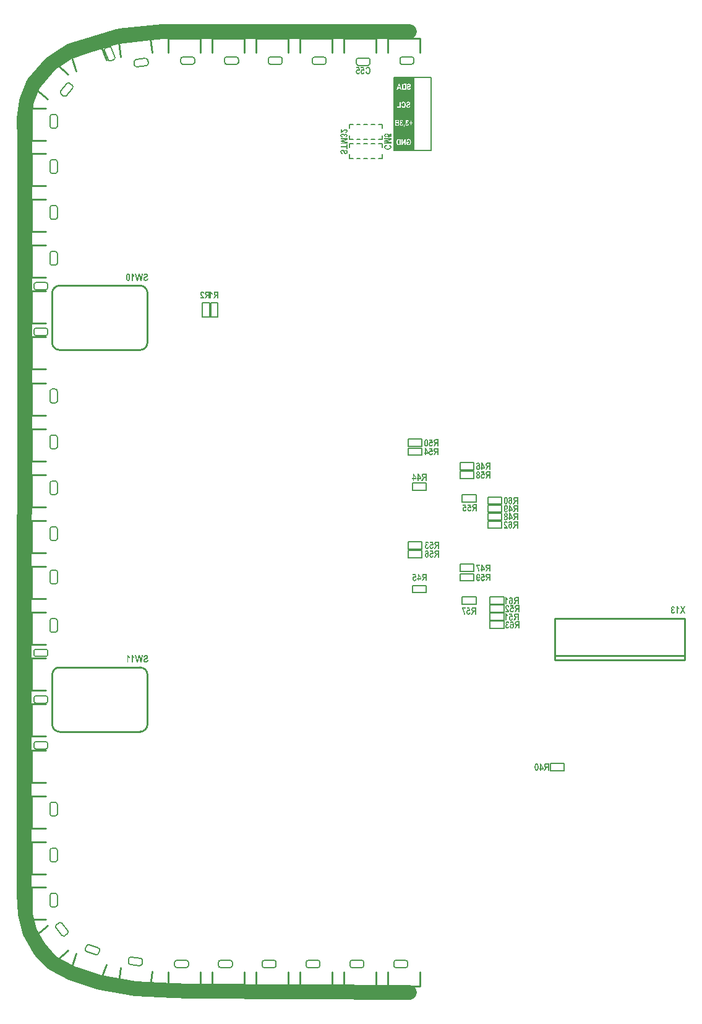
<source format=gbo>
G04*
<<<<<<< HEAD
G04 #@! TF.GenerationSoftware,Altium Limited,Altium Designer,24.2.2 (26)*
=======
G04 #@! TF.GenerationSoftware,Altium Limited,Altium Designer,25.1.2 (22)*
>>>>>>> 613e14270cc375eb23a491e7e857863a29f37ea3
G04*
G04 Layer_Color=32896*
%FSLAX43Y43*%
%MOMM*%
G71*
G04*
<<<<<<< HEAD
G04 #@! TF.SameCoordinates,ED9163A0-6DB0-4723-8498-66EEF6ED2332*
=======
G04 #@! TF.SameCoordinates,67307762-3149-45A4-8697-BBC3368EA460*
>>>>>>> 613e14270cc375eb23a491e7e857863a29f37ea3
G04*
G04*
G04 #@! TF.FilePolarity,Positive*
G04*
G01*
G75*
%ADD11C,0.150*%
%ADD13C,0.254*%
%ADD212C,2.000*%
G36*
<<<<<<< HEAD
X54325Y116250D02*
X51600D01*
Y118625D01*
X54325D01*
Y116250D01*
=======
X54325Y121325D02*
D01*
Y118625D01*
X51600D01*
Y121325D01*
Y123725D01*
X54325D01*
Y121325D01*
>>>>>>> 613e14270cc375eb23a491e7e857863a29f37ea3
D02*
G37*
G36*
Y126250D02*
Y123725D01*
X51600D01*
Y126250D01*
X54325D01*
D02*
G37*
G36*
<<<<<<< HEAD
Y121325D02*
D01*
Y118625D01*
X51600D01*
Y121325D01*
Y123725D01*
X54325D01*
Y121325D01*
=======
Y116250D02*
X51600D01*
Y118625D01*
X54325D01*
Y116250D01*
>>>>>>> 613e14270cc375eb23a491e7e857863a29f37ea3
D02*
G37*
G36*
X50646Y118609D02*
X50673Y118607D01*
X50698Y118603D01*
X50721Y118598D01*
X50743Y118592D01*
X50763Y118584D01*
X50781Y118577D01*
X50798Y118569D01*
X50813Y118562D01*
X50827Y118555D01*
X50837Y118547D01*
X50847Y118541D01*
X50854Y118535D01*
X50860Y118531D01*
X50863Y118529D01*
X50864Y118528D01*
X50876Y118515D01*
X50888Y118503D01*
X50898Y118490D01*
X50906Y118476D01*
X50913Y118464D01*
X50919Y118450D01*
X50924Y118438D01*
X50927Y118426D01*
X50930Y118415D01*
X50932Y118404D01*
X50935Y118395D01*
X50936Y118388D01*
X50937Y118380D01*
Y118372D01*
X50936Y118352D01*
X50931Y118334D01*
X50927Y118316D01*
X50921Y118300D01*
X50916Y118287D01*
X50910Y118277D01*
X50906Y118270D01*
X50905Y118269D01*
Y118268D01*
X51068Y118294D01*
Y118576D01*
X51239D01*
Y118179D01*
X50741Y118102D01*
X50720Y118224D01*
X50733Y118233D01*
X50743Y118244D01*
X50753Y118253D01*
X50760Y118264D01*
X50768Y118273D01*
X50773Y118283D01*
X50781Y118301D01*
X50787Y118317D01*
X50788Y118323D01*
X50789Y118329D01*
X50790Y118334D01*
Y118340D01*
X50788Y118358D01*
X50783Y118375D01*
X50776Y118389D01*
X50769Y118401D01*
X50760Y118411D01*
X50753Y118417D01*
X50749Y118422D01*
X50746Y118424D01*
X50738Y118430D01*
X50729Y118435D01*
X50708Y118444D01*
X50686Y118449D01*
X50665Y118453D01*
X50645Y118455D01*
X50637Y118456D01*
X50629Y118457D01*
X50623D01*
X50619D01*
X50615D01*
X50614D01*
X50597D01*
X50582Y118456D01*
X50567Y118454D01*
X50553Y118452D01*
X50540Y118450D01*
X50529Y118447D01*
X50518Y118444D01*
X50510Y118440D01*
X50501Y118437D01*
X50494Y118434D01*
X50489Y118431D01*
X50483Y118429D01*
X50480Y118427D01*
X50477Y118425D01*
X50476Y118424D01*
X50475D01*
X50466Y118417D01*
X50460Y118411D01*
X50449Y118397D01*
X50441Y118384D01*
X50435Y118372D01*
X50432Y118361D01*
X50431Y118352D01*
X50429Y118346D01*
Y118344D01*
X50431Y118329D01*
X50435Y118317D01*
X50440Y118304D01*
X50447Y118294D01*
X50454Y118285D01*
X50459Y118278D01*
X50463Y118273D01*
X50464Y118272D01*
X50479Y118262D01*
X50495Y118252D01*
X50512Y118246D01*
X50528Y118241D01*
X50541Y118238D01*
X50553Y118235D01*
X50557D01*
X50561Y118234D01*
X50563D01*
X50564D01*
X50545Y118084D01*
X50521Y118087D01*
X50500Y118092D01*
X50479Y118097D01*
X50461Y118103D01*
X50443Y118110D01*
X50427Y118117D01*
X50413Y118124D01*
X50400Y118131D01*
X50388Y118138D01*
X50379Y118145D01*
X50370Y118151D01*
X50363Y118157D01*
X50358Y118161D01*
X50353Y118165D01*
X50351Y118167D01*
X50350Y118168D01*
X50339Y118182D01*
X50328Y118195D01*
X50319Y118210D01*
X50311Y118225D01*
X50305Y118240D01*
X50300Y118254D01*
X50291Y118282D01*
X50288Y118295D01*
X50286Y118305D01*
X50285Y118316D01*
X50284Y118325D01*
X50283Y118333D01*
Y118342D01*
X50284Y118365D01*
X50287Y118388D01*
X50292Y118409D01*
X50300Y118428D01*
X50307Y118446D01*
X50315Y118462D01*
X50325Y118476D01*
X50335Y118490D01*
X50345Y118502D01*
X50354Y118512D01*
X50363Y118521D01*
X50371Y118528D01*
X50378Y118533D01*
X50383Y118538D01*
X50386Y118540D01*
X50387Y118541D01*
X50407Y118553D01*
X50427Y118564D01*
X50447Y118574D01*
X50468Y118581D01*
X50488Y118588D01*
X50507Y118594D01*
X50526Y118598D01*
X50543Y118602D01*
X50558Y118605D01*
X50573Y118607D01*
X50586Y118608D01*
X50597Y118609D01*
X50606Y118611D01*
X50613D01*
X50618D01*
X50619D01*
X50646Y118609D01*
D02*
G37*
G36*
X51252Y117721D02*
X50600Y117580D01*
X51252Y117439D01*
Y117203D01*
X50298D01*
Y117350D01*
X51050D01*
X50298Y117504D01*
Y117655D01*
X51050Y117812D01*
X50298D01*
Y117959D01*
X51252D01*
Y117721D01*
D02*
G37*
G36*
X50649Y116917D02*
X50630Y116912D01*
X50612Y116908D01*
X50595Y116903D01*
X50581Y116898D01*
X50567Y116892D01*
X50554Y116886D01*
X50543Y116881D01*
X50533Y116876D01*
X50524Y116870D01*
X50516Y116866D01*
X50510Y116862D01*
X50505Y116858D01*
X50500Y116854D01*
X50497Y116852D01*
X50496Y116851D01*
X50495Y116850D01*
X50487Y116842D01*
X50479Y116833D01*
X50468Y116815D01*
X50459Y116797D01*
X50454Y116780D01*
X50450Y116766D01*
X50449Y116754D01*
X50447Y116750D01*
Y116743D01*
X50449Y116728D01*
X50451Y116713D01*
X50455Y116699D01*
X50459Y116685D01*
X50471Y116662D01*
X50485Y116642D01*
X50492Y116634D01*
X50499Y116626D01*
X50506Y116620D01*
X50511Y116615D01*
X50515Y116610D01*
X50519Y116607D01*
X50521Y116606D01*
X50522Y116605D01*
X50538Y116596D01*
X50555Y116588D01*
X50574Y116581D01*
X50594Y116574D01*
X50637Y116565D01*
X50679Y116559D01*
X50699Y116556D01*
X50717Y116555D01*
X50734Y116554D01*
X50749Y116553D01*
X50761Y116552D01*
X50771D01*
X50776D01*
X50778D01*
X50810Y116553D01*
X50838Y116554D01*
X50866Y116557D01*
X50890Y116561D01*
X50912Y116565D01*
X50932Y116569D01*
X50951Y116574D01*
X50967Y116580D01*
X50981Y116584D01*
X50994Y116589D01*
X51004Y116593D01*
X51012Y116598D01*
X51018Y116601D01*
X51023Y116604D01*
X51025Y116605D01*
X51026Y116606D01*
X51040Y116617D01*
X51052Y116628D01*
X51061Y116640D01*
X51071Y116652D01*
X51078Y116663D01*
X51084Y116675D01*
X51089Y116686D01*
X51093Y116698D01*
X51098Y116717D01*
X51100Y116725D01*
X51102Y116733D01*
X51103Y116739D01*
Y116748D01*
X51100Y116770D01*
X51096Y116790D01*
X51090Y116807D01*
X51082Y116823D01*
X51074Y116835D01*
X51068Y116845D01*
X51063Y116850D01*
X51061Y116852D01*
X51044Y116868D01*
X51025Y116881D01*
X51005Y116891D01*
X50986Y116899D01*
X50969Y116905D01*
X50962Y116907D01*
X50956Y116909D01*
X50950Y116910D01*
X50946Y116911D01*
X50944Y116912D01*
X50943D01*
X50988Y117069D01*
X51011Y117063D01*
X51033Y117056D01*
X51052Y117050D01*
X51071Y117041D01*
X51088Y117034D01*
X51104Y117027D01*
X51117Y117019D01*
X51130Y117012D01*
X51141Y117004D01*
X51151Y116997D01*
X51159Y116992D01*
X51166Y116986D01*
X51171Y116982D01*
X51174Y116979D01*
X51177Y116977D01*
X51178Y116976D01*
X51193Y116959D01*
X51207Y116941D01*
X51219Y116923D01*
X51229Y116904D01*
X51238Y116886D01*
X51245Y116867D01*
X51252Y116850D01*
X51256Y116833D01*
X51260Y116817D01*
X51263Y116803D01*
X51264Y116789D01*
X51266Y116778D01*
Y116769D01*
X51267Y116762D01*
Y116756D01*
X51266Y116727D01*
X51262Y116699D01*
X51257Y116673D01*
X51248Y116648D01*
X51240Y116625D01*
X51229Y116604D01*
X51219Y116585D01*
X51207Y116567D01*
X51196Y116551D01*
X51185Y116538D01*
X51174Y116527D01*
X51166Y116516D01*
X51159Y116509D01*
X51152Y116504D01*
X51148Y116500D01*
X51147Y116499D01*
X51121Y116480D01*
X51091Y116463D01*
X51061Y116449D01*
X51030Y116436D01*
X50998Y116425D01*
X50966Y116416D01*
X50936Y116410D01*
X50905Y116403D01*
X50876Y116399D01*
X50851Y116396D01*
X50827Y116393D01*
X50807Y116392D01*
X50790Y116391D01*
X50783Y116389D01*
X50777D01*
X50773D01*
X50770D01*
X50768D01*
X50767D01*
X50724Y116391D01*
X50684Y116394D01*
X50647Y116400D01*
X50611Y116406D01*
X50580Y116415D01*
X50549Y116424D01*
X50521Y116434D01*
X50496Y116444D01*
X50474Y116454D01*
X50455Y116463D01*
X50438Y116473D01*
X50424Y116481D01*
X50414Y116489D01*
X50406Y116494D01*
X50402Y116497D01*
X50400Y116498D01*
X50379Y116516D01*
X50361Y116536D01*
X50346Y116556D01*
X50332Y116578D01*
X50321Y116598D01*
X50311Y116619D01*
X50304Y116639D01*
X50297Y116658D01*
X50292Y116676D01*
X50289Y116693D01*
X50286Y116708D01*
X50285Y116720D01*
X50284Y116731D01*
X50283Y116739D01*
Y116746D01*
X50284Y116768D01*
X50286Y116789D01*
X50289Y116810D01*
X50294Y116829D01*
X50300Y116847D01*
X50306Y116864D01*
X50312Y116880D01*
X50320Y116893D01*
X50326Y116906D01*
X50332Y116918D01*
X50339Y116927D01*
X50344Y116936D01*
X50349Y116942D01*
X50352Y116946D01*
X50354Y116949D01*
X50356Y116951D01*
X50370Y116965D01*
X50387Y116980D01*
X50405Y116993D01*
X50423Y117004D01*
X50462Y117026D01*
X50500Y117041D01*
X50518Y117049D01*
X50535Y117054D01*
X50551Y117059D01*
X50564Y117063D01*
X50575Y117066D01*
X50583Y117068D01*
X50588Y117070D01*
X50590D01*
X50649Y116917D01*
D02*
G37*
G36*
X45011Y119186D02*
X45029Y119184D01*
X45047Y119182D01*
X45063Y119178D01*
X45094Y119167D01*
X45109Y119162D01*
X45122Y119157D01*
X45133Y119150D01*
X45144Y119145D01*
X45152Y119140D01*
X45161Y119134D01*
X45166Y119130D01*
X45171Y119128D01*
X45173Y119126D01*
X45174Y119125D01*
X45188Y119112D01*
X45201Y119100D01*
X45211Y119085D01*
X45221Y119070D01*
X45228Y119054D01*
X45235Y119038D01*
X45241Y119023D01*
X45245Y119009D01*
X45248Y118995D01*
X45250Y118981D01*
X45253Y118970D01*
X45254Y118959D01*
X45255Y118951D01*
Y118939D01*
X45254Y118919D01*
X45252Y118900D01*
X45248Y118881D01*
X45244Y118864D01*
X45239Y118848D01*
X45233Y118833D01*
X45227Y118821D01*
X45221Y118808D01*
X45214Y118797D01*
X45208Y118788D01*
X45202Y118779D01*
X45197Y118773D01*
X45192Y118768D01*
X45189Y118764D01*
X45187Y118761D01*
X45186Y118760D01*
X45172Y118749D01*
X45158Y118737D01*
X45142Y118728D01*
X45125Y118719D01*
X45089Y118705D01*
X45055Y118695D01*
X45038Y118691D01*
X45023Y118687D01*
X45010Y118685D01*
X44997Y118683D01*
X44987Y118682D01*
X44980Y118681D01*
X44976Y118680D01*
X44974D01*
X44955Y118829D01*
X44981Y118831D01*
X45004Y118835D01*
X45023Y118842D01*
X45041Y118849D01*
X45055Y118858D01*
X45068Y118866D01*
X45077Y118876D01*
X45085Y118885D01*
X45091Y118895D01*
X45096Y118904D01*
X45099Y118913D01*
X45102Y118920D01*
X45103Y118926D01*
X45104Y118932D01*
Y118936D01*
X45103Y118952D01*
X45098Y118966D01*
X45093Y118979D01*
X45088Y118990D01*
X45081Y118998D01*
X45076Y119003D01*
X45072Y119008D01*
X45071Y119009D01*
X45058Y119018D01*
X45042Y119026D01*
X45028Y119030D01*
X45012Y119034D01*
X44998Y119036D01*
X44987Y119037D01*
X44983D01*
X44980D01*
X44978D01*
X44977D01*
X44956Y119036D01*
X44935Y119032D01*
X44914Y119027D01*
X44897Y119020D01*
X44882Y119014D01*
X44870Y119009D01*
X44866Y119007D01*
X44864Y119004D01*
X44862Y119003D01*
X44861D01*
X44852Y118998D01*
X44843Y118992D01*
X44832Y118983D01*
X44820Y118975D01*
X44795Y118955D01*
X44770Y118934D01*
X44746Y118914D01*
X44736Y118905D01*
X44726Y118897D01*
X44719Y118890D01*
X44714Y118885D01*
X44709Y118882D01*
X44708Y118881D01*
X44683Y118859D01*
X44659Y118838D01*
X44636Y118820D01*
X44613Y118802D01*
X44593Y118787D01*
X44575Y118773D01*
X44557Y118760D01*
X44543Y118750D01*
X44529Y118741D01*
X44516Y118733D01*
X44506Y118727D01*
X44497Y118721D01*
X44490Y118718D01*
X44485Y118715D01*
X44482Y118714D01*
X44481Y118713D01*
X44449Y118698D01*
X44416Y118687D01*
X44385Y118678D01*
X44358Y118672D01*
X44345Y118670D01*
X44333Y118667D01*
X44324Y118665D01*
X44315Y118664D01*
X44308Y118663D01*
X44303Y118662D01*
X44300D01*
X44298D01*
Y119187D01*
X44469D01*
Y118889D01*
X44487Y118899D01*
X44495Y118904D01*
X44502Y118909D01*
X44509Y118914D01*
X44514Y118917D01*
X44517Y118919D01*
X44518Y118920D01*
X44524Y118924D01*
X44531Y118929D01*
X44547Y118942D01*
X44564Y118957D01*
X44582Y118973D01*
X44599Y118988D01*
X44606Y118994D01*
X44613Y118999D01*
X44619Y119004D01*
X44623Y119008D01*
X44625Y119010D01*
X44626Y119011D01*
X44642Y119025D01*
X44657Y119038D01*
X44685Y119062D01*
X44708Y119081D01*
X44730Y119095D01*
X44738Y119102D01*
X44745Y119107D01*
X44752Y119112D01*
X44758Y119115D01*
X44762Y119119D01*
X44765Y119121D01*
X44767Y119122D01*
X44768D01*
X44789Y119133D01*
X44809Y119143D01*
X44827Y119151D01*
X44844Y119159D01*
X44857Y119164D01*
X44868Y119167D01*
X44872Y119168D01*
X44875Y119169D01*
X44876Y119170D01*
X44877D01*
X44899Y119176D01*
X44919Y119180D01*
X44938Y119183D01*
X44956Y119185D01*
X44970Y119186D01*
X44981Y119187D01*
X44986D01*
X44989D01*
X44991D01*
X44992D01*
X45011Y119186D01*
D02*
G37*
G36*
X44614Y118586D02*
X44644Y118582D01*
X44669Y118574D01*
X44690Y118567D01*
X44700Y118563D01*
X44708Y118560D01*
X44715Y118555D01*
X44721Y118552D01*
X44725Y118550D01*
X44729Y118548D01*
X44731Y118546D01*
X44732D01*
X44753Y118529D01*
X44770Y118512D01*
X44782Y118494D01*
X44793Y118477D01*
X44801Y118462D01*
X44806Y118450D01*
X44808Y118446D01*
X44809Y118442D01*
X44810Y118440D01*
Y118439D01*
X44825Y118459D01*
X44839Y118476D01*
X44853Y118491D01*
X44867Y118504D01*
X44879Y118513D01*
X44888Y118519D01*
X44894Y118524D01*
X44895Y118525D01*
X44897D01*
X44916Y118534D01*
X44936Y118542D01*
X44955Y118546D01*
X44973Y118550D01*
X44987Y118552D01*
X44999Y118553D01*
X45003D01*
X45006D01*
X45009D01*
X45010D01*
X45026Y118552D01*
X45043Y118550D01*
X45059Y118547D01*
X45075Y118544D01*
X45104Y118533D01*
X45117Y118528D01*
X45129Y118522D01*
X45140Y118515D01*
X45150Y118510D01*
X45159Y118505D01*
X45165Y118499D01*
X45171Y118496D01*
X45175Y118493D01*
X45178Y118491D01*
X45179Y118490D01*
X45192Y118477D01*
X45204Y118465D01*
X45214Y118451D01*
X45223Y118437D01*
X45230Y118422D01*
X45236Y118409D01*
X45241Y118395D01*
X45245Y118381D01*
X45248Y118368D01*
X45250Y118357D01*
X45253Y118346D01*
X45254Y118338D01*
X45255Y118330D01*
Y118320D01*
X45254Y118303D01*
X45253Y118286D01*
X45249Y118270D01*
X45245Y118255D01*
X45236Y118228D01*
X45230Y118216D01*
X45225Y118206D01*
X45219Y118196D01*
X45214Y118187D01*
X45208Y118179D01*
X45204Y118174D01*
X45200Y118169D01*
X45197Y118166D01*
X45196Y118163D01*
X45194Y118162D01*
X45183Y118151D01*
X45169Y118141D01*
X45155Y118132D01*
X45140Y118123D01*
X45109Y118108D01*
X45078Y118097D01*
X45063Y118093D01*
X45050Y118088D01*
X45037Y118085D01*
X45026Y118083D01*
X45018Y118081D01*
X45011Y118080D01*
X45006Y118079D01*
X45005D01*
X44977Y118217D01*
X44999Y118219D01*
X45018Y118224D01*
X45034Y118229D01*
X45048Y118235D01*
X45058Y118241D01*
X45066Y118245D01*
X45071Y118248D01*
X45072Y118249D01*
X45082Y118260D01*
X45091Y118271D01*
X45096Y118283D01*
X45100Y118293D01*
X45103Y118302D01*
X45105Y118309D01*
Y118316D01*
X45104Y118329D01*
X45100Y118341D01*
X45095Y118353D01*
X45091Y118361D01*
X45086Y118368D01*
X45080Y118374D01*
X45077Y118377D01*
X45076Y118378D01*
X45065Y118386D01*
X45053Y118392D01*
X45040Y118396D01*
X45028Y118399D01*
X45016Y118401D01*
X45007Y118402D01*
X45001D01*
X45000D01*
X44999D01*
X44978Y118401D01*
X44960Y118397D01*
X44944Y118392D01*
X44931Y118385D01*
X44921Y118379D01*
X44913Y118374D01*
X44908Y118369D01*
X44907Y118368D01*
X44897Y118355D01*
X44888Y118340D01*
X44883Y118324D01*
X44880Y118310D01*
X44877Y118297D01*
X44876Y118286D01*
Y118276D01*
X44727Y118261D01*
X44732Y118274D01*
X44736Y118288D01*
X44738Y118300D01*
X44739Y118309D01*
X44740Y118318D01*
X44741Y118323D01*
Y118328D01*
X44739Y118344D01*
X44735Y118359D01*
X44729Y118372D01*
X44721Y118382D01*
X44714Y118392D01*
X44707Y118398D01*
X44703Y118402D01*
X44701Y118403D01*
X44685Y118414D01*
X44667Y118421D01*
X44649Y118426D01*
X44632Y118430D01*
X44617Y118433D01*
X44604Y118434D01*
X44599D01*
X44595D01*
X44593D01*
X44592D01*
X44566Y118433D01*
X44543Y118429D01*
X44522Y118423D01*
X44506Y118418D01*
X44492Y118412D01*
X44482Y118406D01*
X44477Y118402D01*
X44475Y118401D01*
X44461Y118388D01*
X44451Y118376D01*
X44444Y118362D01*
X44439Y118350D01*
X44436Y118340D01*
X44435Y118330D01*
X44434Y118325D01*
Y118323D01*
X44435Y118308D01*
X44439Y118293D01*
X44444Y118281D01*
X44452Y118270D01*
X44458Y118262D01*
X44463Y118254D01*
X44468Y118250D01*
X44469Y118249D01*
X44483Y118238D01*
X44500Y118230D01*
X44517Y118225D01*
X44534Y118219D01*
X44549Y118216D01*
X44562Y118214D01*
X44566D01*
X44569Y118213D01*
X44571D01*
X44572D01*
X44551Y118068D01*
X44528Y118071D01*
X44507Y118076D01*
X44487Y118080D01*
X44468Y118086D01*
X44451Y118093D01*
X44434Y118100D01*
X44419Y118106D01*
X44406Y118114D01*
X44395Y118121D01*
X44384Y118127D01*
X44375Y118134D01*
X44368Y118139D01*
X44362Y118144D01*
X44358Y118148D01*
X44356Y118150D01*
X44354Y118151D01*
X44342Y118164D01*
X44331Y118178D01*
X44322Y118193D01*
X44313Y118208D01*
X44306Y118223D01*
X44301Y118237D01*
X44292Y118265D01*
X44289Y118278D01*
X44287Y118288D01*
X44285Y118299D01*
X44284Y118308D01*
X44283Y118316D01*
Y118325D01*
X44284Y118345D01*
X44286Y118364D01*
X44290Y118382D01*
X44296Y118399D01*
X44303Y118415D01*
X44309Y118431D01*
X44317Y118444D01*
X44325Y118457D01*
X44332Y118469D01*
X44341Y118479D01*
X44347Y118489D01*
X44354Y118496D01*
X44360Y118503D01*
X44364Y118507D01*
X44366Y118509D01*
X44367Y118510D01*
X44384Y118524D01*
X44401Y118535D01*
X44419Y118546D01*
X44437Y118555D01*
X44455Y118563D01*
X44473Y118569D01*
X44491Y118574D01*
X44507Y118579D01*
X44522Y118582D01*
X44537Y118584D01*
X44550Y118586D01*
X44562Y118587D01*
X44570Y118588D01*
X44577D01*
X44582D01*
X44583D01*
X44614Y118586D01*
D02*
G37*
G36*
X45252Y117712D02*
X44600Y117572D01*
X45252Y117430D01*
Y117194D01*
X44298D01*
Y117341D01*
X45050D01*
X44298Y117496D01*
Y117647D01*
X45050Y117803D01*
X44298D01*
Y117950D01*
X45252D01*
Y117712D01*
D02*
G37*
G36*
Y116474D02*
X45090D01*
Y116706D01*
X44298D01*
Y116864D01*
X45090D01*
Y117095D01*
X45252D01*
Y116474D01*
D02*
G37*
G36*
X44606Y116397D02*
X44634Y116394D01*
X44659Y116388D01*
X44680Y116384D01*
X44689Y116381D01*
X44698Y116379D01*
X44704Y116376D01*
X44711Y116373D01*
X44715Y116372D01*
X44718Y116370D01*
X44720Y116369D01*
X44721D01*
X44742Y116358D01*
X44762Y116345D01*
X44779Y116332D01*
X44793Y116318D01*
X44805Y116307D01*
X44813Y116297D01*
X44817Y116291D01*
X44819Y116290D01*
Y116289D01*
X44827Y116278D01*
X44833Y116267D01*
X44847Y116239D01*
X44860Y116211D01*
X44870Y116183D01*
X44875Y116170D01*
X44880Y116157D01*
X44883Y116146D01*
X44886Y116136D01*
X44889Y116128D01*
X44891Y116122D01*
X44892Y116118D01*
Y116117D01*
X44899Y116097D01*
X44904Y116079D01*
X44909Y116062D01*
X44914Y116047D01*
X44920Y116034D01*
X44925Y116022D01*
X44929Y116012D01*
X44933Y116003D01*
X44937Y115995D01*
X44941Y115989D01*
X44943Y115984D01*
X44946Y115979D01*
X44949Y115975D01*
X44950Y115973D01*
X44961Y115962D01*
X44972Y115955D01*
X44983Y115950D01*
X44993Y115947D01*
X45002Y115944D01*
X45010Y115942D01*
X45014D01*
X45016D01*
X45030Y115943D01*
X45042Y115948D01*
X45054Y115953D01*
X45063Y115959D01*
X45071Y115966D01*
X45077Y115971D01*
X45080Y115975D01*
X45081Y115976D01*
X45090Y115991D01*
X45096Y116006D01*
X45102Y116023D01*
X45105Y116038D01*
X45107Y116052D01*
X45108Y116064D01*
Y116074D01*
X45107Y116097D01*
X45104Y116117D01*
X45098Y116134D01*
X45093Y116147D01*
X45087Y116158D01*
X45082Y116166D01*
X45078Y116171D01*
X45077Y116173D01*
X45071Y116179D01*
X45063Y116184D01*
X45048Y116195D01*
X45030Y116202D01*
X45013Y116209D01*
X44996Y116213D01*
X44989Y116215D01*
X44983Y116216D01*
X44978Y116217D01*
X44974Y116218D01*
X44972D01*
X44970D01*
X44979Y116377D01*
X45004Y116375D01*
X45028Y116371D01*
X45050Y116367D01*
X45071Y116362D01*
X45090Y116355D01*
X45108Y116348D01*
X45124Y116341D01*
X45137Y116333D01*
X45150Y116326D01*
X45162Y116318D01*
X45171Y116312D01*
X45179Y116307D01*
X45185Y116302D01*
X45189Y116297D01*
X45191Y116295D01*
X45192Y116294D01*
X45206Y116279D01*
X45217Y116262D01*
X45227Y116246D01*
X45236Y116228D01*
X45243Y116210D01*
X45249Y116192D01*
X45254Y116175D01*
X45258Y116158D01*
X45261Y116141D01*
X45263Y116126D01*
X45265Y116114D01*
X45266Y116102D01*
X45267Y116092D01*
Y116079D01*
X45266Y116046D01*
X45262Y116016D01*
X45257Y115990D01*
X45254Y115978D01*
X45252Y115967D01*
X45248Y115957D01*
X45245Y115949D01*
X45242Y115941D01*
X45240Y115936D01*
X45238Y115931D01*
X45236Y115928D01*
X45235Y115925D01*
Y115924D01*
X45222Y115902D01*
X45206Y115883D01*
X45191Y115866D01*
X45175Y115851D01*
X45162Y115841D01*
X45151Y115832D01*
X45147Y115830D01*
X45144Y115828D01*
X45142Y115826D01*
X45141D01*
X45116Y115814D01*
X45093Y115806D01*
X45069Y115800D01*
X45048Y115795D01*
X45029Y115793D01*
X45021Y115792D01*
X45014D01*
X45009Y115791D01*
X45004D01*
X45002D01*
X45001D01*
X44977Y115792D01*
X44954Y115795D01*
X44932Y115800D01*
X44913Y115805D01*
X44899Y115810D01*
X44892Y115812D01*
X44887Y115814D01*
X44883Y115817D01*
X44880Y115818D01*
X44877Y115819D01*
X44876D01*
X44855Y115830D01*
X44837Y115842D01*
X44821Y115855D01*
X44808Y115866D01*
X44797Y115877D01*
X44789Y115885D01*
X44785Y115891D01*
X44782Y115893D01*
X44776Y115902D01*
X44770Y115913D01*
X44757Y115935D01*
X44745Y115960D01*
X44736Y115985D01*
X44727Y116006D01*
X44724Y116015D01*
X44721Y116024D01*
X44719Y116031D01*
X44717Y116036D01*
X44716Y116040D01*
Y116041D01*
X44709Y116061D01*
X44704Y116079D01*
X44699Y116096D01*
X44694Y116110D01*
X44689Y116123D01*
X44685Y116135D01*
X44682Y116144D01*
X44679Y116153D01*
X44676Y116160D01*
X44674Y116166D01*
X44671Y116172D01*
X44670Y116175D01*
X44668Y116180D01*
X44667Y116181D01*
X44661Y116192D01*
X44656Y116200D01*
X44648Y116209D01*
X44643Y116215D01*
X44638Y116219D01*
X44633Y116222D01*
X44630Y116224D01*
X44629Y116226D01*
X44621Y116231D01*
X44611Y116234D01*
X44593Y116238D01*
X44586Y116239D01*
X44580Y116240D01*
X44575D01*
X44574D01*
X44554Y116238D01*
X44537Y116234D01*
X44521Y116228D01*
X44508Y116220D01*
X44497Y116212D01*
X44489Y116205D01*
X44484Y116201D01*
X44482Y116199D01*
X44470Y116182D01*
X44461Y116164D01*
X44455Y116145D01*
X44450Y116127D01*
X44447Y116111D01*
X44446Y116104D01*
Y116098D01*
X44445Y116093D01*
Y116086D01*
X44446Y116073D01*
X44447Y116061D01*
X44453Y116037D01*
X44462Y116016D01*
X44474Y115998D01*
X44488Y115982D01*
X44503Y115969D01*
X44519Y115957D01*
X44537Y115947D01*
X44554Y115938D01*
X44570Y115932D01*
X44586Y115926D01*
X44600Y115922D01*
X44611Y115919D01*
X44621Y115917D01*
X44626Y115916D01*
X44628D01*
X44610Y115763D01*
X44581Y115767D01*
X44552Y115771D01*
X44527Y115778D01*
X44502Y115786D01*
X44479Y115794D01*
X44458Y115804D01*
X44439Y115814D01*
X44421Y115826D01*
X44404Y115838D01*
X44389Y115850D01*
X44376Y115864D01*
X44363Y115878D01*
X44351Y115892D01*
X44341Y115905D01*
X44332Y115920D01*
X44324Y115934D01*
X44310Y115962D01*
X44300Y115989D01*
X44292Y116014D01*
X44288Y116036D01*
X44286Y116046D01*
X44285Y116055D01*
X44284Y116063D01*
Y116069D01*
X44283Y116074D01*
Y116082D01*
X44284Y116111D01*
X44286Y116139D01*
X44290Y116164D01*
X44295Y116187D01*
X44302Y116210D01*
X44309Y116229D01*
X44316Y116247D01*
X44325Y116262D01*
X44332Y116276D01*
X44340Y116288D01*
X44347Y116298D01*
X44353Y116306D01*
X44359Y116312D01*
X44363Y116317D01*
X44365Y116320D01*
X44366Y116321D01*
X44382Y116334D01*
X44400Y116346D01*
X44417Y116357D01*
X44435Y116365D01*
X44452Y116372D01*
X44470Y116379D01*
X44487Y116384D01*
X44502Y116388D01*
X44517Y116391D01*
X44531Y116394D01*
X44544Y116396D01*
X44554Y116397D01*
X44564Y116398D01*
X44570D01*
X44574D01*
X44575D01*
X44606Y116397D01*
D02*
G37*
G36*
X25374Y97015D02*
X25394Y97013D01*
X25414Y97010D01*
X25431Y97005D01*
X25448Y97000D01*
X25464Y96993D01*
X25477Y96988D01*
X25490Y96981D01*
X25501Y96973D01*
X25511Y96968D01*
X25520Y96961D01*
X25527Y96955D01*
X25532Y96951D01*
X25537Y96948D01*
X25539Y96945D01*
X25540Y96944D01*
X25552Y96930D01*
X25565Y96914D01*
X25575Y96898D01*
X25584Y96880D01*
X25598Y96842D01*
X25609Y96807D01*
X25613Y96789D01*
X25617Y96773D01*
X25619Y96759D01*
X25621Y96746D01*
X25622Y96736D01*
X25623Y96728D01*
X25625Y96724D01*
Y96721D01*
X25468Y96701D01*
X25466Y96729D01*
X25461Y96753D01*
X25455Y96773D01*
X25447Y96792D01*
X25438Y96807D01*
X25429Y96820D01*
X25419Y96830D01*
X25409Y96838D01*
X25399Y96844D01*
X25389Y96850D01*
X25380Y96853D01*
X25373Y96856D01*
X25366Y96857D01*
X25360Y96858D01*
X25356D01*
X25339Y96857D01*
X25324Y96852D01*
X25310Y96847D01*
X25299Y96841D01*
X25290Y96835D01*
X25285Y96829D01*
X25280Y96825D01*
X25279Y96823D01*
X25269Y96810D01*
X25262Y96793D01*
X25257Y96778D01*
X25253Y96761D01*
X25251Y96747D01*
X25249Y96736D01*
Y96731D01*
Y96728D01*
Y96726D01*
Y96725D01*
X25251Y96702D01*
X25255Y96680D01*
X25261Y96659D01*
X25267Y96640D01*
X25274Y96625D01*
X25279Y96613D01*
X25282Y96608D01*
X25284Y96606D01*
X25285Y96604D01*
Y96603D01*
X25290Y96594D01*
X25297Y96584D01*
X25306Y96573D01*
X25315Y96560D01*
X25336Y96534D01*
X25358Y96507D01*
X25379Y96483D01*
X25388Y96472D01*
X25397Y96462D01*
X25404Y96454D01*
X25409Y96448D01*
X25413Y96444D01*
X25414Y96443D01*
X25437Y96416D01*
X25459Y96391D01*
X25478Y96366D01*
X25497Y96343D01*
X25512Y96322D01*
X25527Y96303D01*
X25540Y96284D01*
X25551Y96268D01*
X25560Y96254D01*
X25569Y96241D01*
X25576Y96230D01*
X25581Y96221D01*
X25585Y96213D01*
X25588Y96208D01*
X25589Y96205D01*
X25590Y96204D01*
X25606Y96170D01*
X25617Y96135D01*
X25627Y96103D01*
X25633Y96074D01*
X25636Y96061D01*
X25638Y96049D01*
X25640Y96039D01*
X25641Y96030D01*
X25642Y96022D01*
X25643Y96016D01*
Y96013D01*
Y96012D01*
X25092D01*
Y96191D01*
X25405D01*
X25395Y96210D01*
X25389Y96218D01*
X25384Y96226D01*
X25379Y96233D01*
X25376Y96238D01*
X25374Y96242D01*
X25373Y96243D01*
X25368Y96248D01*
X25363Y96256D01*
X25349Y96273D01*
X25334Y96291D01*
X25317Y96309D01*
X25302Y96327D01*
X25295Y96335D01*
X25289Y96343D01*
X25284Y96348D01*
X25280Y96353D01*
X25278Y96355D01*
X25277Y96356D01*
X25263Y96373D01*
X25248Y96388D01*
X25224Y96418D01*
X25204Y96443D01*
X25188Y96465D01*
X25182Y96474D01*
X25176Y96482D01*
X25171Y96488D01*
X25167Y96495D01*
X25164Y96499D01*
X25162Y96503D01*
X25161Y96504D01*
Y96505D01*
X25148Y96527D01*
X25138Y96548D01*
X25130Y96567D01*
X25122Y96585D01*
X25116Y96599D01*
X25113Y96610D01*
X25112Y96615D01*
X25111Y96618D01*
X25110Y96619D01*
Y96620D01*
X25104Y96642D01*
X25100Y96664D01*
X25096Y96684D01*
X25094Y96702D01*
X25093Y96718D01*
X25092Y96729D01*
Y96735D01*
Y96738D01*
Y96739D01*
Y96740D01*
X25093Y96760D01*
X25095Y96779D01*
X25097Y96798D01*
X25102Y96816D01*
X25113Y96848D01*
X25118Y96863D01*
X25124Y96877D01*
X25131Y96889D01*
X25136Y96900D01*
X25142Y96909D01*
X25147Y96918D01*
X25152Y96923D01*
X25154Y96929D01*
X25156Y96931D01*
X25157Y96932D01*
X25171Y96947D01*
X25184Y96960D01*
X25199Y96971D01*
X25215Y96981D01*
X25232Y96989D01*
X25248Y96995D01*
X25264Y97002D01*
X25279Y97007D01*
X25294Y97010D01*
X25308Y97012D01*
X25320Y97014D01*
X25332Y97015D01*
X25340Y97017D01*
X25353D01*
X25374Y97015D01*
D02*
G37*
G36*
X26554Y96984D02*
X26569Y96954D01*
X26585Y96927D01*
X26601Y96903D01*
X26609Y96893D01*
X26616Y96884D01*
X26623Y96877D01*
X26629Y96870D01*
X26633Y96864D01*
X26636Y96861D01*
X26639Y96859D01*
X26640Y96858D01*
X26665Y96835D01*
X26691Y96815D01*
X26713Y96799D01*
X26734Y96786D01*
X26751Y96777D01*
X26757Y96772D01*
X26764Y96770D01*
X26768Y96768D01*
X26772Y96766D01*
X26774Y96765D01*
X26775D01*
Y96590D01*
X26754Y96599D01*
X26734Y96609D01*
X26695Y96632D01*
X26677Y96645D01*
X26661Y96656D01*
X26645Y96668D01*
X26631Y96680D01*
X26617Y96691D01*
X26606Y96701D01*
X26596Y96711D01*
X26588Y96719D01*
X26581Y96726D01*
X26576Y96731D01*
X26573Y96735D01*
X26572Y96736D01*
Y96012D01*
X26251D01*
Y96430D01*
X26197D01*
X26180Y96428D01*
X26165Y96427D01*
X26154Y96425D01*
X26145Y96423D01*
X26139Y96420D01*
X26135Y96419D01*
X26134Y96418D01*
X26124Y96414D01*
X26115Y96407D01*
X26107Y96400D01*
X26100Y96394D01*
X26094Y96387D01*
X26090Y96382D01*
X26086Y96378D01*
X26085Y96377D01*
X26081Y96371D01*
X26075Y96363D01*
X26069Y96353D01*
X26062Y96342D01*
X26047Y96317D01*
X26033Y96292D01*
X26019Y96268D01*
X26013Y96257D01*
X26008Y96248D01*
X26003Y96241D01*
X26001Y96235D01*
X25999Y96231D01*
X25998Y96230D01*
X25878Y96012D01*
X25679D01*
X25779Y96206D01*
X25790Y96227D01*
X25800Y96247D01*
X25810Y96265D01*
X25819Y96282D01*
X25828Y96296D01*
X25835Y96309D01*
X25842Y96322D01*
X25849Y96332D01*
X25854Y96341D01*
X25860Y96348D01*
X25864Y96355D01*
X25868Y96361D01*
X25871Y96365D01*
X25872Y96367D01*
X25874Y96369D01*
X25888Y96386D01*
X25902Y96402D01*
X25918Y96416D01*
X25931Y96428D01*
X25943Y96439D01*
X25953Y96447D01*
X25960Y96452D01*
X25961Y96454D01*
X25962D01*
X25943Y96458D01*
X25925Y96463D01*
X25909Y96469D01*
X25893Y96476D01*
X25879Y96483D01*
X25865Y96490D01*
X25853Y96498D01*
X25842Y96506D01*
X25833Y96514D01*
X25824Y96520D01*
X25818Y96527D01*
X25811Y96533D01*
X25807Y96537D01*
X25803Y96540D01*
X25802Y96543D01*
X25801Y96544D01*
X25791Y96558D01*
X25782Y96573D01*
X25774Y96588D01*
X25768Y96604D01*
X25758Y96635D01*
X25751Y96665D01*
X25749Y96679D01*
X25748Y96691D01*
X25747Y96704D01*
X25746Y96714D01*
X25744Y96721D01*
Y96727D01*
Y96731D01*
Y96732D01*
X25746Y96766D01*
X25750Y96797D01*
X25757Y96825D01*
X25763Y96848D01*
X25767Y96858D01*
X25770Y96867D01*
X25773Y96874D01*
X25777Y96880D01*
X25779Y96886D01*
X25781Y96889D01*
X25782Y96891D01*
Y96892D01*
X25797Y96916D01*
X25812Y96934D01*
X25828Y96951D01*
X25843Y96964D01*
X25857Y96973D01*
X25867Y96980D01*
X25871Y96982D01*
X25874Y96984D01*
X25875Y96985D01*
X25877D01*
X25888Y96990D01*
X25901Y96994D01*
X25915Y96999D01*
X25930Y97001D01*
X25962Y97007D01*
X25993Y97010D01*
X26008Y97011D01*
X26022Y97012D01*
X26034D01*
X26045Y97013D01*
X26414D01*
Y97017D01*
X26542D01*
X26554Y96984D01*
D02*
G37*
G36*
X27610Y96012D02*
X27444D01*
Y96430D01*
X27391D01*
X27373Y96428D01*
X27359Y96427D01*
X27348Y96425D01*
X27339Y96423D01*
X27332Y96420D01*
X27329Y96419D01*
X27328Y96418D01*
X27318Y96414D01*
X27309Y96407D01*
X27301Y96400D01*
X27293Y96394D01*
X27288Y96387D01*
X27283Y96382D01*
X27280Y96378D01*
X27279Y96377D01*
X27275Y96371D01*
X27269Y96363D01*
X27262Y96353D01*
X27256Y96342D01*
X27241Y96317D01*
X27227Y96292D01*
X27212Y96268D01*
X27207Y96257D01*
X27201Y96248D01*
X27197Y96241D01*
X27195Y96235D01*
X27192Y96231D01*
X27191Y96230D01*
X27071Y96012D01*
X26873D01*
X26973Y96206D01*
X26984Y96227D01*
X26994Y96247D01*
X27004Y96265D01*
X27013Y96282D01*
X27022Y96296D01*
X27029Y96309D01*
X27036Y96322D01*
X27043Y96332D01*
X27048Y96341D01*
X27054Y96348D01*
X27058Y96355D01*
X27061Y96361D01*
X27065Y96365D01*
X27066Y96367D01*
X27068Y96369D01*
X27081Y96386D01*
X27096Y96402D01*
X27111Y96416D01*
X27125Y96428D01*
X27137Y96439D01*
X27147Y96447D01*
X27154Y96452D01*
X27155Y96454D01*
X27156D01*
X27137Y96458D01*
X27119Y96463D01*
X27103Y96469D01*
X27087Y96476D01*
X27073Y96483D01*
X27059Y96490D01*
X27047Y96498D01*
X27036Y96506D01*
X27027Y96514D01*
X27018Y96520D01*
X27012Y96527D01*
X27005Y96533D01*
X27000Y96537D01*
X26997Y96540D01*
X26996Y96543D01*
X26995Y96544D01*
X26985Y96558D01*
X26976Y96573D01*
X26968Y96588D01*
X26962Y96604D01*
X26952Y96635D01*
X26945Y96665D01*
X26943Y96679D01*
X26942Y96691D01*
X26940Y96704D01*
X26939Y96714D01*
X26938Y96721D01*
Y96727D01*
Y96731D01*
Y96732D01*
X26939Y96766D01*
X26944Y96797D01*
X26950Y96825D01*
X26957Y96848D01*
X26960Y96858D01*
X26964Y96867D01*
X26967Y96874D01*
X26970Y96880D01*
X26973Y96886D01*
X26975Y96889D01*
X26976Y96891D01*
Y96892D01*
X26990Y96916D01*
X27006Y96934D01*
X27022Y96951D01*
X27037Y96964D01*
X27050Y96973D01*
X27060Y96980D01*
X27065Y96982D01*
X27068Y96984D01*
X27069Y96985D01*
X27070D01*
X27081Y96990D01*
X27095Y96994D01*
X27109Y96999D01*
X27124Y97001D01*
X27156Y97007D01*
X27187Y97010D01*
X27201Y97011D01*
X27216Y97012D01*
X27228D01*
X27239Y97013D01*
X27610D01*
Y96012D01*
D02*
G37*
G36*
X47572Y127179D02*
X47444Y127156D01*
X47434Y127170D01*
X47423Y127181D01*
X47413Y127191D01*
X47402Y127199D01*
X47392Y127206D01*
X47382Y127212D01*
X47363Y127221D01*
X47347Y127226D01*
X47340Y127227D01*
X47333Y127229D01*
X47329Y127230D01*
X47322D01*
X47303Y127227D01*
X47285Y127223D01*
X47271Y127215D01*
X47258Y127207D01*
X47248Y127199D01*
X47241Y127191D01*
X47236Y127186D01*
X47234Y127184D01*
X47228Y127175D01*
X47222Y127165D01*
X47213Y127144D01*
X47208Y127121D01*
X47203Y127099D01*
X47201Y127078D01*
X47200Y127069D01*
X47199Y127061D01*
Y127054D01*
Y127050D01*
Y127047D01*
Y127045D01*
Y127028D01*
X47200Y127011D01*
X47202Y126995D01*
X47204Y126981D01*
X47207Y126968D01*
X47210Y126955D01*
X47213Y126944D01*
X47217Y126936D01*
X47220Y126927D01*
X47223Y126919D01*
X47227Y126913D01*
X47229Y126908D01*
X47231Y126904D01*
X47233Y126901D01*
X47234Y126900D01*
Y126899D01*
X47241Y126890D01*
X47248Y126883D01*
X47262Y126871D01*
X47276Y126863D01*
X47289Y126857D01*
X47300Y126853D01*
X47310Y126852D01*
X47315Y126851D01*
X47318D01*
X47333Y126852D01*
X47347Y126857D01*
X47360Y126862D01*
X47371Y126870D01*
X47380Y126877D01*
X47388Y126882D01*
X47392Y126887D01*
X47393Y126888D01*
X47404Y126903D01*
X47414Y126920D01*
X47421Y126938D01*
X47426Y126954D01*
X47430Y126969D01*
X47432Y126981D01*
Y126985D01*
X47433Y126989D01*
Y126991D01*
Y126992D01*
X47591Y126972D01*
X47587Y126948D01*
X47583Y126926D01*
X47577Y126903D01*
X47571Y126884D01*
X47564Y126866D01*
X47556Y126849D01*
X47549Y126833D01*
X47542Y126820D01*
X47534Y126808D01*
X47527Y126798D01*
X47521Y126789D01*
X47514Y126781D01*
X47510Y126776D01*
X47506Y126771D01*
X47504Y126769D01*
X47503Y126768D01*
X47489Y126756D01*
X47474Y126745D01*
X47459Y126735D01*
X47443Y126727D01*
X47428Y126720D01*
X47412Y126715D01*
X47383Y126706D01*
X47370Y126702D01*
X47359Y126700D01*
X47348Y126699D01*
X47338Y126698D01*
X47330Y126697D01*
X47320D01*
X47295Y126698D01*
X47272Y126701D01*
X47250Y126707D01*
X47230Y126715D01*
X47211Y126722D01*
X47194Y126731D01*
X47179Y126741D01*
X47165Y126752D01*
X47152Y126762D01*
X47141Y126772D01*
X47132Y126781D01*
X47125Y126790D01*
X47119Y126797D01*
X47115Y126802D01*
X47112Y126806D01*
X47111Y126807D01*
X47098Y126828D01*
X47087Y126849D01*
X47077Y126870D01*
X47069Y126891D01*
X47061Y126912D01*
X47056Y126932D01*
X47051Y126952D01*
X47047Y126970D01*
X47044Y126987D01*
X47041Y127002D01*
X47040Y127015D01*
X47039Y127028D01*
X47038Y127037D01*
Y127044D01*
Y127049D01*
Y127050D01*
X47039Y127079D01*
X47041Y127106D01*
X47046Y127133D01*
X47051Y127158D01*
X47058Y127181D01*
X47066Y127202D01*
X47073Y127221D01*
X47081Y127239D01*
X47089Y127254D01*
X47097Y127269D01*
X47105Y127280D01*
X47111Y127290D01*
X47117Y127297D01*
X47121Y127303D01*
X47123Y127306D01*
X47125Y127307D01*
X47138Y127321D01*
X47151Y127333D01*
X47165Y127343D01*
X47179Y127352D01*
X47192Y127360D01*
X47207Y127365D01*
X47219Y127371D01*
X47232Y127374D01*
X47243Y127377D01*
X47254Y127380D01*
X47264Y127382D01*
X47272Y127383D01*
X47280Y127384D01*
X47289D01*
X47310Y127383D01*
X47329Y127378D01*
X47348Y127374D01*
X47364Y127367D01*
X47378Y127362D01*
X47389Y127356D01*
X47395Y127352D01*
X47396Y127351D01*
X47398D01*
X47371Y127522D01*
X47075D01*
Y127701D01*
X47491D01*
X47572Y127179D01*
D02*
G37*
G36*
X46934D02*
X46806Y127156D01*
X46796Y127170D01*
X46785Y127181D01*
X46775Y127191D01*
X46764Y127199D01*
X46754Y127206D01*
X46744Y127212D01*
X46725Y127221D01*
X46708Y127226D01*
X46702Y127227D01*
X46695Y127229D01*
X46691Y127230D01*
X46684D01*
X46665Y127227D01*
X46647Y127223D01*
X46633Y127215D01*
X46620Y127207D01*
X46610Y127199D01*
X46603Y127191D01*
X46597Y127186D01*
X46596Y127184D01*
X46590Y127175D01*
X46584Y127165D01*
X46575Y127144D01*
X46570Y127121D01*
X46565Y127099D01*
X46563Y127078D01*
X46562Y127069D01*
X46561Y127061D01*
Y127054D01*
Y127050D01*
Y127047D01*
Y127045D01*
Y127028D01*
X46562Y127011D01*
X46564Y126995D01*
X46566Y126981D01*
X46568Y126968D01*
X46572Y126955D01*
X46575Y126944D01*
X46578Y126936D01*
X46582Y126927D01*
X46585Y126919D01*
X46588Y126913D01*
X46591Y126908D01*
X46593Y126904D01*
X46595Y126901D01*
X46596Y126900D01*
Y126899D01*
X46603Y126890D01*
X46610Y126883D01*
X46624Y126871D01*
X46637Y126863D01*
X46651Y126857D01*
X46662Y126853D01*
X46672Y126852D01*
X46677Y126851D01*
X46679D01*
X46695Y126852D01*
X46708Y126857D01*
X46722Y126862D01*
X46733Y126870D01*
X46742Y126877D01*
X46749Y126882D01*
X46754Y126887D01*
X46755Y126888D01*
X46766Y126903D01*
X46776Y126920D01*
X46783Y126938D01*
X46788Y126954D01*
X46792Y126969D01*
X46794Y126981D01*
Y126985D01*
X46795Y126989D01*
Y126991D01*
Y126992D01*
X46953Y126972D01*
X46949Y126948D01*
X46945Y126926D01*
X46939Y126903D01*
X46933Y126884D01*
X46926Y126866D01*
X46918Y126849D01*
X46910Y126833D01*
X46904Y126820D01*
X46896Y126808D01*
X46889Y126798D01*
X46883Y126789D01*
X46876Y126781D01*
X46871Y126776D01*
X46868Y126771D01*
X46866Y126769D01*
X46865Y126768D01*
X46850Y126756D01*
X46836Y126745D01*
X46820Y126735D01*
X46805Y126727D01*
X46789Y126720D01*
X46774Y126715D01*
X46745Y126706D01*
X46732Y126702D01*
X46721Y126700D01*
X46709Y126699D01*
X46699Y126698D01*
X46692Y126697D01*
X46682D01*
X46657Y126698D01*
X46634Y126701D01*
X46612Y126707D01*
X46592Y126715D01*
X46573Y126722D01*
X46556Y126731D01*
X46541Y126741D01*
X46526Y126752D01*
X46514Y126762D01*
X46503Y126772D01*
X46494Y126781D01*
X46486Y126790D01*
X46481Y126797D01*
X46476Y126802D01*
X46474Y126806D01*
X46473Y126807D01*
X46460Y126828D01*
X46449Y126849D01*
X46439Y126870D01*
X46431Y126891D01*
X46423Y126912D01*
X46417Y126932D01*
X46413Y126952D01*
X46409Y126970D01*
X46405Y126987D01*
X46403Y127002D01*
X46402Y127015D01*
X46401Y127028D01*
X46400Y127037D01*
Y127044D01*
Y127049D01*
Y127050D01*
X46401Y127079D01*
X46403Y127106D01*
X46408Y127133D01*
X46413Y127158D01*
X46420Y127181D01*
X46427Y127202D01*
X46435Y127221D01*
X46443Y127239D01*
X46451Y127254D01*
X46459Y127269D01*
X46466Y127280D01*
X46473Y127290D01*
X46479Y127297D01*
X46483Y127303D01*
X46485Y127306D01*
X46486Y127307D01*
X46500Y127321D01*
X46513Y127333D01*
X46526Y127343D01*
X46541Y127352D01*
X46554Y127360D01*
X46568Y127365D01*
X46581Y127371D01*
X46594Y127374D01*
X46605Y127377D01*
X46616Y127380D01*
X46626Y127382D01*
X46634Y127383D01*
X46642Y127384D01*
X46651D01*
X46672Y127383D01*
X46691Y127378D01*
X46709Y127374D01*
X46726Y127367D01*
X46739Y127362D01*
X46750Y127356D01*
X46757Y127352D01*
X46758Y127351D01*
X46759D01*
X46733Y127522D01*
X46436D01*
Y127701D01*
X46853D01*
X46934Y127179D01*
D02*
G37*
G36*
X48061Y127730D02*
X48090Y127726D01*
X48118Y127720D01*
X48144Y127711D01*
X48168Y127703D01*
X48190Y127691D01*
X48210Y127680D01*
X48229Y127668D01*
X48246Y127656D01*
X48259Y127645D01*
X48271Y127634D01*
X48282Y127625D01*
X48290Y127617D01*
X48296Y127610D01*
X48299Y127606D01*
X48300Y127605D01*
X48320Y127577D01*
X48338Y127546D01*
X48353Y127515D01*
X48367Y127482D01*
X48378Y127448D01*
X48388Y127415D01*
X48394Y127383D01*
X48401Y127351D01*
X48405Y127321D01*
X48409Y127294D01*
X48412Y127269D01*
X48413Y127247D01*
X48414Y127230D01*
X48415Y127223D01*
Y127216D01*
Y127212D01*
Y127209D01*
Y127206D01*
Y127205D01*
X48414Y127161D01*
X48411Y127119D01*
X48404Y127080D01*
X48398Y127042D01*
X48389Y127009D01*
X48379Y126977D01*
X48369Y126948D01*
X48358Y126921D01*
X48348Y126898D01*
X48338Y126878D01*
X48328Y126860D01*
X48319Y126846D01*
X48311Y126835D01*
X48306Y126827D01*
X48302Y126822D01*
X48301Y126820D01*
X48282Y126798D01*
X48261Y126779D01*
X48240Y126763D01*
X48218Y126749D01*
X48197Y126737D01*
X48175Y126727D01*
X48154Y126719D01*
X48134Y126712D01*
X48115Y126707D01*
X48097Y126704D01*
X48081Y126700D01*
X48068Y126699D01*
X48057Y126698D01*
X48048Y126697D01*
X48041D01*
X48018Y126698D01*
X47996Y126700D01*
X47974Y126704D01*
X47954Y126709D01*
X47935Y126715D01*
X47917Y126721D01*
X47900Y126728D01*
X47886Y126736D01*
X47873Y126742D01*
X47860Y126749D01*
X47850Y126756D01*
X47842Y126761D01*
X47835Y126767D01*
X47831Y126770D01*
X47827Y126772D01*
X47826Y126773D01*
X47811Y126789D01*
X47795Y126807D01*
X47782Y126826D01*
X47769Y126844D01*
X47747Y126886D01*
X47731Y126926D01*
X47723Y126944D01*
X47717Y126962D01*
X47712Y126979D01*
X47708Y126992D01*
X47705Y127004D01*
X47703Y127012D01*
X47701Y127018D01*
Y127020D01*
X47862Y127082D01*
X47866Y127062D01*
X47870Y127043D01*
X47876Y127025D01*
X47882Y127010D01*
X47887Y126995D01*
X47894Y126982D01*
X47899Y126970D01*
X47905Y126960D01*
X47910Y126950D01*
X47915Y126942D01*
X47919Y126936D01*
X47924Y126930D01*
X47927Y126926D01*
X47929Y126922D01*
X47930Y126921D01*
X47932Y126920D01*
X47940Y126911D01*
X47949Y126903D01*
X47968Y126891D01*
X47987Y126882D01*
X48005Y126877D01*
X48020Y126872D01*
X48033Y126871D01*
X48037Y126870D01*
X48044D01*
X48060Y126871D01*
X48076Y126873D01*
X48090Y126878D01*
X48105Y126882D01*
X48129Y126894D01*
X48150Y126910D01*
X48159Y126917D01*
X48167Y126924D01*
X48173Y126931D01*
X48179Y126937D01*
X48183Y126941D01*
X48187Y126946D01*
X48188Y126948D01*
X48189Y126949D01*
X48199Y126965D01*
X48207Y126983D01*
X48215Y127003D01*
X48221Y127024D01*
X48231Y127069D01*
X48238Y127113D01*
X48240Y127134D01*
X48241Y127153D01*
X48242Y127171D01*
X48243Y127186D01*
X48245Y127200D01*
Y127210D01*
Y127215D01*
Y127217D01*
X48243Y127251D01*
X48242Y127281D01*
X48239Y127310D01*
X48236Y127335D01*
X48231Y127358D01*
X48227Y127380D01*
X48221Y127399D01*
X48216Y127416D01*
X48211Y127431D01*
X48206Y127444D01*
X48201Y127455D01*
X48197Y127463D01*
X48193Y127469D01*
X48190Y127475D01*
X48189Y127477D01*
X48188Y127478D01*
X48177Y127493D01*
X48165Y127505D01*
X48152Y127515D01*
X48140Y127525D01*
X48128Y127533D01*
X48116Y127538D01*
X48104Y127544D01*
X48091Y127548D01*
X48071Y127554D01*
X48062Y127556D01*
X48055Y127557D01*
X48048Y127558D01*
X48039D01*
X48016Y127556D01*
X47995Y127552D01*
X47977Y127545D01*
X47960Y127537D01*
X47947Y127528D01*
X47937Y127522D01*
X47932Y127517D01*
X47929Y127515D01*
X47913Y127497D01*
X47899Y127477D01*
X47888Y127456D01*
X47880Y127436D01*
X47874Y127418D01*
X47872Y127411D01*
X47869Y127404D01*
X47868Y127398D01*
X47867Y127394D01*
X47866Y127392D01*
Y127391D01*
X47702Y127438D01*
X47708Y127462D01*
X47715Y127485D01*
X47722Y127505D01*
X47731Y127525D01*
X47738Y127543D01*
X47746Y127559D01*
X47754Y127574D01*
X47762Y127587D01*
X47769Y127598D01*
X47777Y127609D01*
X47783Y127617D01*
X47788Y127625D01*
X47793Y127630D01*
X47796Y127634D01*
X47798Y127636D01*
X47799Y127637D01*
X47817Y127654D01*
X47836Y127668D01*
X47855Y127680D01*
X47875Y127691D01*
X47894Y127700D01*
X47914Y127708D01*
X47932Y127715D01*
X47949Y127719D01*
X47966Y127724D01*
X47981Y127727D01*
X47996Y127728D01*
X48007Y127730D01*
X48017D01*
X48024Y127731D01*
X48030D01*
X48061Y127730D01*
D02*
G37*
G36*
X89825Y53962D02*
X89842Y53961D01*
X89859Y53958D01*
X89875Y53954D01*
X89903Y53944D01*
X89916Y53938D01*
X89927Y53932D01*
X89937Y53926D01*
X89947Y53920D01*
X89954Y53915D01*
X89960Y53910D01*
X89966Y53906D01*
X89969Y53902D01*
X89971Y53901D01*
X89972Y53900D01*
X89984Y53888D01*
X89994Y53874D01*
X90004Y53859D01*
X90013Y53843D01*
X90029Y53810D01*
X90041Y53778D01*
X90045Y53763D01*
X90050Y53748D01*
X90053Y53735D01*
X90055Y53724D01*
X90058Y53715D01*
X90059Y53707D01*
X90060Y53703D01*
Y53702D01*
X89914Y53672D01*
X89912Y53695D01*
X89908Y53715D01*
X89902Y53732D01*
X89896Y53746D01*
X89890Y53757D01*
X89886Y53765D01*
X89882Y53770D01*
X89881Y53772D01*
X89870Y53783D01*
X89858Y53791D01*
X89846Y53797D01*
X89835Y53801D01*
X89826Y53804D01*
X89818Y53806D01*
X89811D01*
X89797Y53805D01*
X89785Y53801D01*
X89772Y53796D01*
X89764Y53791D01*
X89756Y53786D01*
X89750Y53780D01*
X89747Y53777D01*
X89746Y53776D01*
X89737Y53764D01*
X89731Y53752D01*
X89727Y53738D01*
X89724Y53725D01*
X89721Y53713D01*
X89720Y53704D01*
Y53697D01*
Y53696D01*
Y53695D01*
X89721Y53673D01*
X89726Y53654D01*
X89731Y53637D01*
X89738Y53624D01*
X89745Y53613D01*
X89750Y53605D01*
X89755Y53599D01*
X89756Y53598D01*
X89770Y53587D01*
X89786Y53578D01*
X89802Y53573D01*
X89817Y53569D01*
X89831Y53567D01*
X89842Y53566D01*
X89852D01*
X89869Y53410D01*
X89855Y53414D01*
X89840Y53419D01*
X89828Y53421D01*
X89818Y53422D01*
X89809Y53423D01*
X89803Y53424D01*
X89798D01*
X89781Y53422D01*
X89766Y53417D01*
X89752Y53411D01*
X89741Y53403D01*
X89731Y53395D01*
X89725Y53389D01*
X89720Y53384D01*
X89719Y53382D01*
X89708Y53365D01*
X89700Y53346D01*
X89695Y53328D01*
X89691Y53310D01*
X89688Y53293D01*
X89687Y53280D01*
Y53274D01*
Y53271D01*
Y53269D01*
Y53268D01*
X89688Y53240D01*
X89692Y53215D01*
X89698Y53194D01*
X89704Y53177D01*
X89710Y53162D01*
X89716Y53152D01*
X89720Y53147D01*
X89721Y53144D01*
X89735Y53130D01*
X89748Y53119D01*
X89762Y53112D01*
X89775Y53107D01*
X89786Y53103D01*
X89796Y53102D01*
X89801Y53101D01*
X89803D01*
X89819Y53102D01*
X89835Y53107D01*
X89848Y53112D01*
X89859Y53120D01*
X89868Y53127D01*
X89876Y53132D01*
X89880Y53137D01*
X89881Y53138D01*
X89892Y53153D01*
X89901Y53171D01*
X89907Y53189D01*
X89912Y53207D01*
X89916Y53222D01*
X89918Y53235D01*
Y53240D01*
X89919Y53243D01*
Y53245D01*
Y53246D01*
X90071Y53224D01*
X90068Y53200D01*
X90063Y53178D01*
X90059Y53157D01*
X90052Y53137D01*
X90045Y53119D01*
X90038Y53101D01*
X90031Y53086D01*
X90023Y53072D01*
X90016Y53060D01*
X90009Y53049D01*
X90002Y53039D01*
X89997Y53032D01*
X89991Y53026D01*
X89988Y53021D01*
X89986Y53019D01*
X89984Y53018D01*
X89970Y53005D01*
X89956Y52993D01*
X89940Y52983D01*
X89924Y52975D01*
X89909Y52967D01*
X89893Y52961D01*
X89865Y52952D01*
X89851Y52949D01*
X89840Y52947D01*
X89829Y52945D01*
X89819Y52943D01*
X89811Y52942D01*
X89801D01*
X89780Y52943D01*
X89760Y52946D01*
X89741Y52950D01*
X89724Y52957D01*
X89707Y52963D01*
X89690Y52970D01*
X89676Y52979D01*
X89663Y52987D01*
X89650Y52995D01*
X89639Y53003D01*
X89629Y53010D01*
X89621Y53018D01*
X89615Y53023D01*
X89610Y53028D01*
X89608Y53030D01*
X89607Y53031D01*
X89593Y53049D01*
X89580Y53067D01*
X89569Y53086D01*
X89559Y53104D01*
X89552Y53123D01*
X89545Y53142D01*
X89539Y53161D01*
X89535Y53178D01*
X89532Y53194D01*
X89529Y53210D01*
X89527Y53223D01*
X89526Y53235D01*
X89525Y53244D01*
Y53252D01*
Y53256D01*
Y53258D01*
X89527Y53291D01*
X89532Y53322D01*
X89539Y53349D01*
X89547Y53371D01*
X89552Y53381D01*
X89555Y53390D01*
X89559Y53396D01*
X89563Y53403D01*
X89565Y53407D01*
X89567Y53411D01*
X89569Y53413D01*
Y53414D01*
X89587Y53436D01*
X89605Y53454D01*
X89624Y53467D01*
X89641Y53478D01*
X89657Y53487D01*
X89670Y53492D01*
X89675Y53494D01*
X89678Y53495D01*
X89680Y53496D01*
X89681D01*
X89660Y53512D01*
X89643Y53527D01*
X89627Y53542D01*
X89614Y53556D01*
X89604Y53568D01*
X89597Y53578D01*
X89593Y53585D01*
X89591Y53586D01*
Y53587D01*
X89581Y53607D01*
X89574Y53628D01*
X89569Y53648D01*
X89565Y53667D01*
X89563Y53683D01*
X89562Y53695D01*
Y53699D01*
Y53703D01*
Y53705D01*
Y53706D01*
X89563Y53724D01*
X89565Y53742D01*
X89568Y53758D01*
X89572Y53775D01*
X89583Y53805D01*
X89588Y53819D01*
X89595Y53831D01*
X89601Y53843D01*
X89607Y53854D01*
X89613Y53863D01*
X89618Y53869D01*
X89621Y53876D01*
X89625Y53880D01*
X89627Y53882D01*
X89628Y53884D01*
X89641Y53898D01*
X89655Y53910D01*
X89669Y53920D01*
X89684Y53930D01*
X89699Y53938D01*
X89714Y53944D01*
X89728Y53949D01*
X89742Y53954D01*
X89756Y53957D01*
X89768Y53959D01*
X89779Y53961D01*
X89788Y53962D01*
X89796Y53964D01*
X89807D01*
X89825Y53962D01*
D02*
G37*
G36*
X91233Y53480D02*
X91516Y52959D01*
X91318D01*
X91135Y53298D01*
X90952Y52959D01*
X90753D01*
X91037Y53481D01*
X90778Y53960D01*
X90971D01*
X91134Y53661D01*
X91298Y53960D01*
X91491D01*
X91233Y53480D01*
D02*
G37*
G36*
X90441Y53931D02*
X90455Y53901D01*
X90472Y53874D01*
X90487Y53850D01*
X90495Y53840D01*
X90503Y53831D01*
X90509Y53824D01*
X90515Y53817D01*
X90519Y53811D01*
X90523Y53808D01*
X90525Y53806D01*
X90526Y53805D01*
X90552Y53782D01*
X90577Y53762D01*
X90599Y53746D01*
X90620Y53733D01*
X90637Y53724D01*
X90644Y53719D01*
X90650Y53717D01*
X90655Y53715D01*
X90658Y53713D01*
X90660Y53712D01*
X90662D01*
Y53537D01*
X90640Y53546D01*
X90620Y53556D01*
X90582Y53579D01*
X90564Y53592D01*
X90547Y53603D01*
X90532Y53615D01*
X90517Y53627D01*
X90504Y53638D01*
X90493Y53648D01*
X90483Y53658D01*
X90474Y53666D01*
X90467Y53673D01*
X90463Y53678D01*
X90460Y53682D01*
X90458Y53683D01*
Y52959D01*
X90301D01*
Y53964D01*
X90428D01*
X90441Y53931D01*
D02*
G37*
G36*
X15866Y47226D02*
X15881Y47196D01*
X15898Y47168D01*
X15913Y47145D01*
X15921Y47135D01*
X15929Y47126D01*
X15935Y47118D01*
X15941Y47111D01*
X15945Y47106D01*
X15949Y47103D01*
X15951Y47100D01*
X15952Y47099D01*
X15977Y47076D01*
X16003Y47056D01*
X16025Y47040D01*
X16046Y47027D01*
X16063Y47018D01*
X16070Y47014D01*
X16076Y47012D01*
X16081Y47009D01*
X16084Y47007D01*
X16086Y47006D01*
X16087D01*
Y46832D01*
X16066Y46841D01*
X16046Y46851D01*
X16007Y46874D01*
X15990Y46886D01*
X15973Y46897D01*
X15957Y46909D01*
X15943Y46922D01*
X15930Y46933D01*
X15919Y46943D01*
X15909Y46953D01*
X15900Y46960D01*
X15893Y46967D01*
X15889Y46973D01*
X15885Y46976D01*
X15884Y46977D01*
Y46253D01*
X15727D01*
Y47258D01*
X15854D01*
X15866Y47226D01*
D02*
G37*
G36*
X15228D02*
X15243Y47196D01*
X15259Y47168D01*
X15275Y47145D01*
X15283Y47135D01*
X15290Y47126D01*
X15297Y47118D01*
X15303Y47111D01*
X15307Y47106D01*
X15310Y47103D01*
X15313Y47100D01*
X15314Y47099D01*
X15339Y47076D01*
X15365Y47056D01*
X15387Y47040D01*
X15408Y47027D01*
X15425Y47018D01*
X15431Y47014D01*
X15438Y47012D01*
X15442Y47009D01*
X15446Y47007D01*
X15448Y47006D01*
X15449D01*
Y46832D01*
X15428Y46841D01*
X15408Y46851D01*
X15369Y46874D01*
X15351Y46886D01*
X15335Y46897D01*
X15319Y46909D01*
X15305Y46922D01*
X15292Y46933D01*
X15280Y46943D01*
X15270Y46953D01*
X15262Y46960D01*
X15255Y46967D01*
X15250Y46973D01*
X15247Y46976D01*
X15246Y46977D01*
Y46253D01*
X15088D01*
Y47258D01*
X15216D01*
X15228Y47226D01*
D02*
G37*
G36*
X17063Y46253D02*
X16883D01*
X16720Y47002D01*
X16557Y46253D01*
X16380D01*
X16182Y47255D01*
X16349D01*
X16475Y46554D01*
X16618Y47255D01*
X16816D01*
X16965Y46565D01*
X17087Y47255D01*
X17257D01*
X17063Y46253D01*
D02*
G37*
G36*
X17686Y47270D02*
X17717Y47266D01*
X17745Y47260D01*
X17757Y47257D01*
X17769Y47255D01*
X17779Y47251D01*
X17788Y47248D01*
X17796Y47245D01*
X17801Y47242D01*
X17807Y47240D01*
X17810Y47238D01*
X17812Y47237D01*
X17813D01*
X17837Y47224D01*
X17857Y47207D01*
X17874Y47191D01*
X17890Y47175D01*
X17901Y47160D01*
X17910Y47149D01*
X17912Y47145D01*
X17914Y47141D01*
X17917Y47139D01*
Y47138D01*
X17929Y47113D01*
X17938Y47088D01*
X17944Y47063D01*
X17949Y47040D01*
X17951Y47020D01*
X17952Y47013D01*
Y47005D01*
X17953Y46999D01*
Y46995D01*
Y46993D01*
Y46992D01*
X17952Y46966D01*
X17949Y46942D01*
X17944Y46919D01*
X17939Y46899D01*
X17933Y46884D01*
X17931Y46877D01*
X17929Y46872D01*
X17927Y46867D01*
X17925Y46864D01*
X17924Y46862D01*
Y46861D01*
X17912Y46838D01*
X17900Y46819D01*
X17887Y46803D01*
X17874Y46788D01*
X17863Y46777D01*
X17854Y46768D01*
X17849Y46764D01*
X17847Y46762D01*
X17837Y46755D01*
X17826Y46748D01*
X17802Y46735D01*
X17776Y46723D01*
X17750Y46713D01*
X17728Y46704D01*
X17718Y46701D01*
X17709Y46697D01*
X17701Y46695D01*
X17696Y46693D01*
X17692Y46692D01*
X17691D01*
X17670Y46685D01*
X17651Y46680D01*
X17634Y46674D01*
X17618Y46669D01*
X17605Y46664D01*
X17592Y46660D01*
X17583Y46656D01*
X17574Y46653D01*
X17566Y46650D01*
X17559Y46647D01*
X17554Y46645D01*
X17550Y46644D01*
X17545Y46642D01*
X17544Y46641D01*
X17533Y46634D01*
X17524Y46629D01*
X17515Y46621D01*
X17508Y46615D01*
X17504Y46610D01*
X17500Y46605D01*
X17498Y46602D01*
X17497Y46601D01*
X17491Y46592D01*
X17488Y46582D01*
X17484Y46563D01*
X17483Y46555D01*
X17481Y46549D01*
Y46544D01*
Y46543D01*
X17484Y46522D01*
X17488Y46504D01*
X17495Y46488D01*
X17503Y46473D01*
X17511Y46462D01*
X17518Y46453D01*
X17523Y46449D01*
X17525Y46447D01*
X17543Y46433D01*
X17561Y46424D01*
X17581Y46418D01*
X17600Y46412D01*
X17617Y46410D01*
X17625Y46409D01*
X17631D01*
X17636Y46408D01*
X17644D01*
X17657Y46409D01*
X17670Y46410D01*
X17695Y46415D01*
X17717Y46425D01*
X17736Y46438D01*
X17752Y46452D01*
X17767Y46469D01*
X17779Y46485D01*
X17790Y46504D01*
X17799Y46522D01*
X17806Y46539D01*
X17811Y46555D01*
X17816Y46570D01*
X17819Y46582D01*
X17821Y46592D01*
X17822Y46597D01*
Y46600D01*
X17983Y46581D01*
X17979Y46550D01*
X17974Y46520D01*
X17968Y46493D01*
X17959Y46468D01*
X17950Y46443D01*
X17940Y46421D01*
X17929Y46401D01*
X17917Y46382D01*
X17904Y46364D01*
X17891Y46349D01*
X17877Y46334D01*
X17862Y46321D01*
X17848Y46309D01*
X17833Y46298D01*
X17818Y46289D01*
X17803Y46280D01*
X17773Y46266D01*
X17746Y46255D01*
X17719Y46247D01*
X17696Y46242D01*
X17686Y46240D01*
X17676Y46239D01*
X17668Y46238D01*
X17661D01*
X17656Y46237D01*
X17648D01*
X17617Y46238D01*
X17588Y46240D01*
X17561Y46245D01*
X17537Y46250D01*
X17514Y46257D01*
X17494Y46264D01*
X17475Y46272D01*
X17458Y46281D01*
X17444Y46289D01*
X17432Y46297D01*
X17420Y46304D01*
X17413Y46311D01*
X17406Y46317D01*
X17400Y46321D01*
X17398Y46323D01*
X17397Y46324D01*
X17383Y46341D01*
X17370Y46360D01*
X17359Y46378D01*
X17351Y46397D01*
X17343Y46414D01*
X17336Y46433D01*
X17331Y46451D01*
X17326Y46468D01*
X17323Y46483D01*
X17321Y46498D01*
X17318Y46511D01*
X17317Y46522D01*
X17316Y46532D01*
Y46539D01*
Y46543D01*
Y46544D01*
X17317Y46576D01*
X17321Y46606D01*
X17326Y46632D01*
X17331Y46654D01*
X17334Y46664D01*
X17336Y46673D01*
X17339Y46680D01*
X17342Y46686D01*
X17343Y46691D01*
X17345Y46694D01*
X17346Y46696D01*
Y46697D01*
X17358Y46720D01*
X17372Y46741D01*
X17385Y46758D01*
X17399Y46773D01*
X17412Y46785D01*
X17422Y46794D01*
X17428Y46798D01*
X17429Y46801D01*
X17430D01*
X17442Y46808D01*
X17454Y46815D01*
X17483Y46829D01*
X17513Y46843D01*
X17541Y46854D01*
X17556Y46859D01*
X17569Y46864D01*
X17580Y46867D01*
X17591Y46871D01*
X17599Y46874D01*
X17606Y46876D01*
X17610Y46877D01*
X17611D01*
X17632Y46884D01*
X17651Y46889D01*
X17669Y46895D01*
X17685Y46901D01*
X17698Y46906D01*
X17711Y46912D01*
X17721Y46916D01*
X17731Y46921D01*
X17739Y46924D01*
X17746Y46928D01*
X17751Y46930D01*
X17756Y46934D01*
X17760Y46937D01*
X17762Y46938D01*
X17773Y46949D01*
X17781Y46960D01*
X17787Y46973D01*
X17790Y46983D01*
X17792Y46993D01*
X17795Y47000D01*
Y47005D01*
Y47007D01*
X17793Y47022D01*
X17789Y47035D01*
X17783Y47047D01*
X17777Y47057D01*
X17770Y47065D01*
X17765Y47071D01*
X17760Y47075D01*
X17759Y47076D01*
X17743Y47085D01*
X17728Y47091D01*
X17710Y47097D01*
X17694Y47100D01*
X17679Y47103D01*
X17667Y47104D01*
X17656D01*
X17632Y47103D01*
X17611Y47099D01*
X17594Y47094D01*
X17579Y47088D01*
X17568Y47081D01*
X17559Y47077D01*
X17555Y47073D01*
X17553Y47071D01*
X17546Y47065D01*
X17540Y47057D01*
X17529Y47040D01*
X17521Y47022D01*
X17515Y47004D01*
X17510Y46986D01*
X17508Y46979D01*
X17507Y46973D01*
X17506Y46967D01*
X17505Y46963D01*
Y46960D01*
Y46959D01*
X17338Y46968D01*
X17341Y46995D01*
X17344Y47019D01*
X17348Y47043D01*
X17354Y47065D01*
X17361Y47085D01*
X17368Y47104D01*
X17376Y47120D01*
X17384Y47135D01*
X17392Y47148D01*
X17399Y47160D01*
X17406Y47170D01*
X17412Y47178D01*
X17417Y47185D01*
X17422Y47189D01*
X17424Y47191D01*
X17425Y47192D01*
X17440Y47207D01*
X17458Y47218D01*
X17476Y47229D01*
X17495Y47238D01*
X17514Y47246D01*
X17533Y47252D01*
X17550Y47257D01*
X17568Y47261D01*
X17586Y47265D01*
X17601Y47267D01*
X17615Y47269D01*
X17627Y47270D01*
X17637Y47271D01*
X17651D01*
X17686Y47270D01*
D02*
G37*
G36*
X15866Y99423D02*
X15881Y99393D01*
X15898Y99365D01*
X15913Y99342D01*
X15921Y99332D01*
X15929Y99323D01*
X15935Y99315D01*
X15941Y99308D01*
X15945Y99303D01*
X15949Y99300D01*
X15951Y99297D01*
X15952Y99296D01*
X15977Y99273D01*
X16003Y99253D01*
X16025Y99237D01*
X16046Y99224D01*
X16063Y99215D01*
X16070Y99211D01*
X16076Y99209D01*
X16081Y99206D01*
X16084Y99204D01*
X16086Y99203D01*
X16087D01*
Y99029D01*
X16066Y99038D01*
X16046Y99048D01*
X16007Y99071D01*
X15990Y99083D01*
X15973Y99094D01*
X15957Y99106D01*
X15943Y99119D01*
X15930Y99130D01*
X15919Y99140D01*
X15909Y99150D01*
X15900Y99157D01*
X15893Y99164D01*
X15889Y99170D01*
X15885Y99173D01*
X15884Y99174D01*
Y98450D01*
X15727D01*
Y99455D01*
X15854D01*
X15866Y99423D01*
D02*
G37*
G36*
X17063Y98450D02*
X16883D01*
X16720Y99199D01*
X16557Y98450D01*
X16380D01*
X16182Y99452D01*
X16349D01*
X16475Y98751D01*
X16618Y99452D01*
X16816D01*
X16965Y98762D01*
X17087Y99452D01*
X17257D01*
X17063Y98450D01*
D02*
G37*
G36*
X17686Y99467D02*
X17717Y99463D01*
X17745Y99457D01*
X17757Y99454D01*
X17769Y99452D01*
X17779Y99448D01*
X17788Y99445D01*
X17796Y99442D01*
X17801Y99439D01*
X17807Y99437D01*
X17810Y99435D01*
X17812Y99434D01*
X17813D01*
X17837Y99421D01*
X17857Y99404D01*
X17874Y99388D01*
X17890Y99372D01*
X17901Y99357D01*
X17910Y99346D01*
X17912Y99342D01*
X17914Y99338D01*
X17917Y99336D01*
Y99335D01*
X17929Y99310D01*
X17938Y99285D01*
X17944Y99260D01*
X17949Y99237D01*
X17951Y99217D01*
X17952Y99210D01*
Y99202D01*
X17953Y99196D01*
Y99192D01*
Y99190D01*
Y99189D01*
X17952Y99163D01*
X17949Y99139D01*
X17944Y99116D01*
X17939Y99096D01*
X17933Y99081D01*
X17931Y99074D01*
X17929Y99069D01*
X17927Y99064D01*
X17925Y99061D01*
X17924Y99059D01*
Y99058D01*
X17912Y99035D01*
X17900Y99016D01*
X17887Y99000D01*
X17874Y98985D01*
X17863Y98974D01*
X17854Y98965D01*
X17849Y98961D01*
X17847Y98959D01*
X17837Y98952D01*
X17826Y98945D01*
X17802Y98932D01*
X17776Y98920D01*
X17750Y98910D01*
X17728Y98901D01*
X17718Y98898D01*
X17709Y98894D01*
X17701Y98892D01*
X17696Y98890D01*
X17692Y98889D01*
X17691D01*
X17670Y98882D01*
X17651Y98877D01*
X17634Y98871D01*
X17618Y98866D01*
X17605Y98861D01*
X17592Y98857D01*
X17583Y98853D01*
X17574Y98850D01*
X17566Y98847D01*
X17559Y98844D01*
X17554Y98842D01*
X17550Y98841D01*
X17545Y98839D01*
X17544Y98838D01*
X17533Y98831D01*
X17524Y98826D01*
X17515Y98818D01*
X17508Y98812D01*
X17504Y98807D01*
X17500Y98802D01*
X17498Y98799D01*
X17497Y98798D01*
X17491Y98789D01*
X17488Y98779D01*
X17484Y98760D01*
X17483Y98752D01*
X17481Y98746D01*
Y98741D01*
Y98740D01*
X17484Y98719D01*
X17488Y98701D01*
X17495Y98685D01*
X17503Y98670D01*
X17511Y98659D01*
X17518Y98650D01*
X17523Y98646D01*
X17525Y98644D01*
X17543Y98630D01*
X17561Y98621D01*
X17581Y98615D01*
X17600Y98609D01*
X17617Y98607D01*
X17625Y98606D01*
X17631D01*
X17636Y98605D01*
X17644D01*
X17657Y98606D01*
X17670Y98607D01*
X17695Y98612D01*
X17717Y98622D01*
X17736Y98635D01*
X17752Y98649D01*
X17767Y98666D01*
X17779Y98682D01*
X17790Y98701D01*
X17799Y98719D01*
X17806Y98736D01*
X17811Y98752D01*
X17816Y98767D01*
X17819Y98779D01*
X17821Y98789D01*
X17822Y98794D01*
Y98797D01*
X17983Y98778D01*
X17979Y98747D01*
X17974Y98717D01*
X17968Y98690D01*
X17959Y98665D01*
X17950Y98640D01*
X17940Y98618D01*
X17929Y98598D01*
X17917Y98579D01*
X17904Y98561D01*
X17891Y98546D01*
X17877Y98531D01*
X17862Y98518D01*
X17848Y98506D01*
X17833Y98495D01*
X17818Y98486D01*
X17803Y98477D01*
X17773Y98463D01*
X17746Y98452D01*
X17719Y98444D01*
X17696Y98439D01*
X17686Y98437D01*
X17676Y98436D01*
X17668Y98435D01*
X17661D01*
X17656Y98434D01*
X17648D01*
X17617Y98435D01*
X17588Y98437D01*
X17561Y98442D01*
X17537Y98447D01*
X17514Y98454D01*
X17494Y98462D01*
X17475Y98469D01*
X17458Y98478D01*
X17444Y98486D01*
X17432Y98494D01*
X17420Y98501D01*
X17413Y98508D01*
X17406Y98514D01*
X17400Y98518D01*
X17398Y98520D01*
X17397Y98521D01*
X17383Y98538D01*
X17370Y98557D01*
X17359Y98575D01*
X17351Y98594D01*
X17343Y98611D01*
X17336Y98630D01*
X17331Y98648D01*
X17326Y98665D01*
X17323Y98680D01*
X17321Y98695D01*
X17318Y98708D01*
X17317Y98719D01*
X17316Y98729D01*
Y98736D01*
Y98740D01*
Y98741D01*
X17317Y98773D01*
X17321Y98803D01*
X17326Y98829D01*
X17331Y98851D01*
X17334Y98861D01*
X17336Y98870D01*
X17339Y98877D01*
X17342Y98883D01*
X17343Y98888D01*
X17345Y98891D01*
X17346Y98893D01*
Y98894D01*
X17358Y98917D01*
X17372Y98938D01*
X17385Y98955D01*
X17399Y98970D01*
X17412Y98982D01*
X17422Y98991D01*
X17428Y98995D01*
X17429Y98998D01*
X17430D01*
X17442Y99005D01*
X17454Y99012D01*
X17483Y99026D01*
X17513Y99040D01*
X17541Y99051D01*
X17556Y99056D01*
X17569Y99061D01*
X17580Y99064D01*
X17591Y99068D01*
X17599Y99071D01*
X17606Y99073D01*
X17610Y99074D01*
X17611D01*
X17632Y99081D01*
X17651Y99086D01*
X17669Y99092D01*
X17685Y99098D01*
X17698Y99103D01*
X17711Y99109D01*
X17721Y99113D01*
X17731Y99118D01*
X17739Y99121D01*
X17746Y99125D01*
X17751Y99127D01*
X17756Y99131D01*
X17760Y99134D01*
X17762Y99135D01*
X17773Y99146D01*
X17781Y99157D01*
X17787Y99170D01*
X17790Y99180D01*
X17792Y99190D01*
X17795Y99197D01*
Y99202D01*
Y99204D01*
X17793Y99219D01*
X17789Y99232D01*
X17783Y99244D01*
X17777Y99254D01*
X17770Y99262D01*
X17765Y99268D01*
X17760Y99272D01*
X17759Y99273D01*
X17743Y99282D01*
X17728Y99288D01*
X17710Y99294D01*
X17694Y99297D01*
X17679Y99300D01*
X17667Y99301D01*
X17656D01*
X17632Y99300D01*
X17611Y99296D01*
X17594Y99291D01*
X17579Y99285D01*
X17568Y99278D01*
X17559Y99274D01*
X17555Y99270D01*
X17553Y99268D01*
X17546Y99262D01*
X17540Y99254D01*
X17529Y99237D01*
X17521Y99219D01*
X17515Y99201D01*
X17510Y99183D01*
X17508Y99176D01*
X17507Y99170D01*
X17506Y99164D01*
X17505Y99160D01*
Y99157D01*
Y99156D01*
X17338Y99165D01*
X17341Y99192D01*
X17344Y99216D01*
X17348Y99240D01*
X17354Y99262D01*
X17361Y99282D01*
X17368Y99301D01*
X17376Y99317D01*
X17384Y99332D01*
X17392Y99345D01*
X17399Y99357D01*
X17406Y99367D01*
X17412Y99375D01*
X17417Y99382D01*
X17422Y99386D01*
X17424Y99388D01*
X17425Y99389D01*
X17440Y99404D01*
X17458Y99415D01*
X17476Y99426D01*
X17495Y99435D01*
X17514Y99443D01*
X17533Y99449D01*
X17550Y99454D01*
X17568Y99458D01*
X17586Y99462D01*
X17601Y99464D01*
X17615Y99466D01*
X17627Y99467D01*
X17637Y99468D01*
X17651D01*
X17686Y99467D01*
D02*
G37*
G36*
X15247Y99454D02*
X15267Y99450D01*
X15287Y99445D01*
X15305Y99437D01*
X15323Y99428D01*
X15338Y99418D01*
X15353Y99408D01*
X15366Y99398D01*
X15378Y99387D01*
X15388Y99377D01*
X15397Y99367D01*
X15405Y99358D01*
X15410Y99352D01*
X15415Y99345D01*
X15417Y99342D01*
X15418Y99341D01*
X15431Y99317D01*
X15442Y99291D01*
X15452Y99262D01*
X15460Y99231D01*
X15468Y99199D01*
X15474Y99166D01*
X15478Y99133D01*
X15482Y99101D01*
X15485Y99070D01*
X15487Y99041D01*
X15489Y99014D01*
X15490Y98991D01*
Y98981D01*
X15491Y98972D01*
Y98964D01*
Y98958D01*
Y98952D01*
Y98949D01*
Y98947D01*
Y98945D01*
X15490Y98893D01*
X15488Y98846D01*
X15485Y98802D01*
X15480Y98762D01*
X15475Y98726D01*
X15468Y98692D01*
X15461Y98664D01*
X15455Y98638D01*
X15448Y98616D01*
X15441Y98597D01*
X15435Y98580D01*
X15429Y98568D01*
X15425Y98558D01*
X15421Y98551D01*
X15419Y98547D01*
X15418Y98546D01*
X15404Y98526D01*
X15388Y98509D01*
X15373Y98494D01*
X15357Y98481D01*
X15340Y98470D01*
X15324Y98462D01*
X15308Y98454D01*
X15294Y98448D01*
X15279Y98443D01*
X15266Y98439D01*
X15255Y98437D01*
X15245Y98436D01*
X15236Y98435D01*
X15230Y98434D01*
X15225D01*
X15203Y98435D01*
X15183Y98438D01*
X15163Y98444D01*
X15145Y98452D01*
X15127Y98460D01*
X15112Y98469D01*
X15097Y98480D01*
X15084Y98490D01*
X15072Y98501D01*
X15062Y98511D01*
X15053Y98520D01*
X15045Y98529D01*
X15040Y98537D01*
X15035Y98543D01*
X15033Y98546D01*
X15032Y98547D01*
X15018Y98570D01*
X15007Y98597D01*
X14997Y98626D01*
X14988Y98657D01*
X14982Y98689D01*
X14975Y98722D01*
X14971Y98756D01*
X14966Y98788D01*
X14964Y98819D01*
X14962Y98848D01*
X14960Y98874D01*
X14958Y98898D01*
Y98908D01*
X14957Y98917D01*
Y98924D01*
Y98931D01*
Y98937D01*
Y98940D01*
Y98942D01*
Y98943D01*
X14958Y98994D01*
X14961Y99042D01*
X14964Y99085D01*
X14968Y99125D01*
X14975Y99162D01*
X14981Y99194D01*
X14987Y99223D01*
X14994Y99248D01*
X15002Y99271D01*
X15008Y99290D01*
X15014Y99306D01*
X15020Y99318D01*
X15025Y99328D01*
X15028Y99335D01*
X15031Y99339D01*
X15032Y99341D01*
X15046Y99361D01*
X15062Y99378D01*
X15077Y99394D01*
X15093Y99407D01*
X15109Y99418D01*
X15125Y99427D01*
X15142Y99435D01*
X15156Y99440D01*
X15171Y99445D01*
X15184Y99449D01*
X15195Y99452D01*
X15205Y99453D01*
X15214Y99454D01*
X15219Y99455D01*
X15225D01*
X15247Y99454D01*
D02*
G37*
G36*
X64839Y58673D02*
X64674D01*
Y59092D01*
X64621D01*
X64603Y59089D01*
X64588Y59088D01*
X64577Y59086D01*
X64568Y59084D01*
X64562Y59082D01*
X64558Y59081D01*
X64557Y59079D01*
X64547Y59075D01*
X64538Y59068D01*
X64531Y59062D01*
X64523Y59055D01*
X64517Y59048D01*
X64513Y59043D01*
X64510Y59040D01*
X64508Y59038D01*
X64504Y59032D01*
X64498Y59024D01*
X64492Y59014D01*
X64485Y59003D01*
X64471Y58978D01*
X64456Y58953D01*
X64442Y58930D01*
X64436Y58919D01*
X64431Y58910D01*
X64426Y58902D01*
X64424Y58896D01*
X64422Y58892D01*
X64421Y58891D01*
X64301Y58673D01*
X64102D01*
X64202Y58867D01*
X64213Y58889D01*
X64223Y58909D01*
X64233Y58926D01*
X64242Y58943D01*
X64251Y58957D01*
X64259Y58971D01*
X64265Y58983D01*
X64272Y58993D01*
X64278Y59002D01*
X64283Y59010D01*
X64288Y59016D01*
X64291Y59022D01*
X64294Y59026D01*
X64295Y59028D01*
X64298Y59031D01*
X64311Y59047D01*
X64325Y59063D01*
X64341Y59077D01*
X64354Y59089D01*
X64366Y59101D01*
X64376Y59108D01*
X64383Y59113D01*
X64384Y59115D01*
X64385D01*
X64366Y59119D01*
X64349Y59124D01*
X64332Y59131D01*
X64316Y59137D01*
X64302Y59144D01*
X64289Y59152D01*
X64276Y59159D01*
X64265Y59167D01*
X64256Y59175D01*
X64248Y59182D01*
X64241Y59188D01*
X64234Y59194D01*
X64230Y59198D01*
X64226Y59202D01*
X64225Y59204D01*
X64224Y59205D01*
X64214Y59219D01*
X64205Y59234D01*
X64198Y59249D01*
X64191Y59265D01*
X64181Y59296D01*
X64174Y59326D01*
X64172Y59340D01*
X64171Y59353D01*
X64170Y59365D01*
X64169Y59375D01*
X64168Y59382D01*
Y59388D01*
Y59392D01*
Y59394D01*
X64169Y59427D01*
X64173Y59458D01*
X64180Y59486D01*
X64187Y59509D01*
X64190Y59519D01*
X64193Y59528D01*
X64197Y59536D01*
X64200Y59541D01*
X64202Y59547D01*
X64204Y59550D01*
X64205Y59552D01*
Y59553D01*
X64220Y59577D01*
X64235Y59596D01*
X64251Y59612D01*
X64266Y59626D01*
X64280Y59634D01*
X64290Y59641D01*
X64294Y59643D01*
X64298Y59646D01*
X64299Y59647D01*
X64300D01*
X64311Y59651D01*
X64324Y59656D01*
X64339Y59660D01*
X64353Y59662D01*
X64385Y59668D01*
X64416Y59671D01*
X64431Y59672D01*
X64445Y59673D01*
X64457D01*
X64468Y59674D01*
X64839D01*
Y58673D01*
D02*
G37*
G36*
X64074Y59044D02*
Y58875D01*
X63738D01*
Y58673D01*
X63586D01*
Y58875D01*
X63484D01*
Y59045D01*
X63586D01*
Y59678D01*
X63719D01*
X64074Y59044D01*
D02*
G37*
G36*
X63408Y59482D02*
X63051D01*
X63091Y59417D01*
X63109Y59382D01*
X63125Y59349D01*
X63141Y59317D01*
X63156Y59285D01*
X63170Y59255D01*
X63181Y59225D01*
X63192Y59198D01*
X63202Y59174D01*
X63210Y59152D01*
X63216Y59133D01*
X63222Y59118D01*
X63225Y59107D01*
X63226Y59103D01*
X63228Y59099D01*
X63229Y59098D01*
Y59097D01*
X63240Y59057D01*
X63251Y59018D01*
X63260Y58980D01*
X63267Y58942D01*
X63274Y58905D01*
X63280Y58870D01*
X63284Y58836D01*
X63289Y58805D01*
X63291Y58778D01*
X63294Y58752D01*
X63295Y58729D01*
X63296Y58710D01*
X63297Y58694D01*
X63299Y58683D01*
Y58679D01*
Y58675D01*
Y58674D01*
Y58673D01*
X63146D01*
X63145Y58725D01*
X63141Y58779D01*
X63135Y58830D01*
X63132Y58854D01*
X63128Y58877D01*
X63124Y58899D01*
X63121Y58917D01*
X63119Y58935D01*
X63115Y58950D01*
X63113Y58962D01*
X63111Y58971D01*
X63110Y58976D01*
Y58978D01*
X63094Y59041D01*
X63087Y59071D01*
X63078Y59099D01*
X63069Y59126D01*
X63060Y59153D01*
X63051Y59177D01*
X63043Y59199D01*
X63035Y59220D01*
X63028Y59238D01*
X63021Y59255D01*
X63015Y59268D01*
X63011Y59279D01*
X63008Y59287D01*
X63006Y59293D01*
X63004Y59294D01*
X62992Y59320D01*
X62979Y59346D01*
X62967Y59369D01*
X62954Y59391D01*
X62943Y59412D01*
X62932Y59430D01*
X62921Y59448D01*
X62912Y59462D01*
X62902Y59477D01*
X62895Y59488D01*
X62888Y59498D01*
X62881Y59507D01*
X62877Y59513D01*
X62873Y59518D01*
X62871Y59520D01*
X62870Y59521D01*
Y59661D01*
X63408D01*
Y59482D01*
D02*
G37*
G36*
X54685Y57868D02*
X54557Y57846D01*
X54547Y57859D01*
X54536Y57870D01*
X54526Y57880D01*
X54515Y57888D01*
X54505Y57896D01*
X54495Y57901D01*
X54476Y57910D01*
X54460Y57916D01*
X54453Y57917D01*
X54446Y57918D01*
X54442Y57919D01*
X54435D01*
X54416Y57917D01*
X54398Y57912D01*
X54384Y57905D01*
X54371Y57897D01*
X54361Y57888D01*
X54354Y57880D01*
X54349Y57876D01*
X54347Y57874D01*
X54341Y57865D01*
X54335Y57855D01*
X54326Y57834D01*
X54321Y57810D01*
X54316Y57788D01*
X54314Y57767D01*
X54313Y57758D01*
X54312Y57750D01*
Y57744D01*
Y57739D01*
Y57736D01*
Y57735D01*
Y57717D01*
X54313Y57700D01*
X54315Y57685D01*
X54317Y57670D01*
X54320Y57657D01*
X54323Y57645D01*
X54326Y57634D01*
X54330Y57625D01*
X54333Y57616D01*
X54336Y57608D01*
X54340Y57603D01*
X54342Y57597D01*
X54344Y57594D01*
X54346Y57591D01*
X54347Y57589D01*
Y57588D01*
X54354Y57579D01*
X54361Y57573D01*
X54375Y57561D01*
X54388Y57553D01*
X54402Y57546D01*
X54413Y57543D01*
X54423Y57542D01*
X54428Y57541D01*
X54431D01*
X54446Y57542D01*
X54460Y57546D01*
X54473Y57552D01*
X54484Y57559D01*
X54493Y57566D01*
X54501Y57572D01*
X54505Y57576D01*
X54506Y57577D01*
X54517Y57593D01*
X54527Y57609D01*
X54534Y57627D01*
X54539Y57644D01*
X54543Y57658D01*
X54545Y57670D01*
Y57675D01*
X54546Y57678D01*
Y57680D01*
Y57682D01*
X54704Y57662D01*
X54700Y57637D01*
X54696Y57615D01*
X54690Y57593D01*
X54684Y57574D01*
X54677Y57555D01*
X54669Y57538D01*
X54662Y57523D01*
X54655Y57509D01*
X54647Y57497D01*
X54640Y57487D01*
X54634Y57478D01*
X54627Y57471D01*
X54623Y57465D01*
X54619Y57461D01*
X54617Y57458D01*
X54616Y57457D01*
X54602Y57445D01*
X54587Y57434D01*
X54572Y57424D01*
X54556Y57416D01*
X54541Y57410D01*
X54525Y57404D01*
X54496Y57395D01*
X54483Y57392D01*
X54472Y57390D01*
X54461Y57389D01*
X54451Y57387D01*
X54443Y57386D01*
X54433D01*
X54408Y57387D01*
X54385Y57391D01*
X54363Y57396D01*
X54343Y57404D01*
X54324Y57412D01*
X54307Y57421D01*
X54292Y57431D01*
X54277Y57442D01*
X54265Y57452D01*
X54254Y57462D01*
X54245Y57471D01*
X54238Y57480D01*
X54232Y57486D01*
X54228Y57492D01*
X54225Y57495D01*
X54224Y57496D01*
X54211Y57517D01*
X54200Y57538D01*
X54190Y57559D01*
X54182Y57581D01*
X54174Y57602D01*
X54169Y57622D01*
X54164Y57642D01*
X54160Y57659D01*
X54157Y57676D01*
X54154Y57692D01*
X54153Y57705D01*
X54152Y57717D01*
X54151Y57726D01*
Y57734D01*
Y57738D01*
Y57739D01*
X54152Y57768D01*
X54154Y57796D01*
X54159Y57822D01*
X54164Y57847D01*
X54171Y57870D01*
X54179Y57891D01*
X54186Y57910D01*
X54194Y57928D01*
X54202Y57943D01*
X54210Y57958D01*
X54218Y57969D01*
X54224Y57979D01*
X54230Y57987D01*
X54234Y57992D01*
X54236Y57996D01*
X54238Y57997D01*
X54251Y58010D01*
X54264Y58022D01*
X54277Y58032D01*
X54292Y58041D01*
X54305Y58049D01*
X54320Y58054D01*
X54332Y58060D01*
X54345Y58063D01*
X54356Y58067D01*
X54367Y58069D01*
X54377Y58071D01*
X54385Y58072D01*
X54393Y58073D01*
X54402D01*
X54423Y58072D01*
X54442Y58068D01*
X54461Y58063D01*
X54477Y58057D01*
X54491Y58051D01*
X54502Y58046D01*
X54508Y58041D01*
X54509Y58040D01*
X54511D01*
X54484Y58211D01*
X54188D01*
Y58391D01*
X54604D01*
X54685Y57868D01*
D02*
G37*
G36*
X56137Y57403D02*
X55971D01*
Y57821D01*
X55918D01*
X55900Y57819D01*
X55886Y57818D01*
X55875Y57816D01*
X55866Y57814D01*
X55859Y57811D01*
X55856Y57810D01*
X55855Y57809D01*
X55845Y57805D01*
X55836Y57798D01*
X55828Y57791D01*
X55820Y57785D01*
X55815Y57778D01*
X55810Y57773D01*
X55807Y57769D01*
X55806Y57768D01*
X55801Y57761D01*
X55796Y57754D01*
X55789Y57744D01*
X55783Y57733D01*
X55768Y57708D01*
X55754Y57683D01*
X55739Y57659D01*
X55734Y57648D01*
X55728Y57639D01*
X55724Y57632D01*
X55722Y57626D01*
X55719Y57622D01*
X55718Y57620D01*
X55598Y57403D01*
X55400D01*
X55500Y57597D01*
X55511Y57618D01*
X55521Y57638D01*
X55531Y57656D01*
X55540Y57673D01*
X55548Y57687D01*
X55556Y57700D01*
X55563Y57713D01*
X55569Y57723D01*
X55575Y57731D01*
X55581Y57739D01*
X55585Y57746D01*
X55588Y57751D01*
X55592Y57756D01*
X55593Y57758D01*
X55595Y57760D01*
X55608Y57777D01*
X55623Y57793D01*
X55638Y57807D01*
X55652Y57819D01*
X55664Y57830D01*
X55674Y57838D01*
X55681Y57842D01*
X55682Y57845D01*
X55683D01*
X55664Y57849D01*
X55646Y57854D01*
X55629Y57860D01*
X55614Y57867D01*
X55599Y57874D01*
X55586Y57881D01*
X55574Y57889D01*
X55563Y57897D01*
X55554Y57905D01*
X55545Y57911D01*
X55538Y57918D01*
X55532Y57924D01*
X55527Y57928D01*
X55524Y57931D01*
X55523Y57933D01*
X55522Y57935D01*
X55512Y57949D01*
X55503Y57963D01*
X55495Y57979D01*
X55488Y57995D01*
X55478Y58026D01*
X55472Y58056D01*
X55470Y58070D01*
X55468Y58082D01*
X55467Y58094D01*
X55466Y58104D01*
X55465Y58112D01*
Y58118D01*
Y58122D01*
Y58123D01*
X55466Y58157D01*
X55471Y58188D01*
X55477Y58215D01*
X55484Y58239D01*
X55487Y58249D01*
X55491Y58258D01*
X55494Y58265D01*
X55497Y58271D01*
X55500Y58276D01*
X55502Y58280D01*
X55503Y58282D01*
Y58283D01*
X55517Y58306D01*
X55533Y58325D01*
X55548Y58342D01*
X55564Y58355D01*
X55577Y58364D01*
X55587Y58371D01*
X55592Y58373D01*
X55595Y58375D01*
X55596Y58376D01*
X55597D01*
X55608Y58381D01*
X55622Y58385D01*
X55636Y58390D01*
X55651Y58392D01*
X55683Y58397D01*
X55714Y58401D01*
X55728Y58402D01*
X55743Y58403D01*
X55755D01*
X55766Y58404D01*
X56137D01*
Y57403D01*
D02*
G37*
G36*
X55372Y57774D02*
Y57605D01*
X55036D01*
Y57403D01*
X54884D01*
Y57605D01*
X54781D01*
Y57775D01*
X54884D01*
Y58407D01*
X55017D01*
X55372Y57774D01*
D02*
G37*
G36*
X62071Y53273D02*
X61943Y53251D01*
X61933Y53264D01*
X61922Y53275D01*
X61912Y53285D01*
X61901Y53293D01*
X61891Y53301D01*
X61881Y53306D01*
X61862Y53315D01*
X61846Y53321D01*
X61839Y53322D01*
X61832Y53323D01*
X61828Y53324D01*
X61821D01*
X61802Y53322D01*
X61785Y53317D01*
X61770Y53309D01*
X61757Y53302D01*
X61747Y53293D01*
X61740Y53285D01*
X61735Y53281D01*
X61734Y53278D01*
X61727Y53269D01*
X61721Y53259D01*
X61712Y53238D01*
X61707Y53215D01*
X61702Y53193D01*
X61700Y53172D01*
X61699Y53163D01*
X61698Y53155D01*
Y53148D01*
Y53144D01*
Y53141D01*
Y53140D01*
Y53122D01*
X61699Y53105D01*
X61701Y53090D01*
X61704Y53075D01*
X61706Y53062D01*
X61709Y53050D01*
X61712Y53039D01*
X61716Y53030D01*
X61719Y53021D01*
X61722Y53013D01*
X61726Y53008D01*
X61728Y53002D01*
X61730Y52999D01*
X61732Y52995D01*
X61734Y52994D01*
Y52993D01*
X61740Y52984D01*
X61747Y52978D01*
X61761Y52965D01*
X61775Y52958D01*
X61788Y52951D01*
X61799Y52948D01*
X61809Y52946D01*
X61815Y52945D01*
X61817D01*
X61832Y52946D01*
X61846Y52951D01*
X61859Y52956D01*
X61870Y52964D01*
X61879Y52971D01*
X61887Y52976D01*
X61891Y52981D01*
X61892Y52982D01*
X61903Y52998D01*
X61913Y53014D01*
X61920Y53032D01*
X61926Y53049D01*
X61929Y53063D01*
X61931Y53075D01*
Y53080D01*
X61932Y53083D01*
Y53085D01*
Y53086D01*
X62090Y53066D01*
X62086Y53042D01*
X62082Y53020D01*
X62076Y52998D01*
X62070Y52979D01*
X62063Y52960D01*
X62055Y52943D01*
X62048Y52928D01*
X62041Y52914D01*
X62033Y52902D01*
X62027Y52892D01*
X62020Y52883D01*
X62013Y52875D01*
X62009Y52870D01*
X62005Y52865D01*
X62003Y52863D01*
X62002Y52862D01*
X61988Y52850D01*
X61973Y52839D01*
X61958Y52829D01*
X61942Y52821D01*
X61927Y52814D01*
X61911Y52809D01*
X61882Y52800D01*
X61869Y52797D01*
X61858Y52794D01*
X61847Y52793D01*
X61837Y52792D01*
X61829Y52791D01*
X61819D01*
X61795Y52792D01*
X61771Y52796D01*
X61749Y52801D01*
X61729Y52809D01*
X61710Y52817D01*
X61694Y52825D01*
X61678Y52835D01*
X61664Y52847D01*
X61651Y52857D01*
X61640Y52867D01*
X61631Y52875D01*
X61624Y52884D01*
X61618Y52891D01*
X61614Y52897D01*
X61611Y52900D01*
X61610Y52901D01*
X61597Y52922D01*
X61586Y52943D01*
X61576Y52964D01*
X61568Y52985D01*
X61560Y53006D01*
X61555Y53026D01*
X61550Y53046D01*
X61546Y53064D01*
X61543Y53081D01*
X61540Y53096D01*
X61539Y53110D01*
X61538Y53122D01*
X61537Y53131D01*
Y53139D01*
Y53143D01*
Y53144D01*
X61538Y53173D01*
X61540Y53201D01*
X61545Y53227D01*
X61550Y53252D01*
X61557Y53275D01*
X61565Y53296D01*
X61573Y53315D01*
X61580Y53333D01*
X61588Y53348D01*
X61596Y53363D01*
X61604Y53374D01*
X61610Y53384D01*
X61616Y53392D01*
X61620Y53397D01*
X61623Y53400D01*
X61624Y53402D01*
X61637Y53415D01*
X61650Y53427D01*
X61664Y53437D01*
X61678Y53446D01*
X61691Y53454D01*
X61706Y53459D01*
X61718Y53465D01*
X61731Y53468D01*
X61742Y53471D01*
X61753Y53474D01*
X61763Y53476D01*
X61771Y53477D01*
X61779Y53478D01*
X61788D01*
X61809Y53477D01*
X61828Y53473D01*
X61847Y53468D01*
X61863Y53461D01*
X61877Y53456D01*
X61888Y53450D01*
X61894Y53446D01*
X61896Y53445D01*
X61897D01*
X61870Y53616D01*
X61574D01*
Y53796D01*
X61990D01*
X62071Y53273D01*
D02*
G37*
G36*
X62885Y52808D02*
X62719D01*
Y53226D01*
X62666D01*
X62648Y53224D01*
X62634Y53223D01*
X62623Y53221D01*
X62614Y53218D01*
X62607Y53216D01*
X62604Y53215D01*
X62603Y53214D01*
X62593Y53210D01*
X62584Y53203D01*
X62576Y53196D01*
X62568Y53190D01*
X62563Y53183D01*
X62558Y53177D01*
X62555Y53174D01*
X62554Y53173D01*
X62549Y53166D01*
X62544Y53158D01*
X62537Y53148D01*
X62530Y53137D01*
X62516Y53113D01*
X62502Y53087D01*
X62487Y53064D01*
X62482Y53053D01*
X62476Y53044D01*
X62472Y53036D01*
X62469Y53031D01*
X62467Y53026D01*
X62466Y53025D01*
X62346Y52808D01*
X62148D01*
X62247Y53002D01*
X62259Y53023D01*
X62269Y53043D01*
X62278Y53061D01*
X62287Y53077D01*
X62296Y53092D01*
X62304Y53105D01*
X62311Y53117D01*
X62317Y53127D01*
X62323Y53136D01*
X62328Y53144D01*
X62333Y53151D01*
X62336Y53156D01*
X62340Y53161D01*
X62341Y53163D01*
X62343Y53165D01*
X62356Y53182D01*
X62371Y53197D01*
X62386Y53212D01*
X62399Y53224D01*
X62412Y53235D01*
X62422Y53243D01*
X62428Y53247D01*
X62429Y53250D01*
X62431D01*
X62412Y53254D01*
X62394Y53258D01*
X62377Y53265D01*
X62362Y53272D01*
X62347Y53278D01*
X62334Y53286D01*
X62322Y53294D01*
X62311Y53302D01*
X62302Y53309D01*
X62293Y53316D01*
X62286Y53323D01*
X62280Y53328D01*
X62275Y53333D01*
X62272Y53336D01*
X62271Y53338D01*
X62270Y53339D01*
X62260Y53354D01*
X62251Y53368D01*
X62243Y53384D01*
X62236Y53399D01*
X62226Y53430D01*
X62220Y53460D01*
X62217Y53475D01*
X62216Y53487D01*
X62215Y53499D01*
X62214Y53509D01*
X62213Y53517D01*
Y53523D01*
Y53527D01*
Y53528D01*
X62214Y53561D01*
X62219Y53592D01*
X62225Y53620D01*
X62232Y53644D01*
X62235Y53654D01*
X62239Y53662D01*
X62242Y53670D01*
X62245Y53676D01*
X62247Y53681D01*
X62250Y53685D01*
X62251Y53687D01*
Y53688D01*
X62265Y53711D01*
X62281Y53730D01*
X62296Y53747D01*
X62312Y53760D01*
X62325Y53769D01*
X62335Y53776D01*
X62340Y53778D01*
X62343Y53780D01*
X62344Y53781D01*
X62345D01*
X62356Y53786D01*
X62370Y53790D01*
X62384Y53794D01*
X62398Y53797D01*
X62431Y53802D01*
X62462Y53806D01*
X62476Y53807D01*
X62491Y53808D01*
X62503D01*
X62514Y53809D01*
X62885D01*
Y52808D01*
D02*
G37*
G36*
X61454Y53617D02*
X61096D01*
X61136Y53551D01*
X61154Y53517D01*
X61171Y53484D01*
X61186Y53452D01*
X61202Y53419D01*
X61215Y53389D01*
X61226Y53359D01*
X61237Y53333D01*
X61247Y53308D01*
X61255Y53286D01*
X61262Y53267D01*
X61267Y53253D01*
X61271Y53242D01*
X61272Y53237D01*
X61273Y53234D01*
X61274Y53233D01*
Y53232D01*
X61285Y53192D01*
X61296Y53153D01*
X61305Y53114D01*
X61313Y53076D01*
X61319Y53040D01*
X61325Y53004D01*
X61329Y52971D01*
X61334Y52940D01*
X61336Y52912D01*
X61339Y52887D01*
X61341Y52863D01*
X61342Y52844D01*
X61343Y52829D01*
X61344Y52818D01*
Y52813D01*
Y52810D01*
Y52809D01*
Y52808D01*
X61192D01*
X61191Y52860D01*
X61186Y52913D01*
X61181Y52964D01*
X61177Y52989D01*
X61173Y53012D01*
X61170Y53033D01*
X61166Y53052D01*
X61164Y53070D01*
X61161Y53084D01*
X61159Y53096D01*
X61156Y53105D01*
X61155Y53111D01*
Y53113D01*
X61140Y53175D01*
X61132Y53205D01*
X61123Y53234D01*
X61114Y53261D01*
X61105Y53287D01*
X61096Y53312D01*
X61089Y53334D01*
X61081Y53355D01*
X61073Y53373D01*
X61066Y53389D01*
X61061Y53403D01*
X61056Y53414D01*
X61053Y53422D01*
X61051Y53427D01*
X61050Y53428D01*
X61038Y53455D01*
X61024Y53480D01*
X61012Y53504D01*
X61000Y53526D01*
X60989Y53547D01*
X60978Y53565D01*
X60967Y53582D01*
X60958Y53597D01*
X60948Y53611D01*
X60940Y53622D01*
X60933Y53632D01*
X60927Y53641D01*
X60922Y53648D01*
X60919Y53652D01*
X60917Y53655D01*
X60915Y53656D01*
Y53796D01*
X61454D01*
Y53617D01*
D02*
G37*
G36*
X57013Y61069D02*
X56886Y61046D01*
X56876Y61060D01*
X56865Y61071D01*
X56855Y61081D01*
X56844Y61089D01*
X56834Y61096D01*
X56824Y61102D01*
X56805Y61111D01*
X56788Y61116D01*
X56781Y61117D01*
X56775Y61119D01*
X56770Y61120D01*
X56764D01*
X56745Y61117D01*
X56727Y61113D01*
X56713Y61105D01*
X56699Y61097D01*
X56689Y61089D01*
X56683Y61081D01*
X56677Y61076D01*
X56676Y61074D01*
X56669Y61065D01*
X56664Y61055D01*
X56655Y61034D01*
X56649Y61011D01*
X56645Y60989D01*
X56643Y60968D01*
X56642Y60959D01*
X56640Y60951D01*
Y60944D01*
Y60940D01*
Y60937D01*
Y60935D01*
Y60918D01*
X56642Y60901D01*
X56644Y60885D01*
X56646Y60871D01*
X56648Y60858D01*
X56652Y60846D01*
X56655Y60834D01*
X56658Y60826D01*
X56661Y60817D01*
X56665Y60809D01*
X56668Y60803D01*
X56670Y60798D01*
X56673Y60794D01*
X56675Y60791D01*
X56676Y60790D01*
Y60789D01*
X56683Y60780D01*
X56689Y60773D01*
X56704Y60761D01*
X56717Y60753D01*
X56730Y60747D01*
X56741Y60743D01*
X56751Y60742D01*
X56757Y60741D01*
X56759D01*
X56775Y60742D01*
X56788Y60747D01*
X56801Y60752D01*
X56812Y60760D01*
X56821Y60767D01*
X56829Y60772D01*
X56834Y60777D01*
X56835Y60778D01*
X56846Y60793D01*
X56856Y60810D01*
X56862Y60828D01*
X56868Y60844D01*
X56871Y60859D01*
X56874Y60871D01*
Y60875D01*
X56875Y60879D01*
Y60881D01*
Y60882D01*
X57032Y60862D01*
X57029Y60838D01*
X57024Y60816D01*
X57019Y60793D01*
X57012Y60774D01*
X57006Y60756D01*
X56998Y60739D01*
X56990Y60723D01*
X56983Y60710D01*
X56976Y60698D01*
X56969Y60688D01*
X56962Y60679D01*
X56956Y60671D01*
X56951Y60666D01*
X56948Y60661D01*
X56946Y60659D01*
X56945Y60658D01*
X56930Y60646D01*
X56916Y60635D01*
X56900Y60625D01*
X56885Y60617D01*
X56869Y60610D01*
X56854Y60605D01*
X56825Y60596D01*
X56811Y60592D01*
X56800Y60590D01*
X56789Y60589D01*
X56779Y60588D01*
X56771Y60587D01*
X56761D01*
X56737Y60588D01*
X56714Y60591D01*
X56691Y60597D01*
X56671Y60605D01*
X56653Y60612D01*
X56636Y60621D01*
X56620Y60631D01*
X56606Y60642D01*
X56594Y60652D01*
X56583Y60662D01*
X56574Y60671D01*
X56566Y60680D01*
X56561Y60687D01*
X56556Y60692D01*
X56554Y60696D01*
X56553Y60697D01*
X56539Y60718D01*
X56528Y60739D01*
X56518Y60760D01*
X56511Y60781D01*
X56503Y60802D01*
X56497Y60822D01*
X56493Y60842D01*
X56488Y60860D01*
X56485Y60877D01*
X56483Y60892D01*
X56482Y60905D01*
X56481Y60918D01*
X56479Y60927D01*
Y60934D01*
Y60939D01*
Y60940D01*
X56481Y60969D01*
X56483Y60996D01*
X56487Y61023D01*
X56493Y61048D01*
X56499Y61071D01*
X56507Y61092D01*
X56515Y61111D01*
X56523Y61129D01*
X56531Y61144D01*
X56538Y61159D01*
X56546Y61170D01*
X56553Y61180D01*
X56558Y61187D01*
X56563Y61193D01*
X56565Y61196D01*
X56566Y61197D01*
X56579Y61211D01*
X56593Y61223D01*
X56606Y61233D01*
X56620Y61242D01*
X56634Y61250D01*
X56648Y61255D01*
X56660Y61261D01*
X56674Y61264D01*
X56685Y61267D01*
X56696Y61270D01*
X56706Y61272D01*
X56714Y61273D01*
X56721Y61274D01*
X56730D01*
X56751Y61273D01*
X56770Y61268D01*
X56789Y61264D01*
X56806Y61257D01*
X56819Y61252D01*
X56830Y61246D01*
X56837Y61242D01*
X56838Y61241D01*
X56839D01*
X56812Y61412D01*
X56516D01*
Y61591D01*
X56932D01*
X57013Y61069D01*
D02*
G37*
G36*
X56121Y61607D02*
X56144Y61603D01*
X56165Y61597D01*
X56186Y61589D01*
X56205Y61580D01*
X56223Y61570D01*
X56240Y61559D01*
X56254Y61548D01*
X56267Y61536D01*
X56280Y61526D01*
X56290Y61515D01*
X56297Y61506D01*
X56304Y61498D01*
X56309Y61493D01*
X56312Y61488D01*
X56313Y61487D01*
X56327Y61463D01*
X56341Y61435D01*
X56352Y61406D01*
X56361Y61374D01*
X56370Y61342D01*
X56376Y61308D01*
X56382Y61276D01*
X56386Y61244D01*
X56390Y61213D01*
X56392Y61184D01*
X56394Y61159D01*
X56395Y61135D01*
Y61126D01*
Y61117D01*
X56396Y61110D01*
Y61103D01*
Y61097D01*
Y61094D01*
Y61092D01*
Y61091D01*
X56395Y61042D01*
X56393Y60996D01*
X56388Y60954D01*
X56384Y60917D01*
X56377Y60881D01*
X56371Y60849D01*
X56363Y60821D01*
X56355Y60796D01*
X56348Y60773D01*
X56341Y60754D01*
X56334Y60739D01*
X56327Y60726D01*
X56323Y60716D01*
X56319Y60709D01*
X56316Y60705D01*
X56315Y60703D01*
X56300Y60683D01*
X56283Y60665D01*
X56266Y60649D01*
X56249Y60636D01*
X56232Y60625D01*
X56215Y60616D01*
X56199Y60608D01*
X56183Y60601D01*
X56168Y60597D01*
X56154Y60594D01*
X56142Y60590D01*
X56131Y60589D01*
X56123Y60588D01*
X56117Y60587D01*
X56111D01*
X56090Y60588D01*
X56071Y60591D01*
X56052Y60596D01*
X56034Y60601D01*
X56018Y60608D01*
X56002Y60616D01*
X55988Y60624D01*
X55976Y60632D01*
X55963Y60640D01*
X55953Y60648D01*
X55944Y60656D01*
X55937Y60662D01*
X55931Y60669D01*
X55927Y60673D01*
X55924Y60676D01*
X55923Y60677D01*
X55910Y60695D01*
X55898Y60713D01*
X55888Y60733D01*
X55879Y60753D01*
X55871Y60774D01*
X55866Y60794D01*
X55860Y60814D01*
X55857Y60834D01*
X55853Y60852D01*
X55851Y60870D01*
X55849Y60885D01*
X55848Y60899D01*
X55847Y60909D01*
Y60918D01*
Y60922D01*
Y60924D01*
X55848Y60952D01*
X55850Y60978D01*
X55853Y61002D01*
X55858Y61024D01*
X55863Y61045D01*
X55870Y61065D01*
X55876Y61083D01*
X55882Y61100D01*
X55890Y61114D01*
X55896Y61126D01*
X55902Y61137D01*
X55908Y61146D01*
X55912Y61154D01*
X55916Y61159D01*
X55918Y61162D01*
X55919Y61163D01*
X55932Y61179D01*
X55947Y61193D01*
X55961Y61205D01*
X55976Y61215D01*
X55990Y61224D01*
X56004Y61231D01*
X56018Y61237D01*
X56030Y61242D01*
X56042Y61245D01*
X56053Y61248D01*
X56063Y61251D01*
X56071Y61252D01*
X56079D01*
X56083Y61253D01*
X56088D01*
X56104Y61252D01*
X56119Y61250D01*
X56133Y61246D01*
X56144Y61242D01*
X56154Y61237D01*
X56162Y61234D01*
X56166Y61232D01*
X56169Y61231D01*
X56182Y61222D01*
X56194Y61212D01*
X56205Y61202D01*
X56214Y61191D01*
X56223Y61182D01*
X56229Y61174D01*
X56233Y61170D01*
X56234Y61167D01*
X56232Y61198D01*
X56230Y61226D01*
X56226Y61252D01*
X56223Y61274D01*
X56220Y61295D01*
X56216Y61314D01*
X56213Y61331D01*
X56209Y61344D01*
X56205Y61356D01*
X56202Y61367D01*
X56199Y61376D01*
X56196Y61383D01*
X56194Y61387D01*
X56192Y61392D01*
X56191Y61393D01*
Y61394D01*
X56184Y61404D01*
X56178Y61413D01*
X56170Y61420D01*
X56163Y61427D01*
X56149Y61437D01*
X56135Y61444D01*
X56123Y61447D01*
X56114Y61449D01*
X56108Y61450D01*
X56105D01*
X56091Y61449D01*
X56079Y61446D01*
X56068Y61440D01*
X56058Y61433D01*
X56049Y61425D01*
X56041Y61415D01*
X56030Y61395D01*
X56022Y61375D01*
X56019Y61365D01*
X56018Y61357D01*
X56015Y61349D01*
Y61344D01*
X56014Y61341D01*
Y61339D01*
X55862Y61359D01*
X55866Y61382D01*
X55871Y61403D01*
X55877Y61423D01*
X55882Y61442D01*
X55889Y61458D01*
X55896Y61473D01*
X55902Y61487D01*
X55909Y61499D01*
X55916Y61510D01*
X55922Y61519D01*
X55928Y61528D01*
X55933Y61535D01*
X55938Y61539D01*
X55940Y61543D01*
X55942Y61545D01*
X55943Y61546D01*
X55956Y61557D01*
X55968Y61567D01*
X55980Y61575D01*
X55993Y61581D01*
X56019Y61593D01*
X56043Y61600D01*
X56064Y61605D01*
X56073Y61606D01*
X56081Y61607D01*
X56088Y61608D01*
X56097D01*
X56121Y61607D01*
D02*
G37*
G36*
X57827Y60604D02*
X57662D01*
Y61022D01*
X57608D01*
X57591Y61020D01*
X57576Y61019D01*
X57565Y61016D01*
X57556Y61014D01*
X57549Y61012D01*
X57546Y61011D01*
X57545Y61010D01*
X57535Y61005D01*
X57526Y60999D01*
X57518Y60992D01*
X57511Y60985D01*
X57505Y60979D01*
X57501Y60973D01*
X57497Y60970D01*
X57496Y60969D01*
X57492Y60962D01*
X57486Y60954D01*
X57480Y60944D01*
X57473Y60933D01*
X57458Y60909D01*
X57444Y60883D01*
X57430Y60860D01*
X57424Y60849D01*
X57419Y60840D01*
X57414Y60832D01*
X57412Y60827D01*
X57410Y60822D01*
X57409Y60821D01*
X57289Y60604D01*
X57090D01*
X57190Y60798D01*
X57201Y60819D01*
X57211Y60839D01*
X57221Y60857D01*
X57230Y60873D01*
X57239Y60888D01*
X57246Y60901D01*
X57253Y60913D01*
X57260Y60923D01*
X57265Y60932D01*
X57271Y60940D01*
X57275Y60947D01*
X57279Y60952D01*
X57282Y60957D01*
X57283Y60959D01*
X57285Y60961D01*
X57299Y60978D01*
X57313Y60993D01*
X57329Y61008D01*
X57342Y61020D01*
X57354Y61031D01*
X57364Y61039D01*
X57371Y61043D01*
X57372Y61045D01*
X57373D01*
X57354Y61050D01*
X57336Y61054D01*
X57320Y61061D01*
X57304Y61068D01*
X57290Y61074D01*
X57276Y61082D01*
X57264Y61090D01*
X57253Y61097D01*
X57244Y61105D01*
X57235Y61112D01*
X57229Y61119D01*
X57222Y61124D01*
X57218Y61129D01*
X57214Y61132D01*
X57213Y61134D01*
X57212Y61135D01*
X57202Y61150D01*
X57193Y61164D01*
X57185Y61180D01*
X57179Y61195D01*
X57169Y61226D01*
X57162Y61256D01*
X57160Y61271D01*
X57159Y61283D01*
X57158Y61295D01*
X57157Y61305D01*
X57155Y61313D01*
Y61318D01*
Y61323D01*
Y61324D01*
X57157Y61357D01*
X57161Y61388D01*
X57168Y61416D01*
X57174Y61439D01*
X57178Y61449D01*
X57181Y61458D01*
X57184Y61466D01*
X57188Y61472D01*
X57190Y61477D01*
X57192Y61480D01*
X57193Y61483D01*
Y61484D01*
X57208Y61507D01*
X57223Y61526D01*
X57239Y61543D01*
X57254Y61556D01*
X57268Y61565D01*
X57278Y61571D01*
X57282Y61574D01*
X57285Y61576D01*
X57286Y61577D01*
X57288D01*
X57299Y61581D01*
X57312Y61586D01*
X57326Y61590D01*
X57341Y61593D01*
X57373Y61598D01*
X57404Y61601D01*
X57419Y61603D01*
X57433Y61604D01*
X57445D01*
X57456Y61605D01*
X57827D01*
Y60604D01*
D02*
G37*
G36*
X67157Y51904D02*
X67175Y51903D01*
X67191Y51900D01*
X67207Y51895D01*
X67236Y51885D01*
X67248Y51880D01*
X67259Y51874D01*
X67269Y51868D01*
X67279Y51862D01*
X67287Y51856D01*
X67292Y51852D01*
X67298Y51848D01*
X67301Y51844D01*
X67303Y51843D01*
X67304Y51842D01*
X67317Y51830D01*
X67327Y51815D01*
X67337Y51801D01*
X67345Y51784D01*
X67361Y51752D01*
X67373Y51720D01*
X67378Y51704D01*
X67382Y51690D01*
X67385Y51677D01*
X67388Y51666D01*
X67390Y51657D01*
X67391Y51649D01*
X67392Y51644D01*
Y51643D01*
X67247Y51613D01*
X67244Y51637D01*
X67240Y51657D01*
X67234Y51673D01*
X67228Y51688D01*
X67222Y51699D01*
X67218Y51707D01*
X67214Y51712D01*
X67213Y51713D01*
X67202Y51724D01*
X67190Y51733D01*
X67178Y51739D01*
X67167Y51743D01*
X67158Y51745D01*
X67150Y51748D01*
X67143D01*
X67129Y51747D01*
X67117Y51743D01*
X67105Y51738D01*
X67096Y51733D01*
X67088Y51728D01*
X67082Y51722D01*
X67079Y51719D01*
X67078Y51718D01*
X67069Y51705D01*
X67064Y51693D01*
X67059Y51680D01*
X67056Y51667D01*
X67054Y51654D01*
X67052Y51646D01*
Y51639D01*
Y51638D01*
Y51637D01*
X67054Y51614D01*
X67058Y51596D01*
X67064Y51579D01*
X67070Y51566D01*
X67077Y51555D01*
X67082Y51547D01*
X67087Y51541D01*
X67088Y51540D01*
X67102Y51529D01*
X67118Y51520D01*
X67135Y51515D01*
X67149Y51511D01*
X67163Y51509D01*
X67175Y51508D01*
X67185D01*
X67201Y51351D01*
X67187Y51356D01*
X67172Y51360D01*
X67160Y51362D01*
X67150Y51364D01*
X67141Y51365D01*
X67136Y51366D01*
X67130D01*
X67113Y51364D01*
X67098Y51359D01*
X67085Y51352D01*
X67074Y51345D01*
X67064Y51337D01*
X67057Y51330D01*
X67052Y51326D01*
X67051Y51324D01*
X67040Y51307D01*
X67032Y51288D01*
X67027Y51269D01*
X67024Y51251D01*
X67020Y51235D01*
X67019Y51222D01*
Y51216D01*
Y51213D01*
Y51210D01*
Y51209D01*
X67020Y51182D01*
X67025Y51157D01*
X67030Y51136D01*
X67036Y51118D01*
X67042Y51104D01*
X67048Y51094D01*
X67052Y51088D01*
X67054Y51086D01*
X67067Y51072D01*
X67080Y51061D01*
X67095Y51054D01*
X67107Y51048D01*
X67118Y51045D01*
X67128Y51044D01*
X67133Y51043D01*
X67136D01*
X67151Y51044D01*
X67167Y51048D01*
X67180Y51054D01*
X67191Y51062D01*
X67200Y51068D01*
X67208Y51074D01*
X67212Y51078D01*
X67213Y51079D01*
X67224Y51095D01*
X67233Y51113D01*
X67239Y51130D01*
X67244Y51148D01*
X67248Y51164D01*
X67250Y51177D01*
Y51182D01*
X67251Y51185D01*
Y51187D01*
Y51188D01*
X67403Y51166D01*
X67400Y51142D01*
X67395Y51119D01*
X67391Y51098D01*
X67384Y51078D01*
X67378Y51061D01*
X67370Y51043D01*
X67363Y51027D01*
X67355Y51014D01*
X67348Y51002D01*
X67341Y50991D01*
X67334Y50981D01*
X67329Y50974D01*
X67323Y50967D01*
X67320Y50963D01*
X67318Y50961D01*
X67317Y50960D01*
X67302Y50946D01*
X67288Y50935D01*
X67272Y50925D01*
X67257Y50916D01*
X67241Y50909D01*
X67226Y50903D01*
X67197Y50894D01*
X67183Y50891D01*
X67172Y50889D01*
X67161Y50886D01*
X67151Y50885D01*
X67143Y50884D01*
X67133D01*
X67112Y50885D01*
X67092Y50887D01*
X67074Y50892D01*
X67056Y50899D01*
X67039Y50905D01*
X67022Y50912D01*
X67008Y50921D01*
X66995Y50928D01*
X66982Y50936D01*
X66971Y50945D01*
X66961Y50952D01*
X66954Y50960D01*
X66947Y50965D01*
X66943Y50970D01*
X66940Y50972D01*
X66939Y50973D01*
X66925Y50991D01*
X66913Y51008D01*
X66901Y51027D01*
X66891Y51046D01*
X66884Y51065D01*
X66877Y51084D01*
X66871Y51103D01*
X66867Y51119D01*
X66864Y51136D01*
X66861Y51152D01*
X66859Y51165D01*
X66858Y51177D01*
X66857Y51186D01*
Y51194D01*
Y51198D01*
Y51199D01*
X66859Y51233D01*
X66864Y51264D01*
X66871Y51290D01*
X66879Y51313D01*
X66884Y51323D01*
X66887Y51331D01*
X66891Y51338D01*
X66895Y51345D01*
X66897Y51349D01*
X66899Y51352D01*
X66901Y51355D01*
Y51356D01*
X66919Y51378D01*
X66937Y51396D01*
X66956Y51409D01*
X66974Y51420D01*
X66989Y51429D01*
X67002Y51434D01*
X67007Y51436D01*
X67010Y51437D01*
X67012Y51438D01*
X67014D01*
X66992Y51453D01*
X66975Y51469D01*
X66959Y51483D01*
X66946Y51498D01*
X66936Y51510D01*
X66929Y51520D01*
X66925Y51527D01*
X66924Y51528D01*
Y51529D01*
X66914Y51549D01*
X66906Y51570D01*
X66901Y51590D01*
X66897Y51609D01*
X66895Y51624D01*
X66894Y51637D01*
Y51641D01*
Y51644D01*
Y51647D01*
Y51648D01*
X66895Y51666D01*
X66897Y51683D01*
X66900Y51700D01*
X66904Y51717D01*
X66915Y51747D01*
X66920Y51761D01*
X66927Y51773D01*
X66934Y51784D01*
X66939Y51795D01*
X66945Y51804D01*
X66950Y51811D01*
X66954Y51818D01*
X66957Y51822D01*
X66959Y51824D01*
X66960Y51825D01*
X66974Y51840D01*
X66987Y51852D01*
X67001Y51862D01*
X67016Y51872D01*
X67031Y51880D01*
X67046Y51885D01*
X67060Y51891D01*
X67075Y51895D01*
X67088Y51899D01*
X67100Y51901D01*
X67111Y51903D01*
X67120Y51904D01*
X67128Y51905D01*
X67139D01*
X67157Y51904D01*
D02*
G37*
G36*
X67761D02*
X67784Y51900D01*
X67805Y51894D01*
X67826Y51886D01*
X67845Y51878D01*
X67863Y51868D01*
X67879Y51856D01*
X67894Y51845D01*
X67907Y51833D01*
X67919Y51823D01*
X67929Y51812D01*
X67937Y51803D01*
X67944Y51795D01*
X67948Y51790D01*
X67951Y51785D01*
X67953Y51784D01*
X67967Y51760D01*
X67980Y51732D01*
X67991Y51703D01*
X68000Y51671D01*
X68009Y51639D01*
X68016Y51606D01*
X68021Y51573D01*
X68026Y51541D01*
X68029Y51510D01*
X68031Y51481D01*
X68034Y51456D01*
X68035Y51432D01*
Y51424D01*
Y51415D01*
X68036Y51407D01*
Y51400D01*
Y51395D01*
Y51391D01*
Y51389D01*
Y51388D01*
X68035Y51339D01*
X68033Y51294D01*
X68028Y51251D01*
X68024Y51214D01*
X68017Y51178D01*
X68010Y51146D01*
X68003Y51118D01*
X67995Y51093D01*
X67988Y51071D01*
X67980Y51052D01*
X67974Y51036D01*
X67967Y51023D01*
X67963Y51013D01*
X67958Y51006D01*
X67956Y51002D01*
X67955Y51001D01*
X67939Y50981D01*
X67923Y50962D01*
X67906Y50946D01*
X67888Y50933D01*
X67872Y50922D01*
X67855Y50913D01*
X67838Y50905D01*
X67823Y50899D01*
X67807Y50894D01*
X67794Y50891D01*
X67782Y50887D01*
X67771Y50886D01*
X67763Y50885D01*
X67756Y50884D01*
X67751D01*
X67729Y50885D01*
X67711Y50889D01*
X67692Y50893D01*
X67674Y50899D01*
X67657Y50905D01*
X67642Y50913D01*
X67627Y50921D01*
X67615Y50930D01*
X67603Y50937D01*
X67593Y50945D01*
X67584Y50953D01*
X67576Y50960D01*
X67571Y50966D01*
X67566Y50971D01*
X67564Y50973D01*
X67563Y50974D01*
X67550Y50992D01*
X67537Y51011D01*
X67527Y51031D01*
X67519Y51051D01*
X67511Y51072D01*
X67505Y51092D01*
X67500Y51112D01*
X67496Y51132D01*
X67493Y51149D01*
X67491Y51167D01*
X67489Y51183D01*
X67488Y51196D01*
X67486Y51206D01*
Y51215D01*
Y51219D01*
Y51222D01*
X67488Y51249D01*
X67490Y51275D01*
X67493Y51299D01*
X67498Y51321D01*
X67503Y51342D01*
X67510Y51362D01*
X67515Y51380D01*
X67522Y51397D01*
X67530Y51411D01*
X67535Y51424D01*
X67542Y51435D01*
X67547Y51444D01*
X67552Y51451D01*
X67555Y51456D01*
X67557Y51459D01*
X67559Y51460D01*
X67572Y51476D01*
X67586Y51490D01*
X67601Y51502D01*
X67615Y51512D01*
X67630Y51521D01*
X67644Y51528D01*
X67657Y51535D01*
X67670Y51539D01*
X67682Y51542D01*
X67693Y51546D01*
X67703Y51548D01*
X67711Y51549D01*
X67718D01*
X67723Y51550D01*
X67727D01*
X67744Y51549D01*
X67758Y51547D01*
X67773Y51543D01*
X67784Y51539D01*
X67794Y51535D01*
X67802Y51531D01*
X67806Y51529D01*
X67808Y51528D01*
X67822Y51519D01*
X67834Y51509D01*
X67845Y51499D01*
X67854Y51488D01*
X67863Y51479D01*
X67868Y51471D01*
X67873Y51467D01*
X67874Y51465D01*
X67872Y51496D01*
X67869Y51523D01*
X67866Y51549D01*
X67863Y51571D01*
X67859Y51592D01*
X67856Y51611D01*
X67853Y51628D01*
X67848Y51641D01*
X67845Y51653D01*
X67842Y51664D01*
X67838Y51673D01*
X67836Y51680D01*
X67834Y51684D01*
X67832Y51689D01*
X67831Y51690D01*
Y51691D01*
X67824Y51701D01*
X67817Y51710D01*
X67809Y51718D01*
X67803Y51724D01*
X67788Y51734D01*
X67775Y51741D01*
X67763Y51744D01*
X67754Y51747D01*
X67747Y51748D01*
X67745D01*
X67731Y51747D01*
X67718Y51743D01*
X67707Y51738D01*
X67697Y51730D01*
X67688Y51722D01*
X67681Y51712D01*
X67670Y51692D01*
X67662Y51672D01*
X67658Y51662D01*
X67657Y51654D01*
X67655Y51647D01*
Y51641D01*
X67654Y51638D01*
Y51637D01*
X67502Y51657D01*
X67505Y51679D01*
X67511Y51700D01*
X67516Y51720D01*
X67522Y51739D01*
X67529Y51755D01*
X67535Y51770D01*
X67542Y51784D01*
X67549Y51796D01*
X67555Y51808D01*
X67562Y51816D01*
X67567Y51825D01*
X67573Y51832D01*
X67577Y51836D01*
X67580Y51840D01*
X67582Y51842D01*
X67583Y51843D01*
X67595Y51854D01*
X67607Y51864D01*
X67620Y51872D01*
X67633Y51879D01*
X67658Y51890D01*
X67683Y51897D01*
X67704Y51902D01*
X67713Y51903D01*
X67721Y51904D01*
X67727Y51905D01*
X67736D01*
X67761Y51904D01*
D02*
G37*
G36*
X68828Y50901D02*
X68663D01*
Y51319D01*
X68610D01*
X68592Y51317D01*
X68578Y51316D01*
X68566Y51314D01*
X68558Y51311D01*
X68551Y51309D01*
X68548Y51308D01*
X68546Y51307D01*
X68536Y51303D01*
X68528Y51296D01*
X68520Y51289D01*
X68512Y51283D01*
X68506Y51276D01*
X68502Y51270D01*
X68499Y51267D01*
X68498Y51266D01*
X68493Y51259D01*
X68488Y51251D01*
X68481Y51241D01*
X68474Y51230D01*
X68460Y51206D01*
X68445Y51180D01*
X68431Y51157D01*
X68425Y51146D01*
X68420Y51137D01*
X68415Y51129D01*
X68413Y51124D01*
X68411Y51119D01*
X68410Y51118D01*
X68290Y50901D01*
X68091D01*
X68191Y51095D01*
X68202Y51116D01*
X68212Y51136D01*
X68222Y51154D01*
X68231Y51170D01*
X68240Y51185D01*
X68248Y51198D01*
X68255Y51210D01*
X68261Y51220D01*
X68267Y51229D01*
X68272Y51237D01*
X68277Y51244D01*
X68280Y51249D01*
X68283Y51254D01*
X68284Y51256D01*
X68287Y51258D01*
X68300Y51275D01*
X68314Y51290D01*
X68330Y51305D01*
X68343Y51317D01*
X68356Y51328D01*
X68366Y51336D01*
X68372Y51340D01*
X68373Y51342D01*
X68374D01*
X68356Y51347D01*
X68338Y51351D01*
X68321Y51358D01*
X68306Y51365D01*
X68291Y51371D01*
X68278Y51379D01*
X68266Y51387D01*
X68255Y51395D01*
X68246Y51402D01*
X68237Y51409D01*
X68230Y51416D01*
X68223Y51421D01*
X68219Y51426D01*
X68216Y51429D01*
X68215Y51431D01*
X68213Y51432D01*
X68203Y51447D01*
X68195Y51461D01*
X68187Y51477D01*
X68180Y51492D01*
X68170Y51523D01*
X68163Y51553D01*
X68161Y51568D01*
X68160Y51580D01*
X68159Y51592D01*
X68158Y51602D01*
X68157Y51610D01*
Y51616D01*
Y51620D01*
Y51621D01*
X68158Y51654D01*
X68162Y51685D01*
X68169Y51713D01*
X68176Y51737D01*
X68179Y51747D01*
X68182Y51755D01*
X68186Y51763D01*
X68189Y51769D01*
X68191Y51774D01*
X68193Y51778D01*
X68195Y51780D01*
Y51781D01*
X68209Y51804D01*
X68225Y51823D01*
X68240Y51840D01*
X68256Y51853D01*
X68269Y51862D01*
X68279Y51869D01*
X68283Y51871D01*
X68287Y51873D01*
X68288Y51874D01*
X68289D01*
X68300Y51879D01*
X68313Y51883D01*
X68328Y51888D01*
X68342Y51890D01*
X68374Y51895D01*
X68405Y51899D01*
X68420Y51900D01*
X68434Y51901D01*
X68447D01*
X68458Y51902D01*
X68828D01*
Y50901D01*
D02*
G37*
G36*
X66997Y55175D02*
X67011Y55145D01*
X67028Y55117D01*
X67044Y55094D01*
X67051Y55084D01*
X67059Y55075D01*
X67066Y55067D01*
X67071Y55061D01*
X67076Y55055D01*
X67079Y55052D01*
X67081Y55050D01*
X67082Y55049D01*
X67108Y55025D01*
X67134Y55005D01*
X67156Y54990D01*
X67177Y54976D01*
X67193Y54967D01*
X67200Y54963D01*
X67207Y54961D01*
X67211Y54959D01*
X67215Y54956D01*
X67217Y54955D01*
X67218D01*
Y54781D01*
X67197Y54790D01*
X67177Y54800D01*
X67138Y54823D01*
X67120Y54835D01*
X67104Y54847D01*
X67088Y54859D01*
X67074Y54871D01*
X67060Y54882D01*
X67049Y54892D01*
X67039Y54902D01*
X67030Y54910D01*
X67024Y54916D01*
X67019Y54922D01*
X67016Y54925D01*
X67015Y54926D01*
Y54203D01*
X66857D01*
Y55207D01*
X66985D01*
X66997Y55175D01*
D02*
G37*
G36*
X67623Y55206D02*
X67646Y55202D01*
X67667Y55196D01*
X67689Y55188D01*
X67707Y55180D01*
X67725Y55170D01*
X67742Y55158D01*
X67756Y55147D01*
X67770Y55135D01*
X67782Y55125D01*
X67792Y55114D01*
X67800Y55105D01*
X67806Y55097D01*
X67811Y55092D01*
X67814Y55087D01*
X67815Y55086D01*
X67830Y55062D01*
X67843Y55034D01*
X67854Y55005D01*
X67863Y54973D01*
X67872Y54941D01*
X67878Y54908D01*
X67884Y54875D01*
X67888Y54843D01*
X67892Y54812D01*
X67894Y54783D01*
X67896Y54758D01*
X67897Y54734D01*
Y54726D01*
Y54717D01*
X67898Y54709D01*
Y54702D01*
Y54697D01*
Y54693D01*
Y54691D01*
Y54690D01*
X67897Y54641D01*
X67895Y54596D01*
X67891Y54553D01*
X67886Y54516D01*
X67879Y54480D01*
X67873Y54448D01*
X67865Y54420D01*
X67857Y54395D01*
X67851Y54373D01*
X67843Y54354D01*
X67836Y54338D01*
X67830Y54325D01*
X67825Y54315D01*
X67821Y54308D01*
X67818Y54304D01*
X67817Y54303D01*
X67802Y54283D01*
X67785Y54264D01*
X67768Y54248D01*
X67751Y54235D01*
X67734Y54224D01*
X67717Y54215D01*
X67701Y54207D01*
X67685Y54201D01*
X67670Y54196D01*
X67656Y54193D01*
X67644Y54189D01*
X67633Y54188D01*
X67625Y54187D01*
X67619Y54186D01*
X67613D01*
X67592Y54187D01*
X67573Y54191D01*
X67554Y54195D01*
X67536Y54201D01*
X67520Y54207D01*
X67504Y54215D01*
X67490Y54223D01*
X67478Y54232D01*
X67465Y54239D01*
X67455Y54247D01*
X67447Y54255D01*
X67439Y54262D01*
X67433Y54268D01*
X67429Y54273D01*
X67427Y54275D01*
X67425Y54276D01*
X67412Y54294D01*
X67400Y54313D01*
X67390Y54333D01*
X67381Y54353D01*
X67373Y54374D01*
X67368Y54394D01*
X67362Y54414D01*
X67359Y54434D01*
X67356Y54451D01*
X67353Y54469D01*
X67351Y54485D01*
X67350Y54498D01*
X67349Y54508D01*
Y54517D01*
Y54521D01*
Y54524D01*
X67350Y54551D01*
X67352Y54577D01*
X67356Y54601D01*
X67360Y54623D01*
X67366Y54645D01*
X67372Y54664D01*
X67378Y54682D01*
X67384Y54699D01*
X67392Y54713D01*
X67398Y54726D01*
X67404Y54737D01*
X67410Y54746D01*
X67414Y54753D01*
X67418Y54758D01*
X67420Y54761D01*
X67421Y54762D01*
X67434Y54778D01*
X67449Y54792D01*
X67463Y54804D01*
X67478Y54814D01*
X67492Y54823D01*
X67507Y54830D01*
X67520Y54837D01*
X67532Y54841D01*
X67544Y54844D01*
X67555Y54848D01*
X67565Y54850D01*
X67573Y54851D01*
X67581D01*
X67585Y54852D01*
X67590D01*
X67606Y54851D01*
X67621Y54849D01*
X67635Y54845D01*
X67646Y54841D01*
X67656Y54837D01*
X67664Y54833D01*
X67669Y54831D01*
X67671Y54830D01*
X67684Y54821D01*
X67696Y54811D01*
X67707Y54801D01*
X67716Y54790D01*
X67725Y54781D01*
X67731Y54773D01*
X67735Y54769D01*
X67736Y54767D01*
X67734Y54798D01*
X67732Y54825D01*
X67729Y54851D01*
X67725Y54873D01*
X67722Y54894D01*
X67719Y54913D01*
X67715Y54930D01*
X67711Y54943D01*
X67707Y54955D01*
X67704Y54966D01*
X67701Y54975D01*
X67699Y54982D01*
X67696Y54986D01*
X67694Y54991D01*
X67693Y54992D01*
Y54993D01*
X67686Y55003D01*
X67680Y55012D01*
X67672Y55020D01*
X67665Y55026D01*
X67651Y55036D01*
X67637Y55043D01*
X67625Y55046D01*
X67616Y55049D01*
X67610Y55050D01*
X67608D01*
X67593Y55049D01*
X67581Y55045D01*
X67570Y55040D01*
X67560Y55032D01*
X67551Y55024D01*
X67543Y55014D01*
X67532Y54994D01*
X67524Y54974D01*
X67521Y54964D01*
X67520Y54956D01*
X67518Y54949D01*
Y54943D01*
X67517Y54940D01*
Y54939D01*
X67364Y54959D01*
X67368Y54981D01*
X67373Y55002D01*
X67379Y55022D01*
X67384Y55041D01*
X67391Y55057D01*
X67398Y55072D01*
X67404Y55086D01*
X67411Y55098D01*
X67418Y55110D01*
X67424Y55118D01*
X67430Y55127D01*
X67435Y55134D01*
X67440Y55138D01*
X67442Y55142D01*
X67444Y55144D01*
X67445Y55145D01*
X67458Y55156D01*
X67470Y55166D01*
X67482Y55174D01*
X67495Y55181D01*
X67521Y55192D01*
X67545Y55199D01*
X67566Y55204D01*
X67575Y55205D01*
X67583Y55206D01*
X67590Y55207D01*
X67599D01*
X67623Y55206D01*
D02*
G37*
G36*
X68691Y54203D02*
X68525D01*
Y54621D01*
X68472D01*
X68454Y54619D01*
X68440Y54618D01*
X68429Y54616D01*
X68420Y54613D01*
X68413Y54611D01*
X68410Y54610D01*
X68409Y54609D01*
X68399Y54605D01*
X68390Y54598D01*
X68382Y54591D01*
X68375Y54585D01*
X68369Y54578D01*
X68365Y54572D01*
X68361Y54569D01*
X68360Y54568D01*
X68356Y54561D01*
X68350Y54553D01*
X68343Y54543D01*
X68337Y54532D01*
X68322Y54508D01*
X68308Y54482D01*
X68293Y54459D01*
X68288Y54448D01*
X68282Y54439D01*
X68278Y54431D01*
X68276Y54426D01*
X68274Y54421D01*
X68272Y54420D01*
X68153Y54203D01*
X67954D01*
X68054Y54397D01*
X68065Y54418D01*
X68075Y54438D01*
X68085Y54456D01*
X68094Y54472D01*
X68103Y54487D01*
X68110Y54500D01*
X68117Y54512D01*
X68124Y54522D01*
X68129Y54531D01*
X68135Y54539D01*
X68139Y54546D01*
X68143Y54551D01*
X68146Y54556D01*
X68147Y54558D01*
X68149Y54560D01*
X68163Y54577D01*
X68177Y54592D01*
X68192Y54607D01*
X68206Y54619D01*
X68218Y54630D01*
X68228Y54638D01*
X68235Y54642D01*
X68236Y54645D01*
X68237D01*
X68218Y54649D01*
X68200Y54653D01*
X68184Y54660D01*
X68168Y54667D01*
X68154Y54673D01*
X68140Y54681D01*
X68128Y54689D01*
X68117Y54697D01*
X68108Y54704D01*
X68099Y54711D01*
X68093Y54718D01*
X68086Y54723D01*
X68081Y54728D01*
X68078Y54731D01*
X68077Y54733D01*
X68076Y54734D01*
X68066Y54749D01*
X68057Y54763D01*
X68049Y54779D01*
X68043Y54794D01*
X68033Y54825D01*
X68026Y54855D01*
X68024Y54870D01*
X68023Y54882D01*
X68022Y54894D01*
X68020Y54904D01*
X68019Y54912D01*
Y54918D01*
Y54922D01*
Y54923D01*
X68020Y54956D01*
X68025Y54987D01*
X68032Y55015D01*
X68038Y55039D01*
X68042Y55049D01*
X68045Y55057D01*
X68048Y55065D01*
X68052Y55071D01*
X68054Y55076D01*
X68056Y55080D01*
X68057Y55082D01*
Y55083D01*
X68071Y55106D01*
X68087Y55125D01*
X68103Y55142D01*
X68118Y55155D01*
X68131Y55164D01*
X68141Y55171D01*
X68146Y55173D01*
X68149Y55175D01*
X68150Y55176D01*
X68151D01*
X68163Y55181D01*
X68176Y55185D01*
X68190Y55189D01*
X68205Y55192D01*
X68237Y55197D01*
X68268Y55201D01*
X68282Y55202D01*
X68297Y55203D01*
X68309D01*
X68320Y55204D01*
X68691D01*
Y54203D01*
D02*
G37*
G36*
X64025Y57868D02*
X63898Y57846D01*
X63888Y57859D01*
X63877Y57870D01*
X63867Y57880D01*
X63856Y57888D01*
X63846Y57896D01*
X63836Y57902D01*
X63817Y57910D01*
X63800Y57916D01*
X63793Y57917D01*
X63787Y57918D01*
X63782Y57919D01*
X63776D01*
X63757Y57917D01*
X63739Y57913D01*
X63725Y57905D01*
X63711Y57897D01*
X63701Y57888D01*
X63695Y57880D01*
X63689Y57876D01*
X63688Y57874D01*
X63681Y57865D01*
X63676Y57855D01*
X63667Y57834D01*
X63661Y57810D01*
X63657Y57788D01*
X63655Y57767D01*
X63654Y57758D01*
X63652Y57751D01*
Y57744D01*
Y57739D01*
Y57736D01*
Y57735D01*
Y57717D01*
X63654Y57701D01*
X63656Y57685D01*
X63658Y57671D01*
X63660Y57657D01*
X63664Y57645D01*
X63667Y57634D01*
X63670Y57625D01*
X63674Y57616D01*
X63677Y57608D01*
X63680Y57603D01*
X63682Y57597D01*
X63685Y57594D01*
X63687Y57591D01*
X63688Y57590D01*
Y57589D01*
X63695Y57580D01*
X63701Y57573D01*
X63716Y57561D01*
X63729Y57553D01*
X63742Y57546D01*
X63753Y57543D01*
X63763Y57542D01*
X63769Y57541D01*
X63771D01*
X63787Y57542D01*
X63800Y57546D01*
X63813Y57552D01*
X63824Y57560D01*
X63833Y57566D01*
X63841Y57572D01*
X63846Y57576D01*
X63847Y57577D01*
X63858Y57593D01*
X63868Y57610D01*
X63874Y57627D01*
X63880Y57644D01*
X63883Y57658D01*
X63886Y57671D01*
Y57675D01*
X63887Y57678D01*
Y57681D01*
Y57682D01*
X64044Y57662D01*
X64041Y57637D01*
X64036Y57615D01*
X64031Y57593D01*
X64024Y57574D01*
X64018Y57555D01*
X64010Y57539D01*
X64002Y57523D01*
X63995Y57510D01*
X63988Y57497D01*
X63981Y57487D01*
X63974Y57479D01*
X63968Y57471D01*
X63963Y57465D01*
X63960Y57461D01*
X63958Y57459D01*
X63957Y57458D01*
X63942Y57445D01*
X63928Y57434D01*
X63912Y57424D01*
X63897Y57416D01*
X63881Y57410D01*
X63866Y57404D01*
X63837Y57395D01*
X63823Y57392D01*
X63812Y57390D01*
X63801Y57389D01*
X63791Y57388D01*
X63783Y57386D01*
X63773D01*
X63749Y57388D01*
X63726Y57391D01*
X63703Y57396D01*
X63683Y57404D01*
X63665Y57412D01*
X63648Y57421D01*
X63632Y57431D01*
X63618Y57442D01*
X63606Y57452D01*
X63595Y57462D01*
X63586Y57471D01*
X63578Y57480D01*
X63572Y57486D01*
X63568Y57492D01*
X63566Y57495D01*
X63565Y57496D01*
X63551Y57517D01*
X63540Y57539D01*
X63530Y57560D01*
X63523Y57581D01*
X63515Y57602D01*
X63509Y57622D01*
X63505Y57642D01*
X63500Y57660D01*
X63497Y57676D01*
X63495Y57692D01*
X63494Y57705D01*
X63493Y57717D01*
X63491Y57726D01*
Y57734D01*
Y57738D01*
Y57739D01*
X63493Y57768D01*
X63495Y57796D01*
X63499Y57823D01*
X63505Y57847D01*
X63511Y57870D01*
X63519Y57892D01*
X63527Y57910D01*
X63535Y57928D01*
X63543Y57944D01*
X63550Y57958D01*
X63558Y57969D01*
X63565Y57979D01*
X63570Y57987D01*
X63575Y57993D01*
X63577Y57996D01*
X63578Y57997D01*
X63591Y58010D01*
X63605Y58022D01*
X63618Y58032D01*
X63632Y58041D01*
X63646Y58049D01*
X63660Y58055D01*
X63672Y58060D01*
X63686Y58064D01*
X63697Y58067D01*
X63708Y58069D01*
X63718Y58071D01*
X63726Y58072D01*
X63733Y58074D01*
X63742D01*
X63763Y58072D01*
X63782Y58068D01*
X63801Y58064D01*
X63818Y58057D01*
X63831Y58051D01*
X63842Y58046D01*
X63849Y58041D01*
X63850Y58040D01*
X63851D01*
X63824Y58211D01*
X63528D01*
Y58391D01*
X63944D01*
X64025Y57868D01*
D02*
G37*
G36*
X63178Y58407D02*
X63198Y58404D01*
X63217Y58399D01*
X63234Y58393D01*
X63251Y58387D01*
X63266Y58379D01*
X63281Y58371D01*
X63293Y58362D01*
X63305Y58353D01*
X63315Y58346D01*
X63324Y58338D01*
X63332Y58331D01*
X63337Y58326D01*
X63342Y58321D01*
X63344Y58318D01*
X63345Y58317D01*
X63358Y58299D01*
X63369Y58280D01*
X63379Y58260D01*
X63388Y58239D01*
X63396Y58219D01*
X63402Y58198D01*
X63410Y58158D01*
X63414Y58140D01*
X63416Y58122D01*
X63418Y58107D01*
X63419Y58095D01*
X63420Y58084D01*
Y58075D01*
Y58070D01*
Y58068D01*
X63419Y58041D01*
X63417Y58015D01*
X63414Y57991D01*
X63409Y57968D01*
X63404Y57947D01*
X63398Y57927D01*
X63392Y57909D01*
X63385Y57894D01*
X63378Y57879D01*
X63372Y57866D01*
X63366Y57856D01*
X63360Y57847D01*
X63356Y57839D01*
X63353Y57835D01*
X63350Y57832D01*
X63349Y57830D01*
X63336Y57815D01*
X63322Y57802D01*
X63307Y57789D01*
X63293Y57779D01*
X63279Y57771D01*
X63265Y57764D01*
X63252Y57757D01*
X63239Y57753D01*
X63228Y57749D01*
X63217Y57746D01*
X63207Y57744D01*
X63200Y57743D01*
X63193D01*
X63188Y57742D01*
X63184D01*
X63167Y57743D01*
X63152Y57745D01*
X63138Y57748D01*
X63126Y57753D01*
X63116Y57756D01*
X63109Y57759D01*
X63103Y57762D01*
X63102Y57763D01*
X63089Y57772D01*
X63076Y57782D01*
X63064Y57792D01*
X63055Y57802D01*
X63046Y57810D01*
X63041Y57818D01*
X63036Y57823D01*
X63035Y57825D01*
X63037Y57795D01*
X63040Y57766D01*
X63043Y57741D01*
X63046Y57718D01*
X63050Y57697D01*
X63053Y57680D01*
X63057Y57663D01*
X63061Y57648D01*
X63064Y57636D01*
X63067Y57626D01*
X63071Y57617D01*
X63073Y57611D01*
X63075Y57606D01*
X63077Y57602D01*
X63079Y57601D01*
Y57600D01*
X63085Y57590D01*
X63092Y57582D01*
X63099Y57574D01*
X63106Y57569D01*
X63121Y57559D01*
X63134Y57552D01*
X63146Y57549D01*
X63155Y57546D01*
X63162Y57545D01*
X63164D01*
X63178Y57546D01*
X63191Y57550D01*
X63202Y57555D01*
X63211Y57563D01*
X63220Y57571D01*
X63226Y57581D01*
X63238Y57601D01*
X63245Y57621D01*
X63248Y57631D01*
X63249Y57638D01*
X63252Y57646D01*
Y57652D01*
X63253Y57655D01*
Y57656D01*
X63405Y57636D01*
X63402Y57613D01*
X63397Y57592D01*
X63392Y57572D01*
X63386Y57553D01*
X63379Y57536D01*
X63374Y57521D01*
X63367Y57506D01*
X63360Y57494D01*
X63354Y57483D01*
X63348Y57473D01*
X63343Y57465D01*
X63338Y57459D01*
X63334Y57454D01*
X63331Y57451D01*
X63329Y57449D01*
X63328Y57448D01*
X63316Y57436D01*
X63304Y57428D01*
X63292Y57420D01*
X63278Y57412D01*
X63253Y57401D01*
X63228Y57394D01*
X63206Y57390D01*
X63197Y57389D01*
X63190Y57388D01*
X63183Y57386D01*
X63174D01*
X63150Y57388D01*
X63126Y57392D01*
X63104Y57398D01*
X63084Y57405D01*
X63064Y57414D01*
X63046Y57424D01*
X63030Y57435D01*
X63015Y57446D01*
X63002Y57458D01*
X62990Y57469D01*
X62980Y57479D01*
X62972Y57487D01*
X62965Y57495D01*
X62960Y57501D01*
X62958Y57505D01*
X62956Y57506D01*
X62942Y57531D01*
X62929Y57559D01*
X62918Y57587D01*
X62908Y57620D01*
X62900Y57652D01*
X62893Y57685D01*
X62887Y57718D01*
X62882Y57749D01*
X62879Y57781D01*
X62877Y57809D01*
X62874Y57835D01*
X62873Y57858D01*
Y57867D01*
X62872Y57876D01*
Y57884D01*
Y57890D01*
Y57896D01*
Y57899D01*
Y57902D01*
Y57903D01*
X62873Y57951D01*
X62875Y57997D01*
X62880Y58039D01*
X62884Y58078D01*
X62891Y58112D01*
X62898Y58145D01*
X62905Y58172D01*
X62912Y58198D01*
X62920Y58220D01*
X62928Y58239D01*
X62934Y58254D01*
X62941Y58268D01*
X62945Y58278D01*
X62950Y58284D01*
X62952Y58289D01*
X62953Y58290D01*
X62969Y58311D01*
X62985Y58329D01*
X63002Y58344D01*
X63020Y58358D01*
X63036Y58370D01*
X63054Y58379D01*
X63071Y58387D01*
X63086Y58393D01*
X63101Y58398D01*
X63115Y58401D01*
X63127Y58404D01*
X63137Y58405D01*
X63146Y58407D01*
X63153Y58408D01*
X63158D01*
X63178Y58407D01*
D02*
G37*
G36*
X64839Y57403D02*
X64674D01*
Y57822D01*
X64620D01*
X64603Y57819D01*
X64588Y57818D01*
X64577Y57816D01*
X64568Y57814D01*
X64561Y57812D01*
X64558Y57810D01*
X64557Y57809D01*
X64547Y57805D01*
X64538Y57798D01*
X64530Y57792D01*
X64523Y57785D01*
X64517Y57778D01*
X64513Y57773D01*
X64509Y57769D01*
X64508Y57768D01*
X64504Y57762D01*
X64498Y57754D01*
X64492Y57744D01*
X64485Y57733D01*
X64470Y57708D01*
X64456Y57683D01*
X64442Y57660D01*
X64436Y57648D01*
X64430Y57640D01*
X64426Y57632D01*
X64424Y57626D01*
X64422Y57622D01*
X64421Y57621D01*
X64301Y57403D01*
X64102D01*
X64202Y57597D01*
X64213Y57618D01*
X64223Y57638D01*
X64233Y57656D01*
X64242Y57673D01*
X64251Y57687D01*
X64258Y57701D01*
X64265Y57713D01*
X64272Y57723D01*
X64277Y57732D01*
X64283Y57739D01*
X64287Y57746D01*
X64291Y57752D01*
X64294Y57756D01*
X64295Y57758D01*
X64297Y57761D01*
X64311Y57777D01*
X64325Y57793D01*
X64341Y57807D01*
X64354Y57819D01*
X64366Y57830D01*
X64376Y57838D01*
X64383Y57843D01*
X64384Y57845D01*
X64385D01*
X64366Y57849D01*
X64348Y57854D01*
X64332Y57860D01*
X64316Y57867D01*
X64302Y57874D01*
X64288Y57882D01*
X64276Y57889D01*
X64265Y57897D01*
X64256Y57905D01*
X64247Y57911D01*
X64241Y57918D01*
X64234Y57924D01*
X64230Y57928D01*
X64226Y57931D01*
X64225Y57934D01*
X64224Y57935D01*
X64214Y57949D01*
X64205Y57964D01*
X64197Y57979D01*
X64191Y57995D01*
X64181Y58026D01*
X64174Y58056D01*
X64172Y58070D01*
X64171Y58082D01*
X64170Y58095D01*
X64169Y58105D01*
X64167Y58112D01*
Y58118D01*
Y58122D01*
Y58124D01*
X64169Y58157D01*
X64173Y58188D01*
X64180Y58216D01*
X64186Y58239D01*
X64190Y58249D01*
X64193Y58258D01*
X64196Y58266D01*
X64200Y58271D01*
X64202Y58277D01*
X64204Y58280D01*
X64205Y58282D01*
Y58283D01*
X64220Y58307D01*
X64235Y58326D01*
X64251Y58342D01*
X64266Y58355D01*
X64280Y58364D01*
X64290Y58371D01*
X64294Y58373D01*
X64297Y58375D01*
X64298Y58377D01*
X64300D01*
X64311Y58381D01*
X64324Y58385D01*
X64338Y58390D01*
X64353Y58392D01*
X64385Y58398D01*
X64416Y58401D01*
X64430Y58402D01*
X64445Y58403D01*
X64457D01*
X64468Y58404D01*
X64839D01*
Y57403D01*
D02*
G37*
G36*
X56155Y62801D02*
X56173Y62800D01*
X56190Y62796D01*
X56205Y62792D01*
X56234Y62782D01*
X56246Y62776D01*
X56257Y62771D01*
X56267Y62764D01*
X56277Y62759D01*
X56285Y62753D01*
X56291Y62749D01*
X56296Y62744D01*
X56300Y62741D01*
X56302Y62740D01*
X56303Y62739D01*
X56315Y62726D01*
X56325Y62712D01*
X56335Y62698D01*
X56344Y62681D01*
X56360Y62649D01*
X56372Y62617D01*
X56376Y62601D01*
X56381Y62587D01*
X56384Y62573D01*
X56386Y62562D01*
X56388Y62553D01*
X56390Y62545D01*
X56391Y62541D01*
Y62540D01*
X56245Y62510D01*
X56243Y62533D01*
X56239Y62553D01*
X56233Y62570D01*
X56226Y62584D01*
X56221Y62595D01*
X56216Y62603D01*
X56213Y62609D01*
X56212Y62610D01*
X56201Y62621D01*
X56189Y62630D01*
X56176Y62635D01*
X56165Y62640D01*
X56156Y62642D01*
X56149Y62644D01*
X56142D01*
X56128Y62643D01*
X56115Y62640D01*
X56103Y62634D01*
X56094Y62630D01*
X56087Y62624D01*
X56081Y62619D01*
X56078Y62615D01*
X56077Y62614D01*
X56068Y62602D01*
X56062Y62590D01*
X56058Y62577D01*
X56054Y62563D01*
X56052Y62551D01*
X56051Y62542D01*
Y62535D01*
Y62534D01*
Y62533D01*
X56052Y62511D01*
X56057Y62492D01*
X56062Y62476D01*
X56069Y62462D01*
X56075Y62451D01*
X56081Y62443D01*
X56085Y62438D01*
X56087Y62437D01*
X56101Y62426D01*
X56117Y62417D01*
X56133Y62411D01*
X56148Y62408D01*
X56162Y62406D01*
X56173Y62404D01*
X56183D01*
X56200Y62248D01*
X56185Y62252D01*
X56171Y62257D01*
X56159Y62259D01*
X56149Y62260D01*
X56140Y62261D01*
X56134Y62262D01*
X56129D01*
X56112Y62260D01*
X56097Y62256D01*
X56083Y62249D01*
X56072Y62241D01*
X56062Y62234D01*
X56055Y62227D01*
X56051Y62222D01*
X56050Y62220D01*
X56039Y62204D01*
X56031Y62185D01*
X56025Y62166D01*
X56022Y62148D01*
X56019Y62131D01*
X56018Y62118D01*
Y62113D01*
Y62109D01*
Y62107D01*
Y62106D01*
X56019Y62078D01*
X56023Y62054D01*
X56029Y62033D01*
X56034Y62015D01*
X56041Y62000D01*
X56047Y61990D01*
X56051Y61985D01*
X56052Y61983D01*
X56065Y61968D01*
X56079Y61957D01*
X56093Y61951D01*
X56105Y61945D01*
X56117Y61942D01*
X56126Y61941D01*
X56132Y61939D01*
X56134D01*
X56150Y61941D01*
X56165Y61945D01*
X56179Y61951D01*
X56190Y61958D01*
X56199Y61965D01*
X56206Y61970D01*
X56211Y61975D01*
X56212Y61976D01*
X56223Y61992D01*
X56232Y62009D01*
X56237Y62027D01*
X56243Y62045D01*
X56246Y62060D01*
X56249Y62074D01*
Y62078D01*
X56250Y62081D01*
Y62084D01*
Y62085D01*
X56402Y62063D01*
X56398Y62038D01*
X56394Y62016D01*
X56390Y61995D01*
X56383Y61975D01*
X56376Y61957D01*
X56368Y61939D01*
X56362Y61924D01*
X56354Y61911D01*
X56346Y61898D01*
X56340Y61887D01*
X56333Y61877D01*
X56327Y61871D01*
X56322Y61864D01*
X56319Y61859D01*
X56316Y61857D01*
X56315Y61856D01*
X56301Y61843D01*
X56286Y61832D01*
X56271Y61822D01*
X56255Y61813D01*
X56240Y61805D01*
X56224Y61800D01*
X56195Y61791D01*
X56182Y61787D01*
X56171Y61785D01*
X56160Y61783D01*
X56150Y61782D01*
X56142Y61781D01*
X56132D01*
X56111Y61782D01*
X56091Y61784D01*
X56072Y61788D01*
X56054Y61795D01*
X56038Y61802D01*
X56021Y61808D01*
X56007Y61817D01*
X55993Y61825D01*
X55981Y61833D01*
X55970Y61842D01*
X55960Y61848D01*
X55952Y61856D01*
X55946Y61862D01*
X55941Y61866D01*
X55939Y61868D01*
X55938Y61869D01*
X55923Y61887D01*
X55911Y61905D01*
X55900Y61924D01*
X55890Y61943D01*
X55882Y61962D01*
X55876Y61980D01*
X55870Y61999D01*
X55866Y62016D01*
X55862Y62033D01*
X55860Y62048D01*
X55858Y62062D01*
X55857Y62074D01*
X55856Y62083D01*
Y62090D01*
Y62095D01*
Y62096D01*
X55858Y62129D01*
X55862Y62160D01*
X55870Y62187D01*
X55878Y62209D01*
X55882Y62219D01*
X55886Y62228D01*
X55890Y62235D01*
X55893Y62241D01*
X55896Y62246D01*
X55898Y62249D01*
X55900Y62251D01*
Y62252D01*
X55918Y62275D01*
X55936Y62292D01*
X55954Y62306D01*
X55972Y62317D01*
X55988Y62326D01*
X56001Y62330D01*
X56006Y62332D01*
X56009Y62333D01*
X56011Y62335D01*
X56012D01*
X55991Y62350D01*
X55973Y62366D01*
X55958Y62380D01*
X55944Y62395D01*
X55934Y62407D01*
X55928Y62417D01*
X55923Y62423D01*
X55922Y62424D01*
Y62426D01*
X55912Y62446D01*
X55904Y62467D01*
X55900Y62487D01*
X55896Y62506D01*
X55893Y62521D01*
X55892Y62533D01*
Y62538D01*
Y62541D01*
Y62543D01*
Y62544D01*
X55893Y62562D01*
X55896Y62580D01*
X55899Y62597D01*
X55902Y62613D01*
X55913Y62643D01*
X55919Y62658D01*
X55926Y62670D01*
X55932Y62681D01*
X55938Y62692D01*
X55943Y62701D01*
X55949Y62708D01*
X55952Y62714D01*
X55956Y62719D01*
X55958Y62721D01*
X55959Y62722D01*
X55972Y62736D01*
X55986Y62749D01*
X56000Y62759D01*
X56014Y62769D01*
X56030Y62776D01*
X56044Y62782D01*
X56059Y62787D01*
X56073Y62792D01*
X56087Y62795D01*
X56099Y62797D01*
X56110Y62800D01*
X56119Y62801D01*
X56126Y62802D01*
X56138D01*
X56155Y62801D01*
D02*
G37*
G36*
X57013Y62262D02*
X56886Y62240D01*
X56876Y62254D01*
X56865Y62265D01*
X56855Y62275D01*
X56844Y62282D01*
X56834Y62290D01*
X56824Y62296D01*
X56805Y62305D01*
X56788Y62310D01*
X56781Y62311D01*
X56775Y62312D01*
X56770Y62313D01*
X56764D01*
X56745Y62311D01*
X56727Y62307D01*
X56713Y62299D01*
X56699Y62291D01*
X56689Y62282D01*
X56683Y62275D01*
X56677Y62270D01*
X56676Y62268D01*
X56669Y62259D01*
X56664Y62249D01*
X56655Y62228D01*
X56649Y62205D01*
X56645Y62182D01*
X56643Y62161D01*
X56642Y62153D01*
X56640Y62145D01*
Y62138D01*
Y62134D01*
Y62130D01*
Y62129D01*
Y62111D01*
X56642Y62095D01*
X56644Y62079D01*
X56646Y62065D01*
X56648Y62052D01*
X56652Y62039D01*
X56655Y62028D01*
X56658Y62019D01*
X56661Y62010D01*
X56665Y62003D01*
X56668Y61997D01*
X56670Y61992D01*
X56673Y61988D01*
X56675Y61985D01*
X56676Y61984D01*
Y61983D01*
X56683Y61974D01*
X56689Y61967D01*
X56704Y61955D01*
X56717Y61947D01*
X56730Y61941D01*
X56741Y61937D01*
X56751Y61936D01*
X56757Y61935D01*
X56759D01*
X56775Y61936D01*
X56788Y61941D01*
X56801Y61946D01*
X56812Y61954D01*
X56821Y61960D01*
X56829Y61966D01*
X56834Y61970D01*
X56835Y61972D01*
X56846Y61987D01*
X56856Y62004D01*
X56862Y62022D01*
X56868Y62038D01*
X56871Y62053D01*
X56874Y62065D01*
Y62069D01*
X56875Y62073D01*
Y62075D01*
Y62076D01*
X57032Y62056D01*
X57029Y62032D01*
X57024Y62009D01*
X57019Y61987D01*
X57012Y61968D01*
X57006Y61949D01*
X56998Y61933D01*
X56990Y61917D01*
X56983Y61904D01*
X56976Y61892D01*
X56969Y61882D01*
X56962Y61873D01*
X56956Y61865D01*
X56951Y61859D01*
X56948Y61855D01*
X56946Y61853D01*
X56945Y61852D01*
X56930Y61840D01*
X56916Y61828D01*
X56900Y61818D01*
X56885Y61811D01*
X56869Y61804D01*
X56854Y61798D01*
X56825Y61790D01*
X56811Y61786D01*
X56800Y61784D01*
X56789Y61783D01*
X56779Y61782D01*
X56771Y61781D01*
X56761D01*
X56737Y61782D01*
X56714Y61785D01*
X56691Y61791D01*
X56671Y61798D01*
X56653Y61806D01*
X56636Y61815D01*
X56620Y61825D01*
X56606Y61836D01*
X56594Y61846D01*
X56583Y61856D01*
X56574Y61865D01*
X56566Y61874D01*
X56560Y61881D01*
X56556Y61886D01*
X56554Y61889D01*
X56553Y61891D01*
X56539Y61912D01*
X56528Y61933D01*
X56518Y61954D01*
X56511Y61975D01*
X56503Y61996D01*
X56497Y62016D01*
X56493Y62036D01*
X56488Y62054D01*
X56485Y62070D01*
X56483Y62086D01*
X56482Y62099D01*
X56481Y62111D01*
X56479Y62120D01*
Y62128D01*
Y62133D01*
Y62134D01*
X56481Y62163D01*
X56483Y62190D01*
X56487Y62217D01*
X56493Y62241D01*
X56499Y62265D01*
X56507Y62286D01*
X56515Y62305D01*
X56523Y62322D01*
X56531Y62338D01*
X56538Y62352D01*
X56546Y62363D01*
X56553Y62373D01*
X56558Y62381D01*
X56563Y62387D01*
X56565Y62390D01*
X56566Y62391D01*
X56579Y62404D01*
X56593Y62417D01*
X56606Y62427D01*
X56620Y62436D01*
X56634Y62443D01*
X56648Y62449D01*
X56660Y62454D01*
X56674Y62458D01*
X56685Y62461D01*
X56696Y62463D01*
X56706Y62466D01*
X56714Y62467D01*
X56721Y62468D01*
X56730D01*
X56751Y62467D01*
X56770Y62462D01*
X56789Y62458D01*
X56806Y62451D01*
X56819Y62446D01*
X56830Y62440D01*
X56837Y62436D01*
X56838Y62434D01*
X56839D01*
X56812Y62605D01*
X56516D01*
Y62785D01*
X56932D01*
X57013Y62262D01*
D02*
G37*
G36*
X57827Y61797D02*
X57662D01*
Y62216D01*
X57608D01*
X57591Y62214D01*
X57576Y62212D01*
X57565Y62210D01*
X57556Y62208D01*
X57549Y62206D01*
X57546Y62205D01*
X57545Y62204D01*
X57535Y62199D01*
X57526Y62192D01*
X57518Y62186D01*
X57511Y62179D01*
X57505Y62173D01*
X57501Y62167D01*
X57497Y62164D01*
X57496Y62163D01*
X57492Y62156D01*
X57486Y62148D01*
X57480Y62138D01*
X57473Y62127D01*
X57458Y62103D01*
X57444Y62077D01*
X57430Y62054D01*
X57424Y62043D01*
X57418Y62034D01*
X57414Y62026D01*
X57412Y62020D01*
X57410Y62016D01*
X57409Y62015D01*
X57289Y61797D01*
X57090D01*
X57190Y61992D01*
X57201Y62013D01*
X57211Y62033D01*
X57221Y62050D01*
X57230Y62067D01*
X57239Y62081D01*
X57246Y62095D01*
X57253Y62107D01*
X57260Y62117D01*
X57265Y62126D01*
X57271Y62134D01*
X57275Y62140D01*
X57279Y62146D01*
X57282Y62150D01*
X57283Y62153D01*
X57285Y62155D01*
X57299Y62171D01*
X57313Y62187D01*
X57329Y62201D01*
X57342Y62214D01*
X57354Y62225D01*
X57364Y62232D01*
X57371Y62237D01*
X57372Y62239D01*
X57373D01*
X57354Y62244D01*
X57336Y62248D01*
X57320Y62255D01*
X57304Y62261D01*
X57290Y62268D01*
X57276Y62276D01*
X57264Y62284D01*
X57253Y62291D01*
X57244Y62299D01*
X57235Y62306D01*
X57229Y62312D01*
X57222Y62318D01*
X57218Y62322D01*
X57214Y62326D01*
X57213Y62328D01*
X57212Y62329D01*
X57202Y62343D01*
X57193Y62358D01*
X57185Y62373D01*
X57179Y62389D01*
X57169Y62420D01*
X57162Y62450D01*
X57160Y62464D01*
X57159Y62477D01*
X57158Y62489D01*
X57157Y62499D01*
X57155Y62507D01*
Y62512D01*
Y62517D01*
Y62518D01*
X57157Y62551D01*
X57161Y62582D01*
X57168Y62610D01*
X57174Y62633D01*
X57178Y62643D01*
X57181Y62652D01*
X57184Y62660D01*
X57188Y62665D01*
X57190Y62671D01*
X57192Y62674D01*
X57193Y62676D01*
Y62678D01*
X57208Y62701D01*
X57223Y62720D01*
X57239Y62736D01*
X57254Y62750D01*
X57268Y62759D01*
X57278Y62765D01*
X57282Y62767D01*
X57285Y62770D01*
X57286Y62771D01*
X57288D01*
X57299Y62775D01*
X57312Y62780D01*
X57326Y62784D01*
X57341Y62786D01*
X57373Y62792D01*
X57404Y62795D01*
X57418Y62796D01*
X57433Y62797D01*
X57445D01*
X57456Y62799D01*
X57827D01*
Y61797D01*
D02*
G37*
G36*
X67139Y54114D02*
X67159Y54112D01*
X67179Y54108D01*
X67197Y54104D01*
X67213Y54098D01*
X67229Y54092D01*
X67242Y54086D01*
X67256Y54080D01*
X67267Y54072D01*
X67277Y54066D01*
X67286Y54060D01*
X67292Y54054D01*
X67298Y54050D01*
X67302Y54046D01*
X67304Y54044D01*
X67305Y54043D01*
X67318Y54028D01*
X67330Y54013D01*
X67340Y53996D01*
X67349Y53979D01*
X67363Y53941D01*
X67374Y53905D01*
X67379Y53888D01*
X67382Y53872D01*
X67384Y53858D01*
X67387Y53844D01*
X67388Y53834D01*
X67389Y53826D01*
X67390Y53822D01*
Y53820D01*
X67233Y53800D01*
X67231Y53828D01*
X67227Y53852D01*
X67220Y53872D01*
X67212Y53891D01*
X67203Y53905D01*
X67195Y53919D01*
X67185Y53929D01*
X67175Y53936D01*
X67165Y53943D01*
X67155Y53949D01*
X67146Y53952D01*
X67138Y53954D01*
X67131Y53955D01*
X67126Y53956D01*
X67121D01*
X67105Y53955D01*
X67089Y53951D01*
X67076Y53945D01*
X67065Y53940D01*
X67056Y53933D01*
X67050Y53927D01*
X67046Y53923D01*
X67045Y53922D01*
X67035Y53909D01*
X67027Y53892D01*
X67022Y53876D01*
X67018Y53860D01*
X67016Y53845D01*
X67015Y53834D01*
Y53830D01*
Y53826D01*
Y53824D01*
Y53823D01*
X67016Y53801D01*
X67020Y53779D01*
X67026Y53758D01*
X67032Y53739D01*
X67039Y53723D01*
X67045Y53711D01*
X67047Y53707D01*
X67049Y53704D01*
X67050Y53702D01*
Y53701D01*
X67056Y53692D01*
X67062Y53682D01*
X67071Y53671D01*
X67080Y53659D01*
X67101Y53632D01*
X67123Y53606D01*
X67145Y53581D01*
X67153Y53570D01*
X67162Y53560D01*
X67169Y53552D01*
X67175Y53547D01*
X67178Y53542D01*
X67179Y53541D01*
X67202Y53515D01*
X67224Y53489D01*
X67243Y53465D01*
X67262Y53441D01*
X67278Y53420D01*
X67292Y53401D01*
X67305Y53382D01*
X67317Y53367D01*
X67325Y53353D01*
X67334Y53339D01*
X67341Y53328D01*
X67347Y53319D01*
X67350Y53311D01*
X67353Y53307D01*
X67354Y53304D01*
X67355Y53303D01*
X67371Y53268D01*
X67382Y53234D01*
X67392Y53202D01*
X67399Y53173D01*
X67401Y53159D01*
X67403Y53147D01*
X67405Y53137D01*
X67407Y53128D01*
X67408Y53121D01*
X67409Y53115D01*
Y53112D01*
Y53111D01*
X66857D01*
Y53289D01*
X67170D01*
X67160Y53308D01*
X67155Y53317D01*
X67149Y53325D01*
X67145Y53331D01*
X67141Y53337D01*
X67139Y53340D01*
X67138Y53341D01*
X67133Y53347D01*
X67128Y53355D01*
X67115Y53371D01*
X67099Y53389D01*
X67082Y53408D01*
X67067Y53426D01*
X67060Y53434D01*
X67055Y53441D01*
X67049Y53447D01*
X67046Y53451D01*
X67044Y53454D01*
X67042Y53455D01*
X67028Y53471D01*
X67014Y53487D01*
X66989Y53517D01*
X66969Y53541D01*
X66954Y53563D01*
X66947Y53572D01*
X66941Y53580D01*
X66936Y53587D01*
X66933Y53593D01*
X66929Y53598D01*
X66927Y53601D01*
X66926Y53602D01*
Y53603D01*
X66914Y53626D01*
X66904Y53647D01*
X66895Y53666D01*
X66887Y53683D01*
X66881Y53698D01*
X66878Y53709D01*
X66877Y53713D01*
X66876Y53717D01*
X66875Y53718D01*
Y53719D01*
X66869Y53741D01*
X66865Y53762D01*
X66862Y53782D01*
X66859Y53801D01*
X66858Y53816D01*
X66857Y53828D01*
Y53833D01*
Y53836D01*
Y53838D01*
Y53839D01*
X66858Y53859D01*
X66860Y53878D01*
X66863Y53896D01*
X66867Y53914D01*
X66878Y53946D01*
X66884Y53962D01*
X66889Y53975D01*
X66896Y53987D01*
X66901Y53999D01*
X66907Y54007D01*
X66913Y54016D01*
X66917Y54022D01*
X66919Y54027D01*
X66921Y54030D01*
X66923Y54031D01*
X66936Y54045D01*
X66949Y54058D01*
X66965Y54070D01*
X66980Y54080D01*
X66997Y54087D01*
X67014Y54094D01*
X67029Y54101D01*
X67045Y54105D01*
X67059Y54108D01*
X67074Y54111D01*
X67086Y54113D01*
X67097Y54114D01*
X67106Y54115D01*
X67118D01*
X67139Y54114D01*
D02*
G37*
G36*
X68006Y53576D02*
X67878Y53553D01*
X67868Y53567D01*
X67857Y53578D01*
X67847Y53588D01*
X67836Y53596D01*
X67826Y53603D01*
X67816Y53609D01*
X67797Y53618D01*
X67781Y53623D01*
X67774Y53624D01*
X67767Y53626D01*
X67763Y53627D01*
X67756D01*
X67737Y53624D01*
X67720Y53620D01*
X67705Y53612D01*
X67692Y53604D01*
X67682Y53596D01*
X67675Y53588D01*
X67670Y53583D01*
X67668Y53581D01*
X67662Y53572D01*
X67656Y53562D01*
X67647Y53541D01*
X67642Y53518D01*
X67637Y53496D01*
X67635Y53475D01*
X67634Y53466D01*
X67633Y53458D01*
Y53451D01*
Y53447D01*
Y53444D01*
Y53442D01*
Y53425D01*
X67634Y53408D01*
X67636Y53392D01*
X67638Y53378D01*
X67641Y53365D01*
X67644Y53353D01*
X67647Y53341D01*
X67651Y53333D01*
X67654Y53324D01*
X67657Y53316D01*
X67661Y53310D01*
X67663Y53305D01*
X67665Y53301D01*
X67667Y53298D01*
X67668Y53297D01*
Y53296D01*
X67675Y53287D01*
X67682Y53280D01*
X67696Y53268D01*
X67710Y53260D01*
X67723Y53254D01*
X67734Y53250D01*
X67744Y53249D01*
X67749Y53248D01*
X67752D01*
X67767Y53249D01*
X67781Y53254D01*
X67794Y53259D01*
X67805Y53267D01*
X67814Y53274D01*
X67822Y53279D01*
X67826Y53284D01*
X67827Y53285D01*
X67838Y53300D01*
X67848Y53317D01*
X67855Y53335D01*
X67860Y53351D01*
X67864Y53366D01*
X67866Y53378D01*
Y53382D01*
X67867Y53386D01*
Y53388D01*
Y53389D01*
X68025Y53369D01*
X68021Y53345D01*
X68017Y53323D01*
X68011Y53300D01*
X68005Y53281D01*
X67998Y53263D01*
X67990Y53246D01*
X67983Y53230D01*
X67976Y53217D01*
X67968Y53205D01*
X67961Y53195D01*
X67955Y53186D01*
X67948Y53178D01*
X67944Y53173D01*
X67940Y53168D01*
X67938Y53166D01*
X67937Y53165D01*
X67923Y53153D01*
X67908Y53142D01*
X67893Y53132D01*
X67877Y53124D01*
X67862Y53117D01*
X67846Y53112D01*
X67817Y53103D01*
X67804Y53099D01*
X67793Y53097D01*
X67782Y53096D01*
X67772Y53095D01*
X67764Y53094D01*
X67754D01*
X67730Y53095D01*
X67706Y53098D01*
X67684Y53104D01*
X67664Y53112D01*
X67645Y53119D01*
X67629Y53128D01*
X67613Y53138D01*
X67599Y53149D01*
X67586Y53159D01*
X67575Y53169D01*
X67566Y53178D01*
X67559Y53187D01*
X67553Y53194D01*
X67549Y53199D01*
X67546Y53203D01*
X67545Y53204D01*
X67532Y53225D01*
X67521Y53246D01*
X67511Y53267D01*
X67503Y53288D01*
X67495Y53309D01*
X67490Y53329D01*
X67485Y53349D01*
X67481Y53367D01*
X67478Y53384D01*
X67475Y53399D01*
X67474Y53412D01*
X67473Y53425D01*
X67472Y53434D01*
Y53441D01*
Y53446D01*
Y53447D01*
X67473Y53476D01*
X67475Y53503D01*
X67480Y53530D01*
X67485Y53555D01*
X67492Y53578D01*
X67500Y53599D01*
X67508Y53618D01*
X67515Y53636D01*
X67523Y53651D01*
X67531Y53666D01*
X67539Y53677D01*
X67545Y53687D01*
X67551Y53694D01*
X67555Y53700D01*
X67557Y53703D01*
X67559Y53704D01*
X67572Y53718D01*
X67585Y53730D01*
X67599Y53740D01*
X67613Y53749D01*
X67626Y53757D01*
X67641Y53762D01*
X67653Y53768D01*
X67666Y53771D01*
X67677Y53774D01*
X67688Y53777D01*
X67698Y53779D01*
X67706Y53780D01*
X67714Y53781D01*
X67723D01*
X67744Y53780D01*
X67763Y53775D01*
X67782Y53771D01*
X67798Y53764D01*
X67812Y53759D01*
X67823Y53753D01*
X67829Y53749D01*
X67831Y53748D01*
X67832D01*
X67805Y53919D01*
X67509D01*
Y54098D01*
X67925D01*
X68006Y53576D01*
D02*
G37*
G36*
X68820Y53111D02*
X68654D01*
Y53529D01*
X68601D01*
X68583Y53527D01*
X68569Y53526D01*
X68558Y53523D01*
X68549Y53521D01*
X68542Y53519D01*
X68539Y53518D01*
X68538Y53517D01*
X68528Y53512D01*
X68519Y53506D01*
X68511Y53499D01*
X68503Y53492D01*
X68498Y53486D01*
X68493Y53480D01*
X68490Y53477D01*
X68489Y53476D01*
X68484Y53469D01*
X68479Y53461D01*
X68472Y53451D01*
X68465Y53440D01*
X68451Y53416D01*
X68437Y53390D01*
X68422Y53367D01*
X68417Y53356D01*
X68411Y53347D01*
X68407Y53339D01*
X68404Y53334D01*
X68402Y53329D01*
X68401Y53328D01*
X68281Y53111D01*
X68082D01*
X68182Y53305D01*
X68193Y53326D01*
X68203Y53346D01*
X68213Y53364D01*
X68222Y53380D01*
X68231Y53395D01*
X68239Y53408D01*
X68246Y53420D01*
X68252Y53430D01*
X68258Y53439D01*
X68263Y53447D01*
X68268Y53454D01*
X68271Y53459D01*
X68275Y53464D01*
X68276Y53466D01*
X68278Y53468D01*
X68291Y53485D01*
X68306Y53500D01*
X68321Y53515D01*
X68334Y53527D01*
X68347Y53538D01*
X68357Y53546D01*
X68363Y53550D01*
X68364Y53552D01*
X68366D01*
X68347Y53557D01*
X68329Y53561D01*
X68312Y53568D01*
X68297Y53575D01*
X68282Y53581D01*
X68269Y53589D01*
X68257Y53597D01*
X68246Y53604D01*
X68237Y53612D01*
X68228Y53619D01*
X68221Y53626D01*
X68215Y53631D01*
X68210Y53636D01*
X68207Y53639D01*
X68206Y53641D01*
X68205Y53642D01*
X68195Y53657D01*
X68186Y53671D01*
X68178Y53687D01*
X68171Y53702D01*
X68161Y53733D01*
X68155Y53763D01*
X68152Y53778D01*
X68151Y53790D01*
X68150Y53802D01*
X68149Y53812D01*
X68148Y53820D01*
Y53825D01*
Y53830D01*
Y53831D01*
X68149Y53864D01*
X68154Y53895D01*
X68160Y53923D01*
X68167Y53946D01*
X68170Y53956D01*
X68174Y53965D01*
X68177Y53973D01*
X68180Y53979D01*
X68182Y53984D01*
X68185Y53987D01*
X68186Y53990D01*
Y53991D01*
X68200Y54014D01*
X68216Y54033D01*
X68231Y54050D01*
X68247Y54063D01*
X68260Y54072D01*
X68270Y54078D01*
X68275Y54081D01*
X68278Y54083D01*
X68279Y54084D01*
X68280D01*
X68291Y54088D01*
X68304Y54093D01*
X68319Y54097D01*
X68333Y54100D01*
X68366Y54105D01*
X68397Y54108D01*
X68411Y54110D01*
X68425Y54111D01*
X68438D01*
X68449Y54112D01*
X68820D01*
Y53111D01*
D02*
G37*
G36*
X67877Y52458D02*
X67750Y52436D01*
X67740Y52449D01*
X67729Y52460D01*
X67719Y52470D01*
X67707Y52478D01*
X67697Y52486D01*
X67687Y52491D01*
X67669Y52500D01*
X67652Y52506D01*
X67645Y52507D01*
X67639Y52508D01*
X67634Y52509D01*
X67628D01*
X67609Y52507D01*
X67591Y52502D01*
X67576Y52495D01*
X67563Y52487D01*
X67553Y52478D01*
X67546Y52470D01*
X67541Y52466D01*
X67540Y52464D01*
X67533Y52455D01*
X67528Y52445D01*
X67519Y52424D01*
X67513Y52400D01*
X67509Y52378D01*
X67507Y52357D01*
X67505Y52348D01*
X67504Y52340D01*
Y52334D01*
Y52329D01*
Y52326D01*
Y52325D01*
Y52307D01*
X67505Y52290D01*
X67508Y52275D01*
X67510Y52260D01*
X67512Y52247D01*
X67515Y52235D01*
X67519Y52224D01*
X67522Y52215D01*
X67525Y52206D01*
X67529Y52198D01*
X67532Y52193D01*
X67534Y52187D01*
X67536Y52184D01*
X67539Y52181D01*
X67540Y52179D01*
Y52178D01*
X67546Y52169D01*
X67553Y52163D01*
X67568Y52151D01*
X67581Y52143D01*
X67594Y52136D01*
X67605Y52133D01*
X67615Y52132D01*
X67621Y52131D01*
X67623D01*
X67639Y52132D01*
X67652Y52136D01*
X67665Y52142D01*
X67676Y52149D01*
X67685Y52156D01*
X67693Y52162D01*
X67697Y52166D01*
X67699Y52167D01*
X67710Y52183D01*
X67720Y52199D01*
X67726Y52217D01*
X67732Y52234D01*
X67735Y52248D01*
X67737Y52260D01*
Y52265D01*
X67739Y52268D01*
Y52270D01*
Y52272D01*
X67896Y52252D01*
X67893Y52227D01*
X67888Y52205D01*
X67883Y52183D01*
X67876Y52164D01*
X67869Y52145D01*
X67862Y52128D01*
X67854Y52113D01*
X67847Y52099D01*
X67840Y52087D01*
X67833Y52077D01*
X67826Y52068D01*
X67820Y52061D01*
X67815Y52055D01*
X67812Y52051D01*
X67810Y52048D01*
X67808Y52047D01*
X67794Y52035D01*
X67780Y52024D01*
X67764Y52014D01*
X67748Y52006D01*
X67733Y52000D01*
X67717Y51994D01*
X67689Y51985D01*
X67675Y51982D01*
X67664Y51980D01*
X67653Y51979D01*
X67643Y51977D01*
X67635Y51976D01*
X67625D01*
X67601Y51977D01*
X67578Y51981D01*
X67555Y51986D01*
X67535Y51994D01*
X67517Y52002D01*
X67500Y52011D01*
X67484Y52021D01*
X67470Y52032D01*
X67458Y52042D01*
X67447Y52052D01*
X67438Y52061D01*
X67430Y52070D01*
X67424Y52076D01*
X67420Y52082D01*
X67418Y52085D01*
X67417Y52086D01*
X67403Y52107D01*
X67392Y52128D01*
X67382Y52149D01*
X67374Y52171D01*
X67367Y52192D01*
X67361Y52212D01*
X67357Y52232D01*
X67352Y52249D01*
X67349Y52266D01*
X67347Y52282D01*
X67346Y52295D01*
X67344Y52307D01*
X67343Y52316D01*
Y52324D01*
Y52328D01*
Y52329D01*
X67344Y52358D01*
X67347Y52386D01*
X67351Y52412D01*
X67357Y52437D01*
X67363Y52460D01*
X67371Y52481D01*
X67379Y52500D01*
X67387Y52518D01*
X67394Y52533D01*
X67402Y52548D01*
X67410Y52559D01*
X67417Y52569D01*
X67422Y52577D01*
X67427Y52582D01*
X67429Y52586D01*
X67430Y52587D01*
X67443Y52600D01*
X67457Y52612D01*
X67470Y52622D01*
X67484Y52631D01*
X67498Y52639D01*
X67512Y52644D01*
X67524Y52650D01*
X67538Y52653D01*
X67549Y52657D01*
X67560Y52659D01*
X67570Y52661D01*
X67578Y52662D01*
X67585Y52663D01*
X67594D01*
X67615Y52662D01*
X67634Y52658D01*
X67653Y52653D01*
X67670Y52647D01*
X67683Y52641D01*
X67694Y52636D01*
X67701Y52631D01*
X67702Y52630D01*
X67703D01*
X67676Y52801D01*
X67380D01*
Y52981D01*
X67796D01*
X67877Y52458D01*
D02*
G37*
G36*
X66997Y52965D02*
X67011Y52935D01*
X67028Y52908D01*
X67044Y52884D01*
X67051Y52874D01*
X67059Y52865D01*
X67066Y52858D01*
X67071Y52851D01*
X67076Y52845D01*
X67079Y52842D01*
X67081Y52840D01*
X67082Y52839D01*
X67108Y52815D01*
X67134Y52795D01*
X67156Y52780D01*
X67177Y52767D01*
X67193Y52758D01*
X67200Y52753D01*
X67207Y52751D01*
X67211Y52749D01*
X67215Y52747D01*
X67217Y52745D01*
X67218D01*
Y52571D01*
X67197Y52580D01*
X67177Y52590D01*
X67138Y52613D01*
X67120Y52626D01*
X67104Y52637D01*
X67088Y52649D01*
X67074Y52661D01*
X67060Y52672D01*
X67049Y52682D01*
X67039Y52692D01*
X67030Y52700D01*
X67024Y52707D01*
X67019Y52712D01*
X67016Y52716D01*
X67015Y52717D01*
Y51993D01*
X66857D01*
Y52997D01*
X66985D01*
X66997Y52965D01*
D02*
G37*
G36*
X68691Y51993D02*
X68525D01*
Y52411D01*
X68472D01*
X68454Y52409D01*
X68440Y52408D01*
X68429Y52406D01*
X68420Y52404D01*
X68413Y52401D01*
X68410Y52400D01*
X68409Y52399D01*
X68399Y52395D01*
X68390Y52388D01*
X68382Y52381D01*
X68375Y52375D01*
X68369Y52368D01*
X68365Y52363D01*
X68361Y52359D01*
X68360Y52358D01*
X68356Y52351D01*
X68350Y52344D01*
X68343Y52334D01*
X68337Y52323D01*
X68322Y52298D01*
X68308Y52273D01*
X68293Y52249D01*
X68288Y52238D01*
X68282Y52229D01*
X68278Y52222D01*
X68276Y52216D01*
X68274Y52212D01*
X68272Y52210D01*
X68153Y51993D01*
X67954D01*
X68054Y52187D01*
X68065Y52208D01*
X68075Y52228D01*
X68085Y52246D01*
X68094Y52263D01*
X68103Y52277D01*
X68110Y52290D01*
X68117Y52303D01*
X68124Y52313D01*
X68129Y52321D01*
X68135Y52329D01*
X68139Y52336D01*
X68143Y52341D01*
X68146Y52346D01*
X68147Y52348D01*
X68149Y52350D01*
X68163Y52367D01*
X68177Y52383D01*
X68192Y52397D01*
X68206Y52409D01*
X68218Y52420D01*
X68228Y52428D01*
X68235Y52432D01*
X68236Y52435D01*
X68237D01*
X68218Y52439D01*
X68200Y52444D01*
X68184Y52450D01*
X68168Y52457D01*
X68154Y52464D01*
X68140Y52471D01*
X68128Y52479D01*
X68117Y52487D01*
X68108Y52495D01*
X68099Y52501D01*
X68093Y52508D01*
X68086Y52514D01*
X68081Y52518D01*
X68078Y52521D01*
X68077Y52523D01*
X68076Y52525D01*
X68066Y52539D01*
X68057Y52553D01*
X68049Y52569D01*
X68043Y52585D01*
X68033Y52616D01*
X68026Y52646D01*
X68024Y52660D01*
X68023Y52672D01*
X68022Y52684D01*
X68020Y52694D01*
X68019Y52702D01*
Y52708D01*
Y52712D01*
Y52713D01*
X68020Y52747D01*
X68025Y52778D01*
X68032Y52805D01*
X68038Y52829D01*
X68042Y52839D01*
X68045Y52848D01*
X68048Y52855D01*
X68052Y52861D01*
X68054Y52866D01*
X68056Y52870D01*
X68057Y52872D01*
Y52873D01*
X68071Y52896D01*
X68087Y52915D01*
X68103Y52932D01*
X68118Y52945D01*
X68131Y52954D01*
X68141Y52961D01*
X68146Y52963D01*
X68149Y52965D01*
X68150Y52966D01*
X68151D01*
X68163Y52971D01*
X68176Y52975D01*
X68190Y52980D01*
X68205Y52982D01*
X68237Y52987D01*
X68268Y52991D01*
X68282Y52992D01*
X68297Y52993D01*
X68309D01*
X68320Y52994D01*
X68691D01*
Y51993D01*
D02*
G37*
G36*
X63133Y73596D02*
X63156Y73591D01*
X63177Y73586D01*
X63198Y73578D01*
X63217Y73569D01*
X63235Y73559D01*
X63252Y73548D01*
X63266Y73537D01*
X63279Y73525D01*
X63292Y73515D01*
X63302Y73504D01*
X63309Y73495D01*
X63316Y73487D01*
X63321Y73481D01*
X63324Y73477D01*
X63325Y73476D01*
X63339Y73451D01*
X63353Y73424D01*
X63364Y73395D01*
X63373Y73363D01*
X63382Y73330D01*
X63388Y73297D01*
X63394Y73265D01*
X63398Y73233D01*
X63402Y73202D01*
X63404Y73173D01*
X63406Y73147D01*
X63407Y73124D01*
Y73115D01*
Y73106D01*
X63408Y73098D01*
Y73092D01*
Y73086D01*
Y73083D01*
Y73081D01*
Y73080D01*
X63407Y73031D01*
X63405Y72985D01*
X63400Y72943D01*
X63396Y72905D01*
X63389Y72870D01*
X63383Y72838D01*
X63375Y72810D01*
X63367Y72784D01*
X63360Y72762D01*
X63353Y72743D01*
X63346Y72728D01*
X63339Y72714D01*
X63335Y72704D01*
X63331Y72698D01*
X63328Y72693D01*
X63327Y72692D01*
X63312Y72672D01*
X63295Y72653D01*
X63278Y72638D01*
X63261Y72625D01*
X63244Y72613D01*
X63227Y72605D01*
X63211Y72597D01*
X63195Y72590D01*
X63180Y72586D01*
X63166Y72582D01*
X63154Y72579D01*
X63143Y72578D01*
X63135Y72577D01*
X63129Y72576D01*
X63123D01*
X63102Y72577D01*
X63083Y72580D01*
X63064Y72585D01*
X63046Y72590D01*
X63030Y72597D01*
X63014Y72605D01*
X63000Y72612D01*
X62988Y72621D01*
X62975Y72629D01*
X62965Y72637D01*
X62956Y72645D01*
X62949Y72651D01*
X62943Y72658D01*
X62939Y72662D01*
X62936Y72664D01*
X62935Y72666D01*
X62922Y72683D01*
X62910Y72702D01*
X62900Y72722D01*
X62891Y72742D01*
X62883Y72763D01*
X62878Y72783D01*
X62872Y72803D01*
X62869Y72823D01*
X62865Y72841D01*
X62863Y72859D01*
X62861Y72874D01*
X62860Y72888D01*
X62859Y72898D01*
Y72906D01*
Y72911D01*
Y72913D01*
X62860Y72941D01*
X62862Y72966D01*
X62865Y72991D01*
X62870Y73013D01*
X62875Y73034D01*
X62882Y73054D01*
X62888Y73072D01*
X62894Y73088D01*
X62902Y73103D01*
X62908Y73115D01*
X62914Y73126D01*
X62920Y73135D01*
X62924Y73143D01*
X62928Y73147D01*
X62930Y73151D01*
X62931Y73152D01*
X62944Y73167D01*
X62959Y73182D01*
X62973Y73194D01*
X62988Y73204D01*
X63002Y73213D01*
X63016Y73219D01*
X63030Y73226D01*
X63042Y73231D01*
X63054Y73234D01*
X63065Y73237D01*
X63075Y73239D01*
X63083Y73241D01*
X63091D01*
X63095Y73242D01*
X63100D01*
X63116Y73241D01*
X63131Y73238D01*
X63145Y73235D01*
X63156Y73231D01*
X63166Y73226D01*
X63174Y73223D01*
X63178Y73221D01*
X63181Y73219D01*
X63194Y73211D01*
X63206Y73201D01*
X63217Y73191D01*
X63226Y73180D01*
X63235Y73171D01*
X63241Y73163D01*
X63245Y73158D01*
X63246Y73156D01*
X63244Y73187D01*
X63242Y73215D01*
X63238Y73241D01*
X63235Y73263D01*
X63232Y73284D01*
X63228Y73303D01*
X63225Y73319D01*
X63221Y73333D01*
X63217Y73345D01*
X63214Y73356D01*
X63211Y73365D01*
X63208Y73372D01*
X63206Y73376D01*
X63204Y73380D01*
X63203Y73382D01*
Y73383D01*
X63196Y73393D01*
X63190Y73401D01*
X63182Y73409D01*
X63175Y73416D01*
X63161Y73426D01*
X63147Y73433D01*
X63135Y73436D01*
X63126Y73438D01*
X63120Y73439D01*
X63117D01*
X63103Y73438D01*
X63091Y73435D01*
X63080Y73429D01*
X63070Y73421D01*
X63061Y73414D01*
X63053Y73404D01*
X63042Y73384D01*
X63034Y73364D01*
X63031Y73354D01*
X63030Y73346D01*
X63028Y73338D01*
Y73333D01*
X63026Y73329D01*
Y73328D01*
X62874Y73348D01*
X62878Y73370D01*
X62883Y73392D01*
X62889Y73411D01*
X62894Y73430D01*
X62901Y73447D01*
X62908Y73461D01*
X62914Y73476D01*
X62921Y73488D01*
X62928Y73499D01*
X62934Y73508D01*
X62940Y73517D01*
X62945Y73524D01*
X62950Y73528D01*
X62952Y73531D01*
X62954Y73534D01*
X62955Y73535D01*
X62968Y73546D01*
X62980Y73556D01*
X62992Y73564D01*
X63005Y73570D01*
X63031Y73581D01*
X63055Y73589D01*
X63076Y73594D01*
X63085Y73595D01*
X63093Y73596D01*
X63100Y73597D01*
X63109D01*
X63133Y73596D01*
D02*
G37*
G36*
X64839Y72592D02*
X64674D01*
Y73011D01*
X64620D01*
X64603Y73009D01*
X64588Y73007D01*
X64577Y73005D01*
X64568Y73003D01*
X64561Y73001D01*
X64558Y73000D01*
X64557Y72999D01*
X64547Y72994D01*
X64538Y72987D01*
X64530Y72981D01*
X64523Y72974D01*
X64517Y72967D01*
X64513Y72962D01*
X64509Y72959D01*
X64508Y72958D01*
X64504Y72951D01*
X64498Y72943D01*
X64492Y72933D01*
X64485Y72922D01*
X64470Y72898D01*
X64456Y72872D01*
X64442Y72849D01*
X64436Y72838D01*
X64431Y72829D01*
X64426Y72821D01*
X64424Y72815D01*
X64422Y72811D01*
X64421Y72810D01*
X64301Y72592D01*
X64102D01*
X64202Y72787D01*
X64213Y72808D01*
X64223Y72828D01*
X64233Y72845D01*
X64242Y72862D01*
X64251Y72876D01*
X64258Y72890D01*
X64265Y72902D01*
X64272Y72912D01*
X64277Y72921D01*
X64283Y72929D01*
X64287Y72935D01*
X64291Y72941D01*
X64294Y72945D01*
X64295Y72948D01*
X64297Y72950D01*
X64311Y72966D01*
X64325Y72982D01*
X64341Y72996D01*
X64354Y73009D01*
X64366Y73020D01*
X64376Y73027D01*
X64383Y73032D01*
X64384Y73034D01*
X64385D01*
X64366Y73039D01*
X64348Y73043D01*
X64332Y73050D01*
X64316Y73056D01*
X64302Y73063D01*
X64288Y73071D01*
X64276Y73078D01*
X64265Y73086D01*
X64256Y73094D01*
X64247Y73101D01*
X64241Y73107D01*
X64234Y73113D01*
X64230Y73117D01*
X64226Y73121D01*
X64225Y73123D01*
X64224Y73124D01*
X64214Y73138D01*
X64205Y73153D01*
X64197Y73168D01*
X64191Y73184D01*
X64181Y73215D01*
X64174Y73245D01*
X64172Y73259D01*
X64171Y73272D01*
X64170Y73284D01*
X64169Y73294D01*
X64167Y73302D01*
Y73307D01*
Y73312D01*
Y73313D01*
X64169Y73346D01*
X64173Y73377D01*
X64180Y73405D01*
X64186Y73428D01*
X64190Y73438D01*
X64193Y73447D01*
X64196Y73455D01*
X64200Y73460D01*
X64202Y73466D01*
X64204Y73469D01*
X64205Y73471D01*
Y73473D01*
X64220Y73496D01*
X64235Y73515D01*
X64251Y73531D01*
X64266Y73545D01*
X64280Y73554D01*
X64290Y73560D01*
X64294Y73562D01*
X64297Y73565D01*
X64298Y73566D01*
X64300D01*
X64311Y73570D01*
X64324Y73575D01*
X64338Y73579D01*
X64353Y73581D01*
X64385Y73587D01*
X64416Y73590D01*
X64431Y73591D01*
X64445Y73592D01*
X64457D01*
X64468Y73594D01*
X64839D01*
Y72592D01*
D02*
G37*
G36*
X64074Y72963D02*
Y72794D01*
X63738D01*
Y72592D01*
X63586D01*
Y72794D01*
X63484D01*
Y72964D01*
X63586D01*
Y73597D01*
X63719D01*
X64074Y72963D01*
D02*
G37*
G36*
X56097Y71098D02*
X55931D01*
Y71516D01*
X55878D01*
X55860Y71514D01*
X55846Y71513D01*
X55835Y71511D01*
X55826Y71508D01*
X55819Y71506D01*
X55816Y71505D01*
X55815Y71504D01*
X55805Y71500D01*
X55796Y71493D01*
X55788Y71486D01*
X55780Y71480D01*
X55775Y71473D01*
X55770Y71467D01*
X55767Y71464D01*
X55766Y71463D01*
X55762Y71456D01*
X55756Y71448D01*
X55749Y71438D01*
X55743Y71427D01*
X55728Y71403D01*
X55714Y71377D01*
X55699Y71354D01*
X55694Y71343D01*
X55688Y71334D01*
X55684Y71326D01*
X55682Y71321D01*
X55679Y71316D01*
X55678Y71315D01*
X55558Y71098D01*
X55360D01*
X55460Y71292D01*
X55471Y71313D01*
X55481Y71333D01*
X55491Y71351D01*
X55500Y71367D01*
X55508Y71382D01*
X55516Y71395D01*
X55523Y71407D01*
X55530Y71417D01*
X55535Y71426D01*
X55541Y71434D01*
X55545Y71441D01*
X55548Y71446D01*
X55552Y71451D01*
X55553Y71453D01*
X55555Y71455D01*
X55568Y71472D01*
X55583Y71487D01*
X55598Y71502D01*
X55612Y71514D01*
X55624Y71525D01*
X55634Y71533D01*
X55641Y71537D01*
X55642Y71540D01*
X55643D01*
X55624Y71544D01*
X55606Y71548D01*
X55590Y71555D01*
X55574Y71562D01*
X55560Y71568D01*
X55546Y71576D01*
X55534Y71584D01*
X55523Y71592D01*
X55514Y71599D01*
X55505Y71606D01*
X55498Y71613D01*
X55492Y71618D01*
X55487Y71623D01*
X55484Y71626D01*
X55483Y71628D01*
X55482Y71629D01*
X55472Y71644D01*
X55463Y71658D01*
X55455Y71674D01*
X55449Y71689D01*
X55439Y71720D01*
X55432Y71750D01*
X55430Y71765D01*
X55429Y71777D01*
X55427Y71789D01*
X55426Y71799D01*
X55425Y71807D01*
Y71813D01*
Y71817D01*
Y71818D01*
X55426Y71851D01*
X55431Y71882D01*
X55437Y71910D01*
X55444Y71934D01*
X55447Y71944D01*
X55451Y71952D01*
X55454Y71960D01*
X55457Y71966D01*
X55460Y71971D01*
X55462Y71975D01*
X55463Y71977D01*
Y71978D01*
X55477Y72001D01*
X55493Y72020D01*
X55508Y72037D01*
X55524Y72050D01*
X55537Y72059D01*
X55547Y72066D01*
X55552Y72068D01*
X55555Y72070D01*
X55556Y72071D01*
X55557D01*
X55568Y72076D01*
X55582Y72080D01*
X55596Y72085D01*
X55611Y72087D01*
X55643Y72092D01*
X55674Y72096D01*
X55688Y72097D01*
X55703Y72098D01*
X55715D01*
X55726Y72099D01*
X56097D01*
Y71098D01*
D02*
G37*
G36*
X55332Y71468D02*
Y71300D01*
X54996D01*
Y71098D01*
X54844D01*
Y71300D01*
X54741D01*
Y71470D01*
X54844D01*
Y72102D01*
X54977D01*
X55332Y71468D01*
D02*
G37*
G36*
X54694D02*
Y71300D01*
X54357D01*
Y71098D01*
X54205D01*
Y71300D01*
X54103D01*
Y71470D01*
X54205D01*
Y72102D01*
X54339D01*
X54694Y71468D01*
D02*
G37*
G36*
X62179Y67373D02*
X62052Y67351D01*
X62042Y67364D01*
X62031Y67375D01*
X62021Y67385D01*
X62009Y67393D01*
X61999Y67401D01*
X61989Y67406D01*
X61971Y67415D01*
X61954Y67421D01*
X61947Y67422D01*
X61941Y67423D01*
X61936Y67424D01*
X61930D01*
X61911Y67422D01*
X61893Y67417D01*
X61878Y67409D01*
X61865Y67402D01*
X61855Y67393D01*
X61848Y67385D01*
X61843Y67381D01*
X61842Y67378D01*
X61835Y67369D01*
X61830Y67359D01*
X61821Y67338D01*
X61815Y67315D01*
X61811Y67293D01*
X61809Y67272D01*
X61807Y67263D01*
X61806Y67255D01*
Y67248D01*
Y67244D01*
Y67241D01*
Y67240D01*
Y67222D01*
X61807Y67205D01*
X61810Y67190D01*
X61812Y67175D01*
X61814Y67162D01*
X61817Y67150D01*
X61821Y67139D01*
X61824Y67130D01*
X61827Y67121D01*
X61831Y67113D01*
X61834Y67108D01*
X61836Y67102D01*
X61839Y67099D01*
X61841Y67095D01*
X61842Y67094D01*
Y67093D01*
X61848Y67084D01*
X61855Y67078D01*
X61870Y67065D01*
X61883Y67058D01*
X61896Y67051D01*
X61907Y67048D01*
X61917Y67046D01*
X61923Y67045D01*
X61925D01*
X61941Y67046D01*
X61954Y67051D01*
X61967Y67056D01*
X61978Y67064D01*
X61987Y67071D01*
X61995Y67076D01*
X61999Y67081D01*
X62001Y67082D01*
X62012Y67098D01*
X62022Y67114D01*
X62028Y67132D01*
X62034Y67149D01*
X62037Y67163D01*
X62039Y67175D01*
Y67180D01*
X62041Y67183D01*
Y67185D01*
Y67186D01*
X62198Y67166D01*
X62195Y67142D01*
X62190Y67120D01*
X62185Y67098D01*
X62178Y67079D01*
X62171Y67060D01*
X62164Y67043D01*
X62156Y67028D01*
X62149Y67014D01*
X62142Y67002D01*
X62135Y66992D01*
X62128Y66983D01*
X62122Y66975D01*
X62117Y66970D01*
X62114Y66965D01*
X62112Y66963D01*
X62110Y66962D01*
X62096Y66950D01*
X62082Y66939D01*
X62066Y66929D01*
X62050Y66921D01*
X62035Y66914D01*
X62019Y66909D01*
X61991Y66900D01*
X61977Y66897D01*
X61966Y66894D01*
X61955Y66893D01*
X61945Y66892D01*
X61937Y66891D01*
X61927D01*
X61903Y66892D01*
X61880Y66896D01*
X61857Y66901D01*
X61837Y66909D01*
X61819Y66917D01*
X61802Y66925D01*
X61786Y66935D01*
X61772Y66947D01*
X61760Y66957D01*
X61749Y66967D01*
X61740Y66975D01*
X61732Y66984D01*
X61726Y66991D01*
X61722Y66997D01*
X61720Y67000D01*
X61719Y67001D01*
X61705Y67022D01*
X61694Y67043D01*
X61684Y67064D01*
X61676Y67085D01*
X61669Y67106D01*
X61663Y67126D01*
X61659Y67146D01*
X61654Y67164D01*
X61651Y67181D01*
X61649Y67196D01*
X61648Y67210D01*
X61646Y67222D01*
X61645Y67231D01*
Y67239D01*
Y67243D01*
Y67244D01*
X61646Y67273D01*
X61649Y67301D01*
X61653Y67327D01*
X61659Y67352D01*
X61665Y67375D01*
X61673Y67396D01*
X61681Y67415D01*
X61689Y67433D01*
X61696Y67448D01*
X61704Y67463D01*
X61712Y67474D01*
X61719Y67484D01*
X61724Y67492D01*
X61729Y67497D01*
X61731Y67500D01*
X61732Y67502D01*
X61745Y67515D01*
X61759Y67527D01*
X61772Y67537D01*
X61786Y67546D01*
X61800Y67554D01*
X61814Y67559D01*
X61826Y67565D01*
X61840Y67568D01*
X61851Y67571D01*
X61862Y67574D01*
X61872Y67576D01*
X61880Y67577D01*
X61887Y67578D01*
X61896D01*
X61917Y67577D01*
X61936Y67573D01*
X61955Y67568D01*
X61972Y67562D01*
X61985Y67556D01*
X61996Y67550D01*
X62003Y67546D01*
X62004Y67545D01*
X62005D01*
X61978Y67716D01*
X61682D01*
Y67896D01*
X62098D01*
X62179Y67373D01*
D02*
G37*
G36*
X61541D02*
X61413Y67351D01*
X61403Y67364D01*
X61392Y67375D01*
X61382Y67385D01*
X61371Y67393D01*
X61361Y67401D01*
X61351Y67406D01*
X61332Y67415D01*
X61316Y67421D01*
X61309Y67422D01*
X61302Y67423D01*
X61298Y67424D01*
X61291D01*
X61272Y67422D01*
X61255Y67417D01*
X61240Y67409D01*
X61227Y67402D01*
X61217Y67393D01*
X61210Y67385D01*
X61205Y67381D01*
X61204Y67378D01*
X61197Y67369D01*
X61191Y67359D01*
X61182Y67338D01*
X61177Y67315D01*
X61173Y67293D01*
X61170Y67272D01*
X61169Y67263D01*
X61168Y67255D01*
Y67248D01*
Y67244D01*
Y67241D01*
Y67240D01*
Y67222D01*
X61169Y67205D01*
X61171Y67190D01*
X61174Y67175D01*
X61176Y67162D01*
X61179Y67150D01*
X61182Y67139D01*
X61186Y67130D01*
X61189Y67121D01*
X61192Y67113D01*
X61196Y67108D01*
X61198Y67102D01*
X61200Y67099D01*
X61202Y67095D01*
X61204Y67094D01*
Y67093D01*
X61210Y67084D01*
X61217Y67078D01*
X61231Y67065D01*
X61245Y67058D01*
X61258Y67051D01*
X61269Y67048D01*
X61279Y67046D01*
X61285Y67045D01*
X61287D01*
X61302Y67046D01*
X61316Y67051D01*
X61329Y67056D01*
X61340Y67064D01*
X61349Y67071D01*
X61357Y67076D01*
X61361Y67081D01*
X61362Y67082D01*
X61373Y67098D01*
X61383Y67114D01*
X61390Y67132D01*
X61396Y67149D01*
X61399Y67163D01*
X61401Y67175D01*
Y67180D01*
X61402Y67183D01*
Y67185D01*
Y67186D01*
X61560Y67166D01*
X61557Y67142D01*
X61552Y67120D01*
X61547Y67098D01*
X61540Y67079D01*
X61533Y67060D01*
X61525Y67043D01*
X61518Y67028D01*
X61511Y67014D01*
X61503Y67002D01*
X61497Y66992D01*
X61490Y66983D01*
X61483Y66975D01*
X61479Y66970D01*
X61476Y66965D01*
X61473Y66963D01*
X61472Y66962D01*
X61458Y66950D01*
X61443Y66939D01*
X61428Y66929D01*
X61412Y66921D01*
X61397Y66914D01*
X61381Y66909D01*
X61352Y66900D01*
X61339Y66897D01*
X61328Y66894D01*
X61317Y66893D01*
X61307Y66892D01*
X61299Y66891D01*
X61289D01*
X61265Y66892D01*
X61241Y66896D01*
X61219Y66901D01*
X61199Y66909D01*
X61180Y66917D01*
X61164Y66925D01*
X61148Y66935D01*
X61134Y66947D01*
X61121Y66957D01*
X61110Y66967D01*
X61101Y66975D01*
X61094Y66984D01*
X61088Y66991D01*
X61084Y66997D01*
X61081Y67000D01*
X61080Y67001D01*
X61067Y67022D01*
X61056Y67043D01*
X61046Y67064D01*
X61038Y67085D01*
X61030Y67106D01*
X61025Y67126D01*
X61020Y67146D01*
X61016Y67164D01*
X61013Y67181D01*
X61010Y67196D01*
X61009Y67210D01*
X61008Y67222D01*
X61007Y67231D01*
Y67239D01*
Y67243D01*
Y67244D01*
X61008Y67273D01*
X61010Y67301D01*
X61015Y67327D01*
X61020Y67352D01*
X61027Y67375D01*
X61035Y67396D01*
X61043Y67415D01*
X61050Y67433D01*
X61058Y67448D01*
X61066Y67463D01*
X61074Y67474D01*
X61080Y67484D01*
X61086Y67492D01*
X61090Y67497D01*
X61093Y67500D01*
X61094Y67502D01*
X61107Y67515D01*
X61120Y67527D01*
X61134Y67537D01*
X61148Y67546D01*
X61161Y67554D01*
X61176Y67559D01*
X61188Y67565D01*
X61201Y67568D01*
X61212Y67571D01*
X61224Y67574D01*
X61234Y67576D01*
X61241Y67577D01*
X61249Y67578D01*
X61258D01*
X61279Y67577D01*
X61298Y67573D01*
X61317Y67568D01*
X61333Y67562D01*
X61347Y67556D01*
X61358Y67550D01*
X61365Y67546D01*
X61366Y67545D01*
X61367D01*
X61340Y67716D01*
X61044D01*
Y67896D01*
X61460D01*
X61541Y67373D01*
D02*
G37*
G36*
X62993Y66908D02*
X62827D01*
Y67326D01*
X62774D01*
X62756Y67324D01*
X62742Y67323D01*
X62731Y67321D01*
X62722Y67318D01*
X62715Y67316D01*
X62712Y67315D01*
X62711Y67314D01*
X62701Y67310D01*
X62692Y67303D01*
X62684Y67296D01*
X62677Y67290D01*
X62671Y67283D01*
X62667Y67277D01*
X62663Y67274D01*
X62662Y67273D01*
X62658Y67266D01*
X62652Y67258D01*
X62645Y67248D01*
X62639Y67237D01*
X62624Y67213D01*
X62610Y67187D01*
X62596Y67164D01*
X62590Y67153D01*
X62584Y67144D01*
X62580Y67136D01*
X62578Y67131D01*
X62576Y67126D01*
X62574Y67125D01*
X62455Y66908D01*
X62256D01*
X62356Y67102D01*
X62367Y67123D01*
X62377Y67143D01*
X62387Y67161D01*
X62396Y67177D01*
X62405Y67192D01*
X62412Y67205D01*
X62419Y67217D01*
X62426Y67227D01*
X62431Y67236D01*
X62437Y67244D01*
X62441Y67251D01*
X62445Y67256D01*
X62448Y67261D01*
X62449Y67263D01*
X62451Y67265D01*
X62465Y67282D01*
X62479Y67297D01*
X62494Y67312D01*
X62508Y67324D01*
X62520Y67335D01*
X62530Y67343D01*
X62537Y67347D01*
X62538Y67350D01*
X62539D01*
X62520Y67354D01*
X62502Y67358D01*
X62486Y67365D01*
X62470Y67372D01*
X62456Y67378D01*
X62442Y67386D01*
X62430Y67394D01*
X62419Y67402D01*
X62410Y67409D01*
X62401Y67416D01*
X62395Y67423D01*
X62388Y67428D01*
X62383Y67433D01*
X62380Y67436D01*
X62379Y67438D01*
X62378Y67439D01*
X62368Y67454D01*
X62359Y67468D01*
X62351Y67484D01*
X62345Y67499D01*
X62335Y67530D01*
X62328Y67560D01*
X62326Y67575D01*
X62325Y67587D01*
X62324Y67599D01*
X62322Y67609D01*
X62321Y67617D01*
Y67623D01*
Y67627D01*
Y67628D01*
X62322Y67661D01*
X62327Y67692D01*
X62334Y67720D01*
X62340Y67744D01*
X62344Y67754D01*
X62347Y67762D01*
X62350Y67770D01*
X62354Y67776D01*
X62356Y67781D01*
X62358Y67785D01*
X62359Y67787D01*
Y67788D01*
X62374Y67811D01*
X62389Y67830D01*
X62405Y67847D01*
X62420Y67860D01*
X62433Y67869D01*
X62443Y67876D01*
X62448Y67878D01*
X62451Y67880D01*
X62452Y67881D01*
X62453D01*
X62465Y67886D01*
X62478Y67890D01*
X62492Y67895D01*
X62507Y67897D01*
X62539Y67902D01*
X62570Y67906D01*
X62584Y67907D01*
X62599Y67908D01*
X62611D01*
X62622Y67909D01*
X62993D01*
Y66908D01*
D02*
G37*
G36*
X56913Y75064D02*
X56786Y75042D01*
X56776Y75055D01*
X56765Y75066D01*
X56755Y75076D01*
X56744Y75084D01*
X56734Y75092D01*
X56724Y75097D01*
X56705Y75106D01*
X56688Y75112D01*
X56681Y75113D01*
X56675Y75114D01*
X56670Y75115D01*
X56664D01*
X56645Y75113D01*
X56627Y75108D01*
X56613Y75101D01*
X56599Y75093D01*
X56589Y75084D01*
X56583Y75076D01*
X56577Y75072D01*
X56576Y75070D01*
X56569Y75061D01*
X56564Y75051D01*
X56555Y75030D01*
X56549Y75006D01*
X56545Y74984D01*
X56543Y74963D01*
X56542Y74954D01*
X56540Y74946D01*
Y74940D01*
Y74935D01*
Y74932D01*
Y74931D01*
Y74913D01*
X56542Y74896D01*
X56544Y74881D01*
X56546Y74866D01*
X56548Y74853D01*
X56552Y74841D01*
X56555Y74830D01*
X56558Y74821D01*
X56562Y74812D01*
X56565Y74804D01*
X56568Y74799D01*
X56570Y74793D01*
X56573Y74790D01*
X56575Y74787D01*
X56576Y74785D01*
Y74784D01*
X56583Y74775D01*
X56589Y74769D01*
X56604Y74757D01*
X56617Y74749D01*
X56630Y74742D01*
X56641Y74739D01*
X56651Y74738D01*
X56657Y74737D01*
X56659D01*
X56675Y74738D01*
X56688Y74742D01*
X56701Y74748D01*
X56712Y74755D01*
X56721Y74762D01*
X56729Y74768D01*
X56734Y74772D01*
X56735Y74773D01*
X56746Y74789D01*
X56756Y74805D01*
X56762Y74823D01*
X56768Y74840D01*
X56771Y74854D01*
X56774Y74866D01*
Y74871D01*
X56775Y74874D01*
Y74876D01*
Y74878D01*
X56932Y74858D01*
X56929Y74833D01*
X56924Y74811D01*
X56919Y74789D01*
X56912Y74770D01*
X56906Y74751D01*
X56898Y74734D01*
X56890Y74719D01*
X56883Y74705D01*
X56876Y74693D01*
X56869Y74683D01*
X56862Y74674D01*
X56856Y74667D01*
X56851Y74661D01*
X56848Y74657D01*
X56846Y74654D01*
X56845Y74653D01*
X56830Y74641D01*
X56816Y74630D01*
X56800Y74620D01*
X56785Y74612D01*
X56769Y74606D01*
X56754Y74600D01*
X56725Y74591D01*
X56711Y74588D01*
X56700Y74586D01*
X56689Y74585D01*
X56679Y74583D01*
X56671Y74582D01*
X56661D01*
X56637Y74583D01*
X56614Y74587D01*
X56591Y74592D01*
X56572Y74600D01*
X56553Y74608D01*
X56536Y74617D01*
X56520Y74627D01*
X56506Y74638D01*
X56494Y74648D01*
X56483Y74658D01*
X56474Y74667D01*
X56466Y74676D01*
X56461Y74682D01*
X56456Y74688D01*
X56454Y74691D01*
X56453Y74692D01*
X56439Y74713D01*
X56428Y74734D01*
X56418Y74755D01*
X56411Y74777D01*
X56403Y74798D01*
X56397Y74818D01*
X56393Y74838D01*
X56388Y74855D01*
X56385Y74872D01*
X56383Y74888D01*
X56382Y74901D01*
X56381Y74913D01*
X56379Y74922D01*
Y74930D01*
Y74934D01*
Y74935D01*
X56381Y74964D01*
X56383Y74992D01*
X56387Y75019D01*
X56393Y75043D01*
X56399Y75066D01*
X56407Y75087D01*
X56415Y75106D01*
X56423Y75124D01*
X56431Y75139D01*
X56438Y75154D01*
X56446Y75165D01*
X56453Y75175D01*
X56458Y75183D01*
X56463Y75188D01*
X56465Y75192D01*
X56466Y75193D01*
X56479Y75206D01*
X56493Y75218D01*
X56506Y75228D01*
X56520Y75237D01*
X56534Y75245D01*
X56548Y75250D01*
X56560Y75256D01*
X56574Y75259D01*
X56585Y75263D01*
X56596Y75265D01*
X56606Y75267D01*
X56614Y75268D01*
X56621Y75269D01*
X56630D01*
X56651Y75268D01*
X56670Y75264D01*
X56689Y75259D01*
X56706Y75253D01*
X56719Y75247D01*
X56730Y75242D01*
X56737Y75237D01*
X56738Y75236D01*
X56739D01*
X56712Y75407D01*
X56416D01*
Y75587D01*
X56832D01*
X56913Y75064D01*
D02*
G37*
G36*
X57727Y74599D02*
X57562D01*
Y75017D01*
X57508D01*
X57491Y75015D01*
X57476Y75014D01*
X57465Y75012D01*
X57456Y75010D01*
X57450Y75007D01*
X57446Y75006D01*
X57445Y75005D01*
X57435Y75001D01*
X57426Y74994D01*
X57418Y74987D01*
X57411Y74981D01*
X57405Y74974D01*
X57401Y74969D01*
X57397Y74965D01*
X57396Y74964D01*
X57392Y74957D01*
X57386Y74950D01*
X57380Y74940D01*
X57373Y74929D01*
X57358Y74904D01*
X57344Y74879D01*
X57330Y74855D01*
X57324Y74844D01*
X57319Y74835D01*
X57314Y74828D01*
X57312Y74822D01*
X57310Y74818D01*
X57309Y74816D01*
X57189Y74599D01*
X56990D01*
X57090Y74793D01*
X57101Y74814D01*
X57111Y74834D01*
X57121Y74852D01*
X57130Y74869D01*
X57139Y74883D01*
X57146Y74896D01*
X57153Y74909D01*
X57160Y74919D01*
X57165Y74927D01*
X57171Y74935D01*
X57175Y74942D01*
X57179Y74947D01*
X57182Y74952D01*
X57183Y74954D01*
X57185Y74956D01*
X57199Y74973D01*
X57213Y74989D01*
X57229Y75003D01*
X57242Y75015D01*
X57254Y75026D01*
X57264Y75034D01*
X57271Y75038D01*
X57272Y75041D01*
X57273D01*
X57254Y75045D01*
X57236Y75050D01*
X57220Y75056D01*
X57204Y75063D01*
X57190Y75070D01*
X57176Y75077D01*
X57164Y75085D01*
X57153Y75093D01*
X57144Y75101D01*
X57135Y75107D01*
X57129Y75114D01*
X57122Y75120D01*
X57118Y75124D01*
X57114Y75127D01*
X57113Y75130D01*
X57112Y75131D01*
X57102Y75145D01*
X57093Y75159D01*
X57085Y75175D01*
X57079Y75191D01*
X57069Y75222D01*
X57062Y75252D01*
X57060Y75266D01*
X57059Y75278D01*
X57058Y75290D01*
X57057Y75300D01*
X57055Y75308D01*
Y75314D01*
Y75318D01*
Y75319D01*
X57057Y75353D01*
X57061Y75384D01*
X57068Y75411D01*
X57074Y75435D01*
X57078Y75445D01*
X57081Y75454D01*
X57084Y75461D01*
X57088Y75467D01*
X57090Y75472D01*
X57092Y75476D01*
X57093Y75478D01*
Y75479D01*
X57108Y75502D01*
X57123Y75521D01*
X57139Y75538D01*
X57154Y75551D01*
X57168Y75560D01*
X57178Y75567D01*
X57182Y75569D01*
X57185Y75571D01*
X57186Y75572D01*
X57188D01*
X57199Y75577D01*
X57212Y75581D01*
X57226Y75586D01*
X57241Y75588D01*
X57273Y75593D01*
X57304Y75597D01*
X57319Y75598D01*
X57333Y75599D01*
X57345D01*
X57356Y75600D01*
X57727D01*
Y74599D01*
D02*
G37*
G36*
X56324Y74970D02*
Y74801D01*
X55988D01*
Y74599D01*
X55836D01*
Y74801D01*
X55733D01*
Y74971D01*
X55836D01*
Y75603D01*
X55969D01*
X56324Y74970D01*
D02*
G37*
G36*
X66936Y65595D02*
X66956Y65593D01*
X66976Y65589D01*
X66994Y65585D01*
X67010Y65579D01*
X67026Y65573D01*
X67039Y65567D01*
X67053Y65560D01*
X67064Y65553D01*
X67074Y65547D01*
X67082Y65540D01*
X67089Y65535D01*
X67095Y65530D01*
X67099Y65527D01*
X67101Y65525D01*
X67102Y65524D01*
X67115Y65509D01*
X67127Y65494D01*
X67137Y65477D01*
X67146Y65459D01*
X67160Y65422D01*
X67171Y65386D01*
X67176Y65368D01*
X67179Y65353D01*
X67181Y65338D01*
X67184Y65325D01*
X67185Y65315D01*
X67186Y65307D01*
X67187Y65303D01*
Y65301D01*
X67030Y65281D01*
X67028Y65308D01*
X67024Y65333D01*
X67017Y65353D01*
X67009Y65372D01*
X67000Y65386D01*
X66991Y65399D01*
X66981Y65409D01*
X66971Y65417D01*
X66962Y65424D01*
X66952Y65429D01*
X66943Y65433D01*
X66935Y65435D01*
X66928Y65436D01*
X66923Y65437D01*
X66918D01*
X66902Y65436D01*
X66886Y65432D01*
X66873Y65426D01*
X66862Y65420D01*
X66853Y65414D01*
X66847Y65408D01*
X66843Y65404D01*
X66842Y65403D01*
X66832Y65389D01*
X66824Y65373D01*
X66819Y65357D01*
X66815Y65341D01*
X66813Y65326D01*
X66812Y65315D01*
Y65311D01*
Y65307D01*
Y65305D01*
Y65304D01*
X66813Y65282D01*
X66817Y65260D01*
X66823Y65238D01*
X66829Y65220D01*
X66836Y65204D01*
X66842Y65192D01*
X66844Y65187D01*
X66846Y65185D01*
X66847Y65183D01*
Y65182D01*
X66853Y65173D01*
X66859Y65163D01*
X66868Y65152D01*
X66877Y65140D01*
X66898Y65113D01*
X66920Y65086D01*
X66942Y65062D01*
X66950Y65051D01*
X66959Y65041D01*
X66966Y65033D01*
X66971Y65028D01*
X66975Y65023D01*
X66976Y65022D01*
X66999Y64995D01*
X67021Y64970D01*
X67040Y64945D01*
X67059Y64922D01*
X67075Y64901D01*
X67089Y64882D01*
X67102Y64863D01*
X67114Y64848D01*
X67122Y64833D01*
X67131Y64820D01*
X67138Y64809D01*
X67144Y64800D01*
X67147Y64792D01*
X67150Y64788D01*
X67151Y64784D01*
X67152Y64783D01*
X67168Y64749D01*
X67179Y64715D01*
X67189Y64682D01*
X67196Y64653D01*
X67198Y64640D01*
X67200Y64628D01*
X67202Y64618D01*
X67203Y64609D01*
X67205Y64601D01*
X67206Y64596D01*
Y64592D01*
Y64591D01*
X66654D01*
Y64770D01*
X66967D01*
X66957Y64789D01*
X66952Y64798D01*
X66946Y64806D01*
X66942Y64812D01*
X66938Y64818D01*
X66936Y64821D01*
X66935Y64822D01*
X66930Y64828D01*
X66925Y64836D01*
X66912Y64852D01*
X66896Y64870D01*
X66879Y64889D01*
X66864Y64907D01*
X66857Y64914D01*
X66852Y64922D01*
X66846Y64928D01*
X66843Y64932D01*
X66841Y64934D01*
X66839Y64935D01*
X66825Y64952D01*
X66811Y64968D01*
X66786Y64998D01*
X66766Y65022D01*
X66751Y65044D01*
X66744Y65053D01*
X66738Y65061D01*
X66733Y65068D01*
X66730Y65074D01*
X66726Y65079D01*
X66724Y65082D01*
X66723Y65083D01*
Y65084D01*
X66711Y65106D01*
X66701Y65127D01*
X66692Y65146D01*
X66684Y65164D01*
X66678Y65179D01*
X66675Y65190D01*
X66674Y65194D01*
X66673Y65197D01*
X66672Y65198D01*
Y65200D01*
X66666Y65222D01*
X66662Y65243D01*
X66658Y65263D01*
X66656Y65282D01*
X66655Y65297D01*
X66654Y65308D01*
Y65314D01*
Y65317D01*
Y65318D01*
Y65319D01*
X66655Y65339D01*
X66657Y65358D01*
X66660Y65377D01*
X66664Y65395D01*
X66675Y65427D01*
X66681Y65443D01*
X66686Y65456D01*
X66693Y65468D01*
X66698Y65479D01*
X66704Y65488D01*
X66710Y65497D01*
X66714Y65503D01*
X66716Y65508D01*
X66718Y65510D01*
X66720Y65511D01*
X66733Y65526D01*
X66746Y65539D01*
X66762Y65550D01*
X66777Y65560D01*
X66794Y65568D01*
X66811Y65575D01*
X66826Y65581D01*
X66842Y65586D01*
X66856Y65589D01*
X66870Y65591D01*
X66883Y65594D01*
X66894Y65595D01*
X66903Y65596D01*
X66915D01*
X66936Y65595D01*
D02*
G37*
G36*
X67549D02*
X67572Y65590D01*
X67593Y65585D01*
X67614Y65577D01*
X67633Y65568D01*
X67651Y65558D01*
X67667Y65547D01*
X67682Y65536D01*
X67695Y65524D01*
X67707Y65514D01*
X67717Y65503D01*
X67725Y65494D01*
X67732Y65486D01*
X67736Y65480D01*
X67740Y65476D01*
X67741Y65475D01*
X67755Y65450D01*
X67768Y65423D01*
X67780Y65394D01*
X67788Y65362D01*
X67797Y65329D01*
X67804Y65296D01*
X67810Y65264D01*
X67814Y65232D01*
X67817Y65201D01*
X67820Y65172D01*
X67822Y65146D01*
X67823Y65123D01*
Y65114D01*
Y65105D01*
X67824Y65097D01*
Y65091D01*
Y65085D01*
Y65082D01*
Y65080D01*
Y65079D01*
X67823Y65030D01*
X67821Y64984D01*
X67816Y64942D01*
X67812Y64904D01*
X67805Y64869D01*
X67798Y64837D01*
X67791Y64809D01*
X67783Y64783D01*
X67776Y64761D01*
X67768Y64742D01*
X67762Y64727D01*
X67755Y64713D01*
X67751Y64703D01*
X67746Y64697D01*
X67744Y64692D01*
X67743Y64691D01*
X67727Y64671D01*
X67711Y64652D01*
X67694Y64637D01*
X67676Y64624D01*
X67660Y64612D01*
X67643Y64604D01*
X67626Y64596D01*
X67611Y64589D01*
X67595Y64585D01*
X67582Y64581D01*
X67570Y64578D01*
X67559Y64577D01*
X67551Y64576D01*
X67544Y64575D01*
X67539D01*
X67518Y64576D01*
X67499Y64579D01*
X67480Y64584D01*
X67462Y64589D01*
X67445Y64596D01*
X67430Y64604D01*
X67415Y64611D01*
X67403Y64620D01*
X67391Y64628D01*
X67381Y64636D01*
X67372Y64644D01*
X67364Y64650D01*
X67359Y64657D01*
X67354Y64661D01*
X67352Y64663D01*
X67351Y64665D01*
X67338Y64682D01*
X67326Y64701D01*
X67316Y64721D01*
X67307Y64741D01*
X67299Y64762D01*
X67293Y64782D01*
X67288Y64802D01*
X67285Y64822D01*
X67281Y64840D01*
X67279Y64858D01*
X67277Y64873D01*
X67276Y64887D01*
X67275Y64897D01*
Y64905D01*
Y64910D01*
Y64912D01*
X67276Y64940D01*
X67278Y64965D01*
X67281Y64990D01*
X67286Y65012D01*
X67291Y65033D01*
X67298Y65053D01*
X67303Y65071D01*
X67310Y65087D01*
X67318Y65102D01*
X67323Y65114D01*
X67330Y65125D01*
X67336Y65134D01*
X67340Y65142D01*
X67343Y65146D01*
X67346Y65150D01*
X67347Y65151D01*
X67360Y65166D01*
X67374Y65181D01*
X67389Y65193D01*
X67403Y65203D01*
X67418Y65212D01*
X67432Y65218D01*
X67445Y65225D01*
X67458Y65230D01*
X67470Y65233D01*
X67481Y65236D01*
X67491Y65238D01*
X67499Y65240D01*
X67507D01*
X67511Y65241D01*
X67515D01*
X67532Y65240D01*
X67546Y65237D01*
X67561Y65234D01*
X67572Y65230D01*
X67582Y65225D01*
X67590Y65222D01*
X67594Y65220D01*
X67596Y65218D01*
X67610Y65210D01*
X67622Y65200D01*
X67633Y65190D01*
X67642Y65179D01*
X67651Y65170D01*
X67656Y65162D01*
X67661Y65157D01*
X67662Y65155D01*
X67660Y65186D01*
X67657Y65214D01*
X67654Y65240D01*
X67651Y65262D01*
X67647Y65283D01*
X67644Y65302D01*
X67641Y65318D01*
X67636Y65332D01*
X67633Y65344D01*
X67630Y65355D01*
X67626Y65364D01*
X67624Y65371D01*
X67622Y65375D01*
X67620Y65379D01*
X67619Y65381D01*
Y65382D01*
X67612Y65392D01*
X67605Y65401D01*
X67598Y65408D01*
X67591Y65415D01*
X67576Y65425D01*
X67563Y65432D01*
X67551Y65435D01*
X67542Y65437D01*
X67535Y65438D01*
X67533D01*
X67519Y65437D01*
X67507Y65434D01*
X67495Y65428D01*
X67485Y65420D01*
X67477Y65413D01*
X67469Y65403D01*
X67458Y65383D01*
X67450Y65363D01*
X67447Y65353D01*
X67445Y65345D01*
X67443Y65337D01*
Y65332D01*
X67442Y65328D01*
Y65327D01*
X67290Y65347D01*
X67293Y65369D01*
X67299Y65391D01*
X67304Y65410D01*
X67310Y65429D01*
X67317Y65446D01*
X67323Y65460D01*
X67330Y65475D01*
X67337Y65487D01*
X67343Y65498D01*
X67350Y65507D01*
X67356Y65516D01*
X67361Y65523D01*
X67366Y65527D01*
X67368Y65530D01*
X67370Y65533D01*
X67371Y65534D01*
X67383Y65545D01*
X67396Y65555D01*
X67408Y65563D01*
X67421Y65569D01*
X67447Y65580D01*
X67471Y65588D01*
X67492Y65593D01*
X67501Y65594D01*
X67509Y65595D01*
X67515Y65596D01*
X67524D01*
X67549Y65595D01*
D02*
G37*
G36*
X68616Y64591D02*
X68451D01*
Y65010D01*
X68398D01*
X68380Y65008D01*
X68366Y65006D01*
X68355Y65004D01*
X68346Y65002D01*
X68339Y65000D01*
X68336Y64999D01*
X68335Y64998D01*
X68325Y64993D01*
X68316Y64986D01*
X68308Y64980D01*
X68300Y64973D01*
X68295Y64966D01*
X68290Y64961D01*
X68287Y64958D01*
X68286Y64957D01*
X68281Y64950D01*
X68276Y64942D01*
X68269Y64932D01*
X68262Y64921D01*
X68248Y64897D01*
X68234Y64871D01*
X68219Y64848D01*
X68214Y64837D01*
X68208Y64828D01*
X68204Y64820D01*
X68201Y64814D01*
X68199Y64810D01*
X68198Y64809D01*
X68078Y64591D01*
X67879D01*
X67979Y64786D01*
X67990Y64807D01*
X68000Y64827D01*
X68010Y64844D01*
X68019Y64861D01*
X68028Y64875D01*
X68036Y64889D01*
X68043Y64901D01*
X68049Y64911D01*
X68055Y64920D01*
X68060Y64928D01*
X68065Y64934D01*
X68068Y64940D01*
X68071Y64944D01*
X68073Y64947D01*
X68075Y64949D01*
X68088Y64965D01*
X68103Y64981D01*
X68118Y64995D01*
X68131Y65008D01*
X68144Y65019D01*
X68154Y65026D01*
X68160Y65031D01*
X68161Y65033D01*
X68162D01*
X68144Y65038D01*
X68126Y65042D01*
X68109Y65049D01*
X68094Y65055D01*
X68079Y65062D01*
X68066Y65070D01*
X68054Y65077D01*
X68043Y65085D01*
X68034Y65093D01*
X68025Y65100D01*
X68018Y65106D01*
X68012Y65112D01*
X68007Y65116D01*
X68004Y65120D01*
X68003Y65122D01*
X68002Y65123D01*
X67992Y65137D01*
X67983Y65152D01*
X67975Y65167D01*
X67968Y65183D01*
X67958Y65214D01*
X67952Y65244D01*
X67949Y65258D01*
X67948Y65271D01*
X67947Y65283D01*
X67946Y65293D01*
X67945Y65301D01*
Y65306D01*
Y65311D01*
Y65312D01*
X67946Y65345D01*
X67950Y65376D01*
X67957Y65404D01*
X67964Y65427D01*
X67967Y65437D01*
X67970Y65446D01*
X67974Y65454D01*
X67977Y65459D01*
X67979Y65465D01*
X67982Y65468D01*
X67983Y65470D01*
Y65472D01*
X67997Y65495D01*
X68013Y65514D01*
X68028Y65530D01*
X68044Y65544D01*
X68057Y65553D01*
X68067Y65559D01*
X68071Y65561D01*
X68075Y65564D01*
X68076Y65565D01*
X68077D01*
X68088Y65569D01*
X68101Y65574D01*
X68116Y65578D01*
X68130Y65580D01*
X68162Y65586D01*
X68194Y65589D01*
X68208Y65590D01*
X68222Y65591D01*
X68235D01*
X68246Y65593D01*
X68616D01*
Y64591D01*
D02*
G37*
G36*
X67551Y68897D02*
X67574Y68892D01*
X67596Y68887D01*
X67617Y68879D01*
X67635Y68870D01*
X67653Y68860D01*
X67670Y68849D01*
X67684Y68838D01*
X67698Y68826D01*
X67710Y68816D01*
X67720Y68805D01*
X67728Y68796D01*
X67734Y68788D01*
X67739Y68782D01*
X67742Y68778D01*
X67743Y68777D01*
X67758Y68752D01*
X67771Y68725D01*
X67782Y68696D01*
X67791Y68664D01*
X67800Y68631D01*
X67806Y68598D01*
X67812Y68566D01*
X67816Y68534D01*
X67820Y68503D01*
X67822Y68474D01*
X67824Y68448D01*
X67825Y68425D01*
Y68416D01*
Y68407D01*
X67826Y68399D01*
Y68393D01*
Y68387D01*
Y68384D01*
Y68382D01*
Y68381D01*
X67825Y68332D01*
X67823Y68286D01*
X67819Y68244D01*
X67814Y68206D01*
X67808Y68171D01*
X67801Y68139D01*
X67793Y68111D01*
X67785Y68085D01*
X67779Y68063D01*
X67771Y68044D01*
X67764Y68029D01*
X67758Y68015D01*
X67753Y68005D01*
X67749Y67999D01*
X67746Y67994D01*
X67745Y67993D01*
X67730Y67973D01*
X67713Y67954D01*
X67697Y67939D01*
X67679Y67926D01*
X67662Y67914D01*
X67645Y67906D01*
X67629Y67898D01*
X67613Y67891D01*
X67598Y67887D01*
X67584Y67883D01*
X67572Y67880D01*
X67561Y67879D01*
X67553Y67878D01*
X67547Y67877D01*
X67541D01*
X67520Y67878D01*
X67501Y67881D01*
X67482Y67886D01*
X67465Y67891D01*
X67448Y67898D01*
X67432Y67906D01*
X67418Y67913D01*
X67406Y67922D01*
X67394Y67930D01*
X67384Y67938D01*
X67375Y67946D01*
X67367Y67952D01*
X67361Y67959D01*
X67357Y67963D01*
X67355Y67965D01*
X67354Y67967D01*
X67340Y67984D01*
X67328Y68003D01*
X67318Y68023D01*
X67309Y68043D01*
X67301Y68064D01*
X67296Y68084D01*
X67290Y68104D01*
X67287Y68124D01*
X67284Y68142D01*
X67281Y68160D01*
X67279Y68175D01*
X67278Y68189D01*
X67277Y68199D01*
Y68207D01*
Y68212D01*
Y68214D01*
X67278Y68242D01*
X67280Y68267D01*
X67284Y68292D01*
X67288Y68314D01*
X67294Y68335D01*
X67300Y68355D01*
X67306Y68373D01*
X67312Y68389D01*
X67320Y68404D01*
X67326Y68416D01*
X67332Y68427D01*
X67338Y68436D01*
X67342Y68444D01*
X67346Y68448D01*
X67348Y68452D01*
X67349Y68453D01*
X67362Y68468D01*
X67377Y68483D01*
X67391Y68495D01*
X67406Y68505D01*
X67420Y68514D01*
X67435Y68520D01*
X67448Y68527D01*
X67460Y68532D01*
X67472Y68535D01*
X67483Y68538D01*
X67493Y68540D01*
X67501Y68542D01*
X67509D01*
X67513Y68543D01*
X67518D01*
X67534Y68542D01*
X67549Y68539D01*
X67563Y68536D01*
X67574Y68532D01*
X67584Y68527D01*
X67592Y68524D01*
X67597Y68522D01*
X67599Y68520D01*
X67612Y68512D01*
X67624Y68502D01*
X67635Y68492D01*
X67644Y68481D01*
X67653Y68472D01*
X67659Y68464D01*
X67663Y68459D01*
X67664Y68457D01*
X67662Y68488D01*
X67660Y68516D01*
X67657Y68542D01*
X67653Y68564D01*
X67650Y68585D01*
X67647Y68604D01*
X67643Y68620D01*
X67639Y68634D01*
X67635Y68646D01*
X67632Y68657D01*
X67629Y68666D01*
X67627Y68673D01*
X67624Y68677D01*
X67622Y68681D01*
X67621Y68683D01*
Y68684D01*
X67614Y68694D01*
X67608Y68703D01*
X67600Y68710D01*
X67593Y68717D01*
X67579Y68727D01*
X67566Y68734D01*
X67553Y68737D01*
X67544Y68739D01*
X67538Y68740D01*
X67536D01*
X67521Y68739D01*
X67509Y68736D01*
X67498Y68730D01*
X67488Y68722D01*
X67479Y68715D01*
X67471Y68705D01*
X67460Y68685D01*
X67452Y68665D01*
X67449Y68655D01*
X67448Y68647D01*
X67446Y68639D01*
Y68634D01*
X67445Y68630D01*
Y68629D01*
X67292Y68649D01*
X67296Y68671D01*
X67301Y68693D01*
X67307Y68713D01*
X67312Y68731D01*
X67319Y68748D01*
X67326Y68762D01*
X67332Y68777D01*
X67339Y68789D01*
X67346Y68800D01*
X67352Y68809D01*
X67358Y68818D01*
X67364Y68825D01*
X67368Y68829D01*
X67370Y68832D01*
X67372Y68835D01*
X67374Y68836D01*
X67386Y68847D01*
X67398Y68857D01*
X67410Y68865D01*
X67423Y68871D01*
X67449Y68882D01*
X67473Y68890D01*
X67495Y68895D01*
X67503Y68896D01*
X67511Y68897D01*
X67518Y68898D01*
X67527D01*
X67551Y68897D01*
D02*
G37*
G36*
X68619Y67893D02*
X68454D01*
Y68312D01*
X68400D01*
X68382Y68310D01*
X68368Y68308D01*
X68357Y68306D01*
X68348Y68304D01*
X68341Y68302D01*
X68338Y68301D01*
X68337Y68300D01*
X68327Y68295D01*
X68318Y68288D01*
X68310Y68282D01*
X68303Y68275D01*
X68297Y68269D01*
X68293Y68263D01*
X68289Y68260D01*
X68288Y68259D01*
X68284Y68252D01*
X68278Y68244D01*
X68271Y68234D01*
X68265Y68223D01*
X68250Y68199D01*
X68236Y68173D01*
X68222Y68150D01*
X68216Y68139D01*
X68210Y68130D01*
X68206Y68122D01*
X68204Y68116D01*
X68202Y68112D01*
X68200Y68111D01*
X68081Y67893D01*
X67882D01*
X67982Y68088D01*
X67993Y68109D01*
X68003Y68129D01*
X68013Y68146D01*
X68022Y68163D01*
X68031Y68177D01*
X68038Y68191D01*
X68045Y68203D01*
X68052Y68213D01*
X68057Y68222D01*
X68063Y68230D01*
X68067Y68236D01*
X68071Y68242D01*
X68074Y68246D01*
X68075Y68249D01*
X68077Y68251D01*
X68091Y68267D01*
X68105Y68283D01*
X68121Y68297D01*
X68134Y68310D01*
X68146Y68321D01*
X68156Y68328D01*
X68163Y68333D01*
X68164Y68335D01*
X68165D01*
X68146Y68340D01*
X68128Y68344D01*
X68112Y68351D01*
X68096Y68357D01*
X68082Y68364D01*
X68068Y68372D01*
X68056Y68380D01*
X68045Y68387D01*
X68036Y68395D01*
X68027Y68402D01*
X68021Y68408D01*
X68014Y68414D01*
X68010Y68418D01*
X68006Y68422D01*
X68005Y68424D01*
X68004Y68425D01*
X67994Y68439D01*
X67985Y68454D01*
X67977Y68469D01*
X67971Y68485D01*
X67961Y68516D01*
X67954Y68546D01*
X67952Y68560D01*
X67951Y68573D01*
X67950Y68585D01*
X67948Y68595D01*
X67947Y68603D01*
Y68608D01*
Y68613D01*
Y68614D01*
X67948Y68647D01*
X67953Y68678D01*
X67960Y68706D01*
X67966Y68729D01*
X67970Y68739D01*
X67973Y68748D01*
X67976Y68756D01*
X67980Y68761D01*
X67982Y68767D01*
X67984Y68770D01*
X67985Y68772D01*
Y68774D01*
X68000Y68797D01*
X68015Y68816D01*
X68031Y68832D01*
X68046Y68846D01*
X68059Y68855D01*
X68069Y68861D01*
X68074Y68863D01*
X68077Y68866D01*
X68078Y68867D01*
X68079D01*
X68091Y68871D01*
X68104Y68876D01*
X68118Y68880D01*
X68133Y68882D01*
X68165Y68888D01*
X68196Y68891D01*
X68210Y68892D01*
X68225Y68893D01*
X68237D01*
X68248Y68895D01*
X68619D01*
Y67893D01*
D02*
G37*
G36*
X66944Y68897D02*
X66964Y68893D01*
X66984Y68888D01*
X67002Y68880D01*
X67019Y68871D01*
X67035Y68861D01*
X67049Y68851D01*
X67063Y68841D01*
X67075Y68830D01*
X67085Y68820D01*
X67094Y68810D01*
X67102Y68801D01*
X67107Y68795D01*
X67112Y68788D01*
X67114Y68785D01*
X67115Y68784D01*
X67128Y68760D01*
X67139Y68734D01*
X67149Y68705D01*
X67157Y68674D01*
X67165Y68641D01*
X67170Y68609D01*
X67175Y68576D01*
X67179Y68544D01*
X67182Y68513D01*
X67184Y68484D01*
X67186Y68457D01*
X67187Y68434D01*
Y68424D01*
X67188Y68415D01*
Y68407D01*
Y68401D01*
Y68395D01*
Y68392D01*
Y68389D01*
Y68388D01*
X67187Y68336D01*
X67185Y68288D01*
X67182Y68245D01*
X67177Y68205D01*
X67172Y68169D01*
X67165Y68135D01*
X67158Y68106D01*
X67152Y68081D01*
X67145Y68059D01*
X67138Y68040D01*
X67132Y68023D01*
X67126Y68011D01*
X67122Y68001D01*
X67118Y67994D01*
X67116Y67990D01*
X67115Y67989D01*
X67100Y67969D01*
X67085Y67952D01*
X67069Y67937D01*
X67054Y67924D01*
X67037Y67913D01*
X67021Y67904D01*
X67005Y67897D01*
X66991Y67891D01*
X66976Y67886D01*
X66963Y67882D01*
X66952Y67880D01*
X66942Y67879D01*
X66933Y67878D01*
X66927Y67877D01*
X66922D01*
X66900Y67878D01*
X66880Y67881D01*
X66860Y67887D01*
X66842Y67894D01*
X66824Y67903D01*
X66809Y67912D01*
X66794Y67923D01*
X66781Y67933D01*
X66769Y67944D01*
X66759Y67954D01*
X66750Y67963D01*
X66742Y67972D01*
X66736Y67980D01*
X66732Y67985D01*
X66730Y67989D01*
X66729Y67990D01*
X66715Y68013D01*
X66704Y68040D01*
X66694Y68069D01*
X66685Y68100D01*
X66679Y68132D01*
X66672Y68165D01*
X66668Y68199D01*
X66663Y68231D01*
X66661Y68262D01*
X66659Y68291D01*
X66656Y68317D01*
X66655Y68341D01*
Y68351D01*
X66654Y68360D01*
Y68367D01*
Y68374D01*
Y68380D01*
Y68383D01*
Y68385D01*
Y68386D01*
X66655Y68437D01*
X66658Y68485D01*
X66661Y68528D01*
X66665Y68568D01*
X66672Y68605D01*
X66678Y68637D01*
X66684Y68666D01*
X66691Y68691D01*
X66699Y68714D01*
X66705Y68732D01*
X66711Y68749D01*
X66716Y68761D01*
X66722Y68771D01*
X66725Y68778D01*
X66728Y68782D01*
X66729Y68784D01*
X66743Y68804D01*
X66759Y68821D01*
X66774Y68837D01*
X66790Y68850D01*
X66806Y68861D01*
X66822Y68870D01*
X66839Y68878D01*
X66853Y68883D01*
X66867Y68888D01*
X66881Y68892D01*
X66892Y68895D01*
X66902Y68896D01*
X66911Y68897D01*
X66916Y68898D01*
X66922D01*
X66944Y68897D01*
D02*
G37*
G36*
X64025Y71864D02*
X63897Y71841D01*
X63888Y71855D01*
X63876Y71866D01*
X63866Y71876D01*
X63855Y71884D01*
X63845Y71891D01*
X63835Y71897D01*
X63816Y71906D01*
X63800Y71911D01*
X63793Y71912D01*
X63786Y71914D01*
X63782Y71915D01*
X63775D01*
X63757Y71912D01*
X63739Y71908D01*
X63724Y71900D01*
X63711Y71892D01*
X63701Y71884D01*
X63694Y71876D01*
X63689Y71871D01*
X63688Y71869D01*
X63681Y71860D01*
X63675Y71850D01*
X63667Y71829D01*
X63661Y71806D01*
X63657Y71784D01*
X63654Y71763D01*
X63653Y71754D01*
X63652Y71746D01*
Y71739D01*
Y71735D01*
Y71732D01*
Y71730D01*
Y71713D01*
X63653Y71696D01*
X63656Y71680D01*
X63658Y71666D01*
X63660Y71653D01*
X63663Y71641D01*
X63667Y71629D01*
X63670Y71621D01*
X63673Y71612D01*
X63677Y71604D01*
X63680Y71598D01*
X63682Y71593D01*
X63684Y71589D01*
X63687Y71586D01*
X63688Y71585D01*
Y71584D01*
X63694Y71575D01*
X63701Y71568D01*
X63715Y71556D01*
X63729Y71548D01*
X63742Y71542D01*
X63753Y71538D01*
X63763Y71537D01*
X63769Y71536D01*
X63771D01*
X63786Y71537D01*
X63800Y71542D01*
X63813Y71547D01*
X63824Y71555D01*
X63833Y71562D01*
X63841Y71567D01*
X63845Y71572D01*
X63846Y71573D01*
X63858Y71588D01*
X63868Y71605D01*
X63874Y71623D01*
X63880Y71639D01*
X63883Y71654D01*
X63885Y71666D01*
Y71670D01*
X63886Y71674D01*
Y71676D01*
Y71677D01*
X64044Y71657D01*
X64041Y71633D01*
X64036Y71611D01*
X64031Y71588D01*
X64024Y71569D01*
X64017Y71551D01*
X64010Y71534D01*
X64002Y71518D01*
X63995Y71505D01*
X63987Y71493D01*
X63981Y71483D01*
X63974Y71474D01*
X63967Y71466D01*
X63963Y71461D01*
X63960Y71456D01*
X63957Y71454D01*
X63956Y71453D01*
X63942Y71441D01*
X63927Y71430D01*
X63912Y71420D01*
X63896Y71412D01*
X63881Y71405D01*
X63865Y71400D01*
X63836Y71391D01*
X63823Y71387D01*
X63812Y71385D01*
X63801Y71384D01*
X63791Y71383D01*
X63783Y71382D01*
X63773D01*
X63749Y71383D01*
X63725Y71386D01*
X63703Y71392D01*
X63683Y71400D01*
X63664Y71407D01*
X63648Y71416D01*
X63632Y71426D01*
X63618Y71437D01*
X63606Y71447D01*
X63594Y71457D01*
X63586Y71466D01*
X63578Y71475D01*
X63572Y71482D01*
X63568Y71487D01*
X63566Y71491D01*
X63564Y71492D01*
X63551Y71513D01*
X63540Y71534D01*
X63530Y71555D01*
X63522Y71576D01*
X63515Y71597D01*
X63509Y71617D01*
X63505Y71637D01*
X63500Y71655D01*
X63497Y71672D01*
X63495Y71687D01*
X63493Y71700D01*
X63492Y71713D01*
X63491Y71722D01*
Y71729D01*
Y71734D01*
Y71735D01*
X63492Y71764D01*
X63495Y71791D01*
X63499Y71818D01*
X63505Y71843D01*
X63511Y71866D01*
X63519Y71887D01*
X63527Y71906D01*
X63535Y71924D01*
X63542Y71939D01*
X63550Y71954D01*
X63558Y71965D01*
X63564Y71975D01*
X63570Y71982D01*
X63574Y71988D01*
X63577Y71991D01*
X63578Y71992D01*
X63591Y72006D01*
X63604Y72018D01*
X63618Y72028D01*
X63632Y72037D01*
X63646Y72045D01*
X63660Y72050D01*
X63672Y72056D01*
X63685Y72059D01*
X63697Y72062D01*
X63708Y72065D01*
X63718Y72067D01*
X63725Y72068D01*
X63733Y72069D01*
X63742D01*
X63763Y72068D01*
X63782Y72063D01*
X63801Y72059D01*
X63818Y72052D01*
X63831Y72047D01*
X63842Y72041D01*
X63849Y72037D01*
X63850Y72036D01*
X63851D01*
X63824Y72207D01*
X63528D01*
Y72386D01*
X63944D01*
X64025Y71864D01*
D02*
G37*
G36*
X64839Y71399D02*
X64673D01*
Y71817D01*
X64620D01*
X64602Y71815D01*
X64588Y71814D01*
X64577Y71811D01*
X64568Y71809D01*
X64561Y71807D01*
X64558Y71806D01*
X64557Y71805D01*
X64547Y71800D01*
X64538Y71794D01*
X64530Y71787D01*
X64522Y71780D01*
X64517Y71774D01*
X64512Y71768D01*
X64509Y71765D01*
X64508Y71764D01*
X64504Y71757D01*
X64498Y71749D01*
X64491Y71739D01*
X64485Y71728D01*
X64470Y71704D01*
X64456Y71678D01*
X64441Y71655D01*
X64436Y71644D01*
X64430Y71635D01*
X64426Y71627D01*
X64424Y71622D01*
X64421Y71617D01*
X64420Y71616D01*
X64300Y71399D01*
X64102D01*
X64202Y71593D01*
X64213Y71614D01*
X64223Y71634D01*
X64233Y71652D01*
X64242Y71668D01*
X64250Y71683D01*
X64258Y71696D01*
X64265Y71708D01*
X64272Y71718D01*
X64277Y71727D01*
X64283Y71735D01*
X64287Y71742D01*
X64290Y71747D01*
X64294Y71752D01*
X64295Y71754D01*
X64297Y71756D01*
X64310Y71773D01*
X64325Y71788D01*
X64340Y71803D01*
X64354Y71815D01*
X64366Y71826D01*
X64376Y71834D01*
X64383Y71838D01*
X64384Y71840D01*
X64385D01*
X64366Y71845D01*
X64348Y71849D01*
X64331Y71856D01*
X64316Y71863D01*
X64302Y71869D01*
X64288Y71877D01*
X64276Y71885D01*
X64265Y71892D01*
X64256Y71900D01*
X64247Y71907D01*
X64240Y71914D01*
X64234Y71919D01*
X64229Y71924D01*
X64226Y71927D01*
X64225Y71929D01*
X64224Y71930D01*
X64214Y71945D01*
X64205Y71959D01*
X64197Y71975D01*
X64191Y71990D01*
X64181Y72021D01*
X64174Y72051D01*
X64172Y72066D01*
X64171Y72078D01*
X64169Y72090D01*
X64168Y72100D01*
X64167Y72108D01*
Y72113D01*
Y72118D01*
Y72119D01*
X64168Y72152D01*
X64173Y72183D01*
X64179Y72211D01*
X64186Y72234D01*
X64189Y72244D01*
X64193Y72253D01*
X64196Y72261D01*
X64199Y72267D01*
X64202Y72272D01*
X64204Y72275D01*
X64205Y72278D01*
Y72279D01*
X64219Y72302D01*
X64235Y72321D01*
X64250Y72338D01*
X64266Y72351D01*
X64279Y72360D01*
X64289Y72366D01*
X64294Y72369D01*
X64297Y72371D01*
X64298Y72372D01*
X64299D01*
X64310Y72376D01*
X64324Y72381D01*
X64338Y72385D01*
X64353Y72388D01*
X64385Y72393D01*
X64416Y72396D01*
X64430Y72398D01*
X64445Y72399D01*
X64457D01*
X64468Y72400D01*
X64839D01*
Y71399D01*
D02*
G37*
G36*
X63163Y72402D02*
X63182Y72400D01*
X63200Y72396D01*
X63217Y72392D01*
X63234Y72386D01*
X63248Y72381D01*
X63261Y72374D01*
X63274Y72369D01*
X63285Y72362D01*
X63295Y72355D01*
X63303Y72350D01*
X63309Y72344D01*
X63315Y72340D01*
X63318Y72336D01*
X63320Y72334D01*
X63321Y72333D01*
X63334Y72320D01*
X63344Y72305D01*
X63352Y72290D01*
X63360Y72274D01*
X63366Y72259D01*
X63371Y72243D01*
X63379Y72213D01*
X63382Y72199D01*
X63385Y72187D01*
X63386Y72176D01*
X63387Y72166D01*
X63388Y72157D01*
Y72151D01*
Y72147D01*
Y72146D01*
X63387Y72119D01*
X63384Y72096D01*
X63379Y72073D01*
X63374Y72056D01*
X63368Y72040D01*
X63364Y72029D01*
X63361Y72026D01*
X63360Y72022D01*
X63359Y72021D01*
Y72020D01*
X63347Y72002D01*
X63334Y71986D01*
X63319Y71972D01*
X63305Y71960D01*
X63291Y71951D01*
X63281Y71945D01*
X63277Y71942D01*
X63274Y71940D01*
X63273Y71939D01*
X63271D01*
X63295Y71925D01*
X63316Y71909D01*
X63333Y71892D01*
X63347Y71876D01*
X63359Y71861D01*
X63367Y71850D01*
X63370Y71846D01*
X63371Y71843D01*
X63374Y71840D01*
Y71839D01*
X63385Y71814D01*
X63394Y71788D01*
X63399Y71763D01*
X63404Y71738D01*
X63406Y71717D01*
X63407Y71708D01*
Y71700D01*
X63408Y71694D01*
Y71689D01*
Y71686D01*
Y71685D01*
X63407Y71659D01*
X63405Y71636D01*
X63401Y71613D01*
X63396Y71592D01*
X63390Y71572D01*
X63384Y71554D01*
X63377Y71537D01*
X63369Y71523D01*
X63362Y71510D01*
X63356Y71497D01*
X63349Y71487D01*
X63344Y71480D01*
X63338Y71473D01*
X63335Y71467D01*
X63333Y71465D01*
X63331Y71464D01*
X63316Y71450D01*
X63300Y71437D01*
X63285Y71426D01*
X63268Y71416D01*
X63251Y71409D01*
X63236Y71402D01*
X63219Y71396D01*
X63205Y71392D01*
X63190Y71389D01*
X63177Y71386D01*
X63166Y71384D01*
X63156Y71383D01*
X63147D01*
X63142Y71382D01*
X63136D01*
X63108Y71383D01*
X63083Y71387D01*
X63059Y71393D01*
X63039Y71401D01*
X63023Y71407D01*
X63016Y71410D01*
X63011Y71413D01*
X63005Y71415D01*
X63002Y71417D01*
X63001Y71419D01*
X63000D01*
X62977Y71434D01*
X62958Y71452D01*
X62943Y71470D01*
X62928Y71487D01*
X62918Y71503D01*
X62911Y71516D01*
X62907Y71521D01*
X62905Y71524D01*
X62904Y71526D01*
Y71527D01*
X62893Y71555D01*
X62884Y71583D01*
X62879Y71611D01*
X62874Y71636D01*
X62873Y71648D01*
X62872Y71658D01*
X62871Y71668D01*
X62870Y71676D01*
Y71683D01*
Y71687D01*
Y71690D01*
Y71692D01*
X62871Y71724D01*
X62875Y71753D01*
X62881Y71779D01*
X62887Y71800D01*
X62891Y71810D01*
X62894Y71818D01*
X62897Y71826D01*
X62900Y71831D01*
X62902Y71836D01*
X62904Y71840D01*
X62905Y71841D01*
Y71843D01*
X62920Y71865D01*
X62936Y71884D01*
X62954Y71900D01*
X62971Y71915D01*
X62986Y71925D01*
X62998Y71932D01*
X63004Y71936D01*
X63007Y71938D01*
X63010Y71939D01*
X63011D01*
X62992Y71950D01*
X62975Y71964D01*
X62961Y71977D01*
X62948Y71990D01*
X62940Y72002D01*
X62933Y72011D01*
X62928Y72018D01*
X62927Y72019D01*
Y72020D01*
X62917Y72041D01*
X62910Y72062D01*
X62904Y72083D01*
X62900Y72103D01*
X62897Y72121D01*
Y72128D01*
X62896Y72134D01*
Y72140D01*
Y72143D01*
Y72146D01*
Y72147D01*
X62897Y72167D01*
X62899Y72186D01*
X62902Y72203D01*
X62906Y72220D01*
X62911Y72235D01*
X62916Y72251D01*
X62922Y72264D01*
X62927Y72278D01*
X62934Y72289D01*
X62940Y72299D01*
X62945Y72308D01*
X62950Y72314D01*
X62954Y72320D01*
X62957Y72324D01*
X62958Y72326D01*
X62960Y72328D01*
X62972Y72341D01*
X62985Y72352D01*
X63000Y72363D01*
X63014Y72371D01*
X63029Y72379D01*
X63044Y72384D01*
X63074Y72394D01*
X63087Y72396D01*
X63101Y72399D01*
X63112Y72401D01*
X63122Y72402D01*
X63130Y72403D01*
X63142D01*
X63163Y72402D01*
D02*
G37*
G36*
X56913Y76258D02*
X56785Y76236D01*
X56776Y76249D01*
X56764Y76260D01*
X56754Y76270D01*
X56743Y76278D01*
X56733Y76286D01*
X56723Y76291D01*
X56704Y76300D01*
X56688Y76306D01*
X56681Y76307D01*
X56674Y76308D01*
X56670Y76309D01*
X56663D01*
X56645Y76307D01*
X56627Y76302D01*
X56612Y76294D01*
X56599Y76287D01*
X56589Y76278D01*
X56582Y76270D01*
X56577Y76266D01*
X56576Y76263D01*
X56569Y76254D01*
X56563Y76244D01*
X56555Y76223D01*
X56549Y76200D01*
X56545Y76178D01*
X56542Y76157D01*
X56541Y76148D01*
X56540Y76140D01*
Y76133D01*
Y76129D01*
Y76126D01*
Y76125D01*
Y76107D01*
X56541Y76090D01*
X56544Y76075D01*
X56546Y76060D01*
X56548Y76047D01*
X56551Y76035D01*
X56555Y76024D01*
X56558Y76015D01*
X56561Y76006D01*
X56565Y75998D01*
X56568Y75993D01*
X56570Y75987D01*
X56572Y75984D01*
X56575Y75980D01*
X56576Y75979D01*
Y75978D01*
X56582Y75969D01*
X56589Y75963D01*
X56603Y75950D01*
X56617Y75943D01*
X56630Y75936D01*
X56641Y75933D01*
X56651Y75931D01*
X56657Y75930D01*
X56659D01*
X56674Y75931D01*
X56688Y75936D01*
X56701Y75941D01*
X56712Y75949D01*
X56721Y75956D01*
X56729Y75961D01*
X56733Y75966D01*
X56734Y75967D01*
X56746Y75983D01*
X56756Y75999D01*
X56762Y76017D01*
X56768Y76034D01*
X56771Y76048D01*
X56773Y76060D01*
Y76065D01*
X56774Y76068D01*
Y76070D01*
Y76071D01*
X56932Y76051D01*
X56929Y76027D01*
X56924Y76005D01*
X56919Y75983D01*
X56912Y75964D01*
X56905Y75945D01*
X56898Y75928D01*
X56890Y75913D01*
X56883Y75899D01*
X56875Y75887D01*
X56869Y75877D01*
X56862Y75868D01*
X56855Y75860D01*
X56851Y75855D01*
X56848Y75850D01*
X56845Y75848D01*
X56844Y75847D01*
X56830Y75835D01*
X56815Y75824D01*
X56800Y75814D01*
X56784Y75806D01*
X56769Y75799D01*
X56753Y75794D01*
X56724Y75785D01*
X56711Y75782D01*
X56700Y75779D01*
X56689Y75778D01*
X56679Y75777D01*
X56671Y75776D01*
X56661D01*
X56637Y75777D01*
X56613Y75781D01*
X56591Y75786D01*
X56571Y75794D01*
X56552Y75802D01*
X56536Y75810D01*
X56520Y75820D01*
X56506Y75832D01*
X56494Y75842D01*
X56482Y75852D01*
X56474Y75860D01*
X56466Y75869D01*
X56460Y75876D01*
X56456Y75882D01*
X56454Y75885D01*
X56452Y75886D01*
X56439Y75907D01*
X56428Y75928D01*
X56418Y75949D01*
X56410Y75970D01*
X56403Y75991D01*
X56397Y76011D01*
X56393Y76031D01*
X56388Y76049D01*
X56385Y76066D01*
X56383Y76081D01*
X56381Y76095D01*
X56380Y76107D01*
X56379Y76116D01*
Y76123D01*
Y76128D01*
Y76129D01*
X56380Y76158D01*
X56383Y76186D01*
X56387Y76212D01*
X56393Y76237D01*
X56399Y76260D01*
X56407Y76281D01*
X56415Y76300D01*
X56423Y76318D01*
X56430Y76333D01*
X56438Y76348D01*
X56446Y76359D01*
X56452Y76369D01*
X56458Y76377D01*
X56462Y76382D01*
X56465Y76385D01*
X56466Y76387D01*
X56479Y76400D01*
X56492Y76412D01*
X56506Y76422D01*
X56520Y76431D01*
X56534Y76439D01*
X56548Y76444D01*
X56560Y76450D01*
X56573Y76453D01*
X56585Y76456D01*
X56596Y76459D01*
X56606Y76461D01*
X56613Y76462D01*
X56621Y76463D01*
X56630D01*
X56651Y76462D01*
X56670Y76458D01*
X56689Y76453D01*
X56706Y76447D01*
X56719Y76441D01*
X56730Y76435D01*
X56737Y76431D01*
X56738Y76430D01*
X56739D01*
X56712Y76601D01*
X56416D01*
Y76781D01*
X56832D01*
X56913Y76258D01*
D02*
G37*
G36*
X57727Y75793D02*
X57561D01*
Y76211D01*
X57508D01*
X57490Y76209D01*
X57476Y76208D01*
X57465Y76206D01*
X57456Y76203D01*
X57449Y76201D01*
X57446Y76200D01*
X57445Y76199D01*
X57435Y76195D01*
X57426Y76188D01*
X57418Y76181D01*
X57410Y76175D01*
X57405Y76168D01*
X57400Y76162D01*
X57397Y76159D01*
X57396Y76158D01*
X57392Y76151D01*
X57386Y76143D01*
X57379Y76133D01*
X57373Y76122D01*
X57358Y76098D01*
X57344Y76072D01*
X57329Y76049D01*
X57324Y76038D01*
X57318Y76029D01*
X57314Y76021D01*
X57312Y76016D01*
X57309Y76011D01*
X57308Y76010D01*
X57188Y75793D01*
X56990D01*
X57090Y75987D01*
X57101Y76008D01*
X57111Y76028D01*
X57121Y76046D01*
X57130Y76062D01*
X57138Y76077D01*
X57146Y76090D01*
X57153Y76102D01*
X57160Y76112D01*
X57165Y76121D01*
X57171Y76129D01*
X57175Y76136D01*
X57178Y76141D01*
X57182Y76146D01*
X57183Y76148D01*
X57185Y76150D01*
X57198Y76167D01*
X57213Y76182D01*
X57228Y76197D01*
X57242Y76209D01*
X57254Y76220D01*
X57264Y76228D01*
X57271Y76232D01*
X57272Y76234D01*
X57273D01*
X57254Y76239D01*
X57236Y76243D01*
X57219Y76250D01*
X57204Y76257D01*
X57190Y76263D01*
X57176Y76271D01*
X57164Y76279D01*
X57153Y76287D01*
X57144Y76294D01*
X57135Y76301D01*
X57128Y76308D01*
X57122Y76313D01*
X57117Y76318D01*
X57114Y76321D01*
X57113Y76323D01*
X57112Y76324D01*
X57102Y76339D01*
X57093Y76353D01*
X57085Y76369D01*
X57079Y76384D01*
X57069Y76415D01*
X57062Y76445D01*
X57060Y76460D01*
X57059Y76472D01*
X57057Y76484D01*
X57056Y76494D01*
X57055Y76502D01*
Y76508D01*
Y76512D01*
Y76513D01*
X57056Y76546D01*
X57061Y76577D01*
X57067Y76605D01*
X57074Y76629D01*
X57077Y76639D01*
X57081Y76647D01*
X57084Y76655D01*
X57087Y76661D01*
X57090Y76666D01*
X57092Y76670D01*
X57093Y76672D01*
Y76673D01*
X57107Y76696D01*
X57123Y76715D01*
X57138Y76732D01*
X57154Y76745D01*
X57167Y76754D01*
X57177Y76761D01*
X57182Y76763D01*
X57185Y76765D01*
X57186Y76766D01*
X57187D01*
X57198Y76771D01*
X57212Y76775D01*
X57226Y76780D01*
X57241Y76782D01*
X57273Y76787D01*
X57304Y76791D01*
X57318Y76792D01*
X57333Y76793D01*
X57345D01*
X57356Y76794D01*
X57727D01*
Y75793D01*
D02*
G37*
G36*
X56052Y76796D02*
X56072Y76793D01*
X56092Y76787D01*
X56110Y76780D01*
X56127Y76771D01*
X56143Y76761D01*
X56157Y76751D01*
X56171Y76741D01*
X56183Y76730D01*
X56193Y76720D01*
X56202Y76710D01*
X56209Y76701D01*
X56215Y76694D01*
X56219Y76687D01*
X56222Y76684D01*
X56223Y76683D01*
X56236Y76660D01*
X56247Y76633D01*
X56257Y76604D01*
X56265Y76573D01*
X56273Y76541D01*
X56278Y76509D01*
X56283Y76475D01*
X56287Y76443D01*
X56289Y76412D01*
X56292Y76383D01*
X56294Y76357D01*
X56295Y76333D01*
Y76323D01*
X56296Y76314D01*
Y76307D01*
Y76300D01*
Y76294D01*
Y76291D01*
Y76289D01*
Y76288D01*
X56295Y76236D01*
X56293Y76188D01*
X56289Y76145D01*
X56285Y76105D01*
X56279Y76068D01*
X56273Y76035D01*
X56266Y76006D01*
X56259Y75980D01*
X56253Y75958D01*
X56246Y75939D01*
X56239Y75923D01*
X56234Y75910D01*
X56229Y75900D01*
X56226Y75894D01*
X56224Y75889D01*
X56223Y75888D01*
X56208Y75868D01*
X56193Y75852D01*
X56177Y75836D01*
X56162Y75824D01*
X56145Y75813D01*
X56128Y75804D01*
X56113Y75796D01*
X56098Y75791D01*
X56084Y75785D01*
X56071Y75782D01*
X56060Y75779D01*
X56050Y75778D01*
X56041Y75777D01*
X56035Y75776D01*
X56030D01*
X56007Y75777D01*
X55987Y75781D01*
X55967Y75786D01*
X55950Y75794D01*
X55932Y75803D01*
X55916Y75812D01*
X55902Y75823D01*
X55889Y75833D01*
X55876Y75844D01*
X55866Y75854D01*
X55858Y75863D01*
X55850Y75872D01*
X55844Y75879D01*
X55840Y75885D01*
X55838Y75888D01*
X55836Y75889D01*
X55823Y75913D01*
X55812Y75939D01*
X55802Y75968D01*
X55793Y75999D01*
X55787Y76031D01*
X55780Y76065D01*
X55775Y76098D01*
X55771Y76130D01*
X55769Y76161D01*
X55767Y76190D01*
X55764Y76217D01*
X55763Y76240D01*
Y76250D01*
X55762Y76259D01*
Y76267D01*
Y76273D01*
Y76279D01*
Y76282D01*
Y76284D01*
Y76286D01*
X55763Y76337D01*
X55765Y76384D01*
X55769Y76428D01*
X55773Y76468D01*
X55780Y76504D01*
X55785Y76536D01*
X55792Y76565D01*
X55799Y76591D01*
X55806Y76613D01*
X55813Y76632D01*
X55819Y76649D01*
X55824Y76661D01*
X55830Y76671D01*
X55833Y76677D01*
X55835Y76682D01*
X55836Y76683D01*
X55851Y76703D01*
X55866Y76721D01*
X55882Y76736D01*
X55897Y76750D01*
X55914Y76761D01*
X55930Y76770D01*
X55946Y76777D01*
X55961Y76783D01*
X55975Y76787D01*
X55989Y76792D01*
X56000Y76794D01*
X56010Y76795D01*
X56018Y76796D01*
X56024Y76797D01*
X56030D01*
X56052Y76796D01*
D02*
G37*
G36*
X66960Y67805D02*
X66980Y67802D01*
X66999Y67797D01*
X67016Y67791D01*
X67033Y67785D01*
X67048Y67777D01*
X67062Y67769D01*
X67075Y67760D01*
X67087Y67751D01*
X67097Y67743D01*
X67106Y67736D01*
X67114Y67729D01*
X67119Y67724D01*
X67124Y67719D01*
X67126Y67716D01*
X67127Y67715D01*
X67140Y67697D01*
X67151Y67678D01*
X67161Y67658D01*
X67170Y67637D01*
X67178Y67617D01*
X67183Y67596D01*
X67192Y67556D01*
X67196Y67538D01*
X67198Y67520D01*
X67200Y67505D01*
X67201Y67493D01*
X67202Y67482D01*
Y67473D01*
Y67468D01*
Y67466D01*
X67201Y67439D01*
X67199Y67413D01*
X67196Y67389D01*
X67191Y67366D01*
X67186Y67345D01*
X67180Y67325D01*
X67174Y67307D01*
X67167Y67292D01*
X67160Y67277D01*
X67154Y67264D01*
X67148Y67254D01*
X67142Y67245D01*
X67138Y67237D01*
X67135Y67233D01*
X67132Y67230D01*
X67131Y67228D01*
X67118Y67213D01*
X67104Y67200D01*
X67089Y67187D01*
X67075Y67177D01*
X67061Y67169D01*
X67047Y67162D01*
X67034Y67155D01*
X67021Y67151D01*
X67010Y67147D01*
X66999Y67144D01*
X66989Y67142D01*
X66981Y67141D01*
X66975D01*
X66970Y67140D01*
X66966D01*
X66949Y67141D01*
X66934Y67143D01*
X66920Y67146D01*
X66908Y67151D01*
X66898Y67154D01*
X66890Y67157D01*
X66885Y67160D01*
X66884Y67161D01*
X66870Y67170D01*
X66858Y67180D01*
X66846Y67190D01*
X66837Y67200D01*
X66828Y67208D01*
X66823Y67216D01*
X66818Y67221D01*
X66817Y67223D01*
X66819Y67193D01*
X66822Y67164D01*
X66825Y67139D01*
X66828Y67116D01*
X66832Y67095D01*
X66835Y67078D01*
X66839Y67061D01*
X66843Y67046D01*
X66846Y67034D01*
X66849Y67024D01*
X66853Y67015D01*
X66855Y67009D01*
X66857Y67004D01*
X66859Y67000D01*
X66860Y66999D01*
Y66998D01*
X66867Y66988D01*
X66874Y66980D01*
X66880Y66972D01*
X66888Y66967D01*
X66903Y66957D01*
X66916Y66950D01*
X66928Y66947D01*
X66937Y66944D01*
X66944Y66943D01*
X66946D01*
X66960Y66944D01*
X66973Y66948D01*
X66984Y66953D01*
X66993Y66961D01*
X67001Y66969D01*
X67008Y66979D01*
X67020Y66999D01*
X67027Y67019D01*
X67030Y67029D01*
X67031Y67036D01*
X67034Y67044D01*
Y67050D01*
X67035Y67053D01*
Y67054D01*
X67187Y67034D01*
X67183Y67011D01*
X67179Y66990D01*
X67174Y66970D01*
X67168Y66951D01*
X67161Y66934D01*
X67156Y66919D01*
X67149Y66904D01*
X67142Y66892D01*
X67136Y66881D01*
X67130Y66871D01*
X67125Y66863D01*
X67120Y66857D01*
X67116Y66852D01*
X67112Y66849D01*
X67111Y66847D01*
X67110Y66846D01*
X67098Y66834D01*
X67086Y66826D01*
X67074Y66818D01*
X67060Y66810D01*
X67035Y66799D01*
X67010Y66792D01*
X66988Y66788D01*
X66979Y66787D01*
X66971Y66786D01*
X66965Y66784D01*
X66956D01*
X66932Y66786D01*
X66908Y66790D01*
X66886Y66796D01*
X66866Y66803D01*
X66846Y66812D01*
X66828Y66822D01*
X66812Y66833D01*
X66797Y66844D01*
X66784Y66856D01*
X66772Y66867D01*
X66762Y66877D01*
X66754Y66885D01*
X66747Y66893D01*
X66742Y66899D01*
X66740Y66903D01*
X66738Y66904D01*
X66724Y66929D01*
X66711Y66957D01*
X66700Y66985D01*
X66690Y67018D01*
X66682Y67050D01*
X66675Y67083D01*
X66668Y67116D01*
X66664Y67147D01*
X66661Y67179D01*
X66658Y67207D01*
X66656Y67233D01*
X66655Y67256D01*
Y67265D01*
X66654Y67274D01*
Y67282D01*
Y67288D01*
Y67294D01*
Y67297D01*
Y67300D01*
Y67301D01*
X66655Y67349D01*
X66657Y67395D01*
X66662Y67437D01*
X66666Y67476D01*
X66673Y67510D01*
X66680Y67543D01*
X66687Y67570D01*
X66694Y67596D01*
X66702Y67618D01*
X66710Y67637D01*
X66716Y67652D01*
X66723Y67666D01*
X66727Y67676D01*
X66732Y67682D01*
X66734Y67687D01*
X66735Y67688D01*
X66751Y67709D01*
X66767Y67727D01*
X66784Y67742D01*
X66802Y67756D01*
X66818Y67768D01*
X66836Y67777D01*
X66853Y67785D01*
X66868Y67791D01*
X66883Y67796D01*
X66897Y67799D01*
X66909Y67802D01*
X66919Y67803D01*
X66928Y67805D01*
X66935Y67806D01*
X66940D01*
X66960Y67805D01*
D02*
G37*
G36*
X68621Y66801D02*
X68456D01*
Y67220D01*
X68402D01*
X68384Y67217D01*
X68370Y67216D01*
X68359Y67214D01*
X68350Y67212D01*
X68343Y67210D01*
X68340Y67208D01*
X68339Y67207D01*
X68329Y67203D01*
X68320Y67196D01*
X68312Y67190D01*
X68305Y67183D01*
X68299Y67176D01*
X68295Y67171D01*
X68291Y67167D01*
X68290Y67166D01*
X68286Y67160D01*
X68280Y67152D01*
X68273Y67142D01*
X68267Y67131D01*
X68252Y67106D01*
X68238Y67081D01*
X68224Y67058D01*
X68218Y67046D01*
X68212Y67038D01*
X68208Y67030D01*
X68206Y67024D01*
X68204Y67020D01*
X68202Y67019D01*
X68083Y66801D01*
X67884D01*
X67984Y66995D01*
X67995Y67016D01*
X68005Y67036D01*
X68015Y67054D01*
X68024Y67071D01*
X68033Y67085D01*
X68040Y67099D01*
X68047Y67111D01*
X68054Y67121D01*
X68059Y67130D01*
X68065Y67137D01*
X68069Y67144D01*
X68073Y67150D01*
X68076Y67154D01*
X68077Y67156D01*
X68079Y67159D01*
X68093Y67175D01*
X68107Y67191D01*
X68123Y67205D01*
X68136Y67217D01*
X68148Y67228D01*
X68158Y67236D01*
X68165Y67241D01*
X68166Y67243D01*
X68167D01*
X68148Y67247D01*
X68130Y67252D01*
X68114Y67258D01*
X68098Y67265D01*
X68084Y67272D01*
X68070Y67280D01*
X68058Y67287D01*
X68047Y67295D01*
X68038Y67303D01*
X68029Y67310D01*
X68023Y67316D01*
X68016Y67322D01*
X68012Y67326D01*
X68008Y67329D01*
X68007Y67332D01*
X68006Y67333D01*
X67996Y67347D01*
X67987Y67362D01*
X67979Y67377D01*
X67973Y67393D01*
X67963Y67424D01*
X67956Y67454D01*
X67954Y67468D01*
X67953Y67480D01*
X67952Y67493D01*
X67950Y67503D01*
X67949Y67510D01*
Y67516D01*
Y67520D01*
Y67522D01*
X67950Y67555D01*
X67955Y67586D01*
X67962Y67614D01*
X67968Y67637D01*
X67972Y67647D01*
X67975Y67656D01*
X67978Y67664D01*
X67982Y67669D01*
X67984Y67675D01*
X67986Y67678D01*
X67987Y67680D01*
Y67681D01*
X68002Y67705D01*
X68017Y67724D01*
X68033Y67740D01*
X68048Y67753D01*
X68061Y67762D01*
X68071Y67769D01*
X68076Y67771D01*
X68079Y67773D01*
X68080Y67775D01*
X68081D01*
X68093Y67779D01*
X68106Y67783D01*
X68120Y67788D01*
X68135Y67790D01*
X68167Y67796D01*
X68198Y67799D01*
X68212Y67800D01*
X68227Y67801D01*
X68239D01*
X68250Y67802D01*
X68621D01*
Y66801D01*
D02*
G37*
G36*
X67856Y67172D02*
Y67003D01*
X67520D01*
Y66801D01*
X67368D01*
Y67003D01*
X67266D01*
Y67173D01*
X67368D01*
Y67806D01*
X67501D01*
X67856Y67172D01*
D02*
G37*
G36*
X68623Y65709D02*
X68458D01*
Y66127D01*
X68405D01*
X68387Y66125D01*
X68372Y66124D01*
X68361Y66122D01*
X68353Y66120D01*
X68346Y66117D01*
X68343Y66116D01*
X68341Y66115D01*
X68331Y66111D01*
X68323Y66104D01*
X68315Y66097D01*
X68307Y66091D01*
X68301Y66084D01*
X68297Y66079D01*
X68294Y66075D01*
X68293Y66074D01*
X68288Y66067D01*
X68283Y66060D01*
X68276Y66050D01*
X68269Y66039D01*
X68255Y66014D01*
X68240Y65989D01*
X68226Y65965D01*
X68220Y65954D01*
X68215Y65945D01*
X68210Y65938D01*
X68208Y65932D01*
X68206Y65928D01*
X68205Y65926D01*
X68085Y65709D01*
X67886D01*
X67986Y65903D01*
X67997Y65924D01*
X68007Y65944D01*
X68017Y65962D01*
X68026Y65979D01*
X68035Y65993D01*
X68043Y66006D01*
X68049Y66019D01*
X68056Y66029D01*
X68062Y66037D01*
X68067Y66045D01*
X68072Y66052D01*
X68075Y66057D01*
X68078Y66062D01*
X68079Y66064D01*
X68082Y66066D01*
X68095Y66083D01*
X68109Y66099D01*
X68125Y66113D01*
X68138Y66125D01*
X68150Y66136D01*
X68160Y66144D01*
X68167Y66148D01*
X68168Y66151D01*
X68169D01*
X68150Y66155D01*
X68133Y66160D01*
X68116Y66166D01*
X68101Y66173D01*
X68086Y66180D01*
X68073Y66187D01*
X68061Y66195D01*
X68049Y66203D01*
X68041Y66211D01*
X68032Y66217D01*
X68025Y66224D01*
X68018Y66230D01*
X68014Y66234D01*
X68011Y66237D01*
X68010Y66240D01*
X68008Y66241D01*
X67998Y66255D01*
X67990Y66269D01*
X67982Y66285D01*
X67975Y66301D01*
X67965Y66332D01*
X67958Y66362D01*
X67956Y66376D01*
X67955Y66388D01*
X67954Y66400D01*
X67953Y66410D01*
X67952Y66418D01*
Y66424D01*
Y66428D01*
Y66429D01*
X67953Y66463D01*
X67957Y66494D01*
X67964Y66521D01*
X67971Y66545D01*
X67974Y66555D01*
X67977Y66564D01*
X67981Y66571D01*
X67984Y66577D01*
X67986Y66582D01*
X67988Y66586D01*
X67990Y66588D01*
Y66589D01*
X68004Y66612D01*
X68020Y66631D01*
X68035Y66648D01*
X68051Y66661D01*
X68064Y66670D01*
X68074Y66677D01*
X68078Y66679D01*
X68082Y66681D01*
X68083Y66682D01*
X68084D01*
X68095Y66687D01*
X68108Y66691D01*
X68123Y66696D01*
X68137Y66698D01*
X68169Y66703D01*
X68200Y66707D01*
X68215Y66708D01*
X68229Y66709D01*
X68242D01*
X68253Y66710D01*
X68623D01*
Y65709D01*
D02*
G37*
G36*
X67859Y66080D02*
Y65911D01*
X67522D01*
Y65709D01*
X67370D01*
Y65911D01*
X67268D01*
Y66081D01*
X67370D01*
Y66713D01*
X67503D01*
X67859Y66080D01*
D02*
G37*
G36*
X66947Y66712D02*
X66966Y66710D01*
X66985Y66707D01*
X67002Y66702D01*
X67018Y66697D01*
X67033Y66691D01*
X67046Y66685D01*
X67058Y66679D01*
X67069Y66672D01*
X67079Y66666D01*
X67087Y66660D01*
X67094Y66655D01*
X67099Y66650D01*
X67103Y66647D01*
X67105Y66645D01*
X67106Y66644D01*
X67118Y66630D01*
X67128Y66616D01*
X67137Y66600D01*
X67145Y66585D01*
X67150Y66569D01*
X67156Y66554D01*
X67164Y66524D01*
X67167Y66509D01*
X67169Y66497D01*
X67170Y66486D01*
X67172Y66476D01*
X67173Y66467D01*
Y66462D01*
Y66457D01*
Y66456D01*
X67172Y66429D01*
X67168Y66406D01*
X67164Y66384D01*
X67158Y66366D01*
X67153Y66351D01*
X67148Y66339D01*
X67146Y66336D01*
X67145Y66333D01*
X67144Y66332D01*
Y66331D01*
X67132Y66313D01*
X67118Y66296D01*
X67104Y66283D01*
X67089Y66271D01*
X67076Y66262D01*
X67066Y66255D01*
X67062Y66253D01*
X67058Y66251D01*
X67057Y66249D01*
X67056D01*
X67079Y66235D01*
X67100Y66220D01*
X67117Y66203D01*
X67132Y66186D01*
X67144Y66172D01*
X67152Y66161D01*
X67155Y66156D01*
X67156Y66153D01*
X67158Y66151D01*
Y66150D01*
X67169Y66124D01*
X67178Y66099D01*
X67184Y66073D01*
X67188Y66049D01*
X67190Y66027D01*
X67191Y66019D01*
Y66011D01*
X67193Y66004D01*
Y66000D01*
Y65996D01*
Y65995D01*
X67191Y65970D01*
X67189Y65946D01*
X67186Y65923D01*
X67180Y65902D01*
X67175Y65882D01*
X67168Y65864D01*
X67162Y65848D01*
X67154Y65833D01*
X67147Y65820D01*
X67140Y65808D01*
X67134Y65798D01*
X67128Y65790D01*
X67123Y65783D01*
X67119Y65778D01*
X67117Y65776D01*
X67116Y65774D01*
X67100Y65760D01*
X67085Y65748D01*
X67069Y65737D01*
X67053Y65727D01*
X67036Y65719D01*
X67021Y65712D01*
X67004Y65707D01*
X66989Y65702D01*
X66975Y65699D01*
X66962Y65697D01*
X66951Y65695D01*
X66941Y65693D01*
X66932D01*
X66926Y65692D01*
X66921D01*
X66893Y65693D01*
X66867Y65698D01*
X66844Y65703D01*
X66824Y65711D01*
X66807Y65718D01*
X66801Y65720D01*
X66795Y65723D01*
X66790Y65726D01*
X66786Y65728D01*
X66785Y65729D01*
X66784D01*
X66762Y65744D01*
X66743Y65762D01*
X66728Y65780D01*
X66713Y65798D01*
X66703Y65813D01*
X66695Y65827D01*
X66692Y65831D01*
X66690Y65834D01*
X66689Y65837D01*
Y65838D01*
X66678Y65865D01*
X66669Y65893D01*
X66663Y65921D01*
X66659Y65946D01*
X66658Y65959D01*
X66656Y65969D01*
X66655Y65979D01*
X66654Y65986D01*
Y65993D01*
Y65998D01*
Y66001D01*
Y66002D01*
X66655Y66034D01*
X66660Y66063D01*
X66665Y66090D01*
X66672Y66111D01*
X66675Y66121D01*
X66679Y66129D01*
X66682Y66136D01*
X66684Y66142D01*
X66686Y66146D01*
X66689Y66151D01*
X66690Y66152D01*
Y66153D01*
X66704Y66175D01*
X66721Y66194D01*
X66739Y66211D01*
X66755Y66225D01*
X66771Y66235D01*
X66783Y66243D01*
X66789Y66246D01*
X66792Y66248D01*
X66794Y66249D01*
X66795D01*
X66776Y66261D01*
X66760Y66274D01*
X66745Y66287D01*
X66733Y66301D01*
X66724Y66313D01*
X66718Y66322D01*
X66713Y66328D01*
X66712Y66329D01*
Y66331D01*
X66702Y66352D01*
X66694Y66373D01*
X66689Y66394D01*
X66684Y66414D01*
X66682Y66432D01*
Y66438D01*
X66681Y66445D01*
Y66450D01*
Y66454D01*
Y66456D01*
Y66457D01*
X66682Y66477D01*
X66683Y66496D01*
X66686Y66514D01*
X66691Y66530D01*
X66695Y66546D01*
X66701Y66561D01*
X66706Y66575D01*
X66712Y66588D01*
X66719Y66599D01*
X66724Y66609D01*
X66730Y66618D01*
X66734Y66625D01*
X66739Y66630D01*
X66742Y66635D01*
X66743Y66637D01*
X66744Y66638D01*
X66756Y66651D01*
X66770Y66662D01*
X66784Y66674D01*
X66799Y66681D01*
X66814Y66689D01*
X66829Y66695D01*
X66858Y66705D01*
X66872Y66707D01*
X66885Y66709D01*
X66896Y66711D01*
X66906Y66712D01*
X66915Y66713D01*
X66926D01*
X66947Y66712D01*
D02*
G37*
G36*
X72832Y31456D02*
X72667D01*
Y31875D01*
X72614D01*
X72596Y31872D01*
X72581Y31871D01*
X72570Y31869D01*
X72562Y31867D01*
X72555Y31865D01*
X72552Y31863D01*
X72550Y31862D01*
X72540Y31858D01*
X72532Y31851D01*
X72524Y31845D01*
X72516Y31838D01*
X72510Y31831D01*
X72506Y31826D01*
X72503Y31822D01*
X72502Y31821D01*
X72497Y31815D01*
X72492Y31807D01*
X72485Y31797D01*
X72478Y31786D01*
X72464Y31761D01*
X72449Y31736D01*
X72435Y31712D01*
X72429Y31701D01*
X72424Y31692D01*
X72419Y31685D01*
X72417Y31679D01*
X72415Y31675D01*
X72414Y31674D01*
X72294Y31456D01*
X72095D01*
X72195Y31650D01*
X72206Y31671D01*
X72216Y31691D01*
X72226Y31709D01*
X72235Y31726D01*
X72244Y31740D01*
X72252Y31754D01*
X72258Y31766D01*
X72265Y31776D01*
X72271Y31785D01*
X72276Y31792D01*
X72281Y31799D01*
X72284Y31805D01*
X72287Y31809D01*
X72288Y31811D01*
X72291Y31813D01*
X72304Y31830D01*
X72318Y31846D01*
X72334Y31860D01*
X72347Y31872D01*
X72359Y31883D01*
X72369Y31891D01*
X72376Y31896D01*
X72377Y31898D01*
X72378D01*
X72359Y31902D01*
X72342Y31907D01*
X72325Y31913D01*
X72310Y31920D01*
X72295Y31927D01*
X72282Y31934D01*
X72270Y31942D01*
X72258Y31950D01*
X72250Y31958D01*
X72241Y31964D01*
X72234Y31971D01*
X72227Y31977D01*
X72223Y31981D01*
X72220Y31984D01*
X72219Y31987D01*
X72217Y31988D01*
X72207Y32002D01*
X72199Y320
... [120999 chars truncated]
</source>
